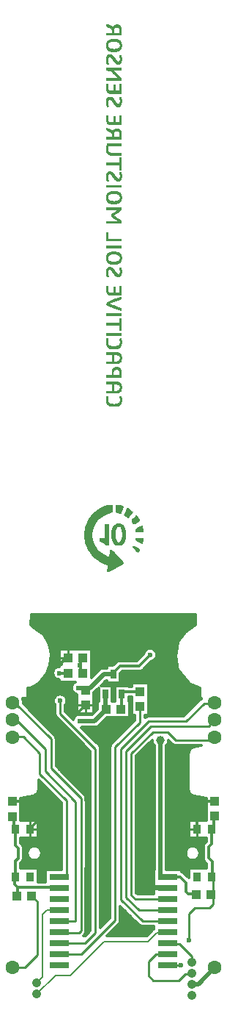
<source format=gbr>
G04 DipTrace 3.2.0.1*
G04 Bottom.gbr*
%MOMM*%
G04 #@! TF.FileFunction,Copper,L2,Bot*
G04 #@! TF.Part,Single*
%ADD12C,0.0762*%
G04 #@! TA.AperFunction,CopperBalancing*
%ADD10C,0.25*%
%ADD15C,0.3*%
G04 #@! TA.AperFunction,Conductor*
%ADD16C,0.2*%
%ADD17C,0.5*%
G04 #@! TA.AperFunction,ViaPad*
%ADD18C,0.6*%
%ADD19C,0.8*%
%ADD20C,1.0*%
%ADD23R,1.0X1.1*%
%ADD24R,1.1X1.0*%
G04 #@! TA.AperFunction,ComponentPad*
%ADD28C,1.6*%
%ADD30R,0.65X1.05*%
G04 #@! TA.AperFunction,ComponentPad*
%ADD33C,1.05*%
%ADD35R,0.95X1.1*%
%ADD36R,2.3X0.8*%
%FSLAX35Y35*%
G04*
G71*
G90*
G75*
G01*
G04 Bottom*
%LPD*%
X-630000Y-66000D2*
D15*
Y-55240D1*
X-1111587D1*
X-1144330Y-22497D1*
Y48170D1*
X-1135000Y57500D1*
Y612500D2*
Y424123D1*
X-1103970Y393093D1*
Y276183D1*
X-1133947Y246207D1*
Y58553D1*
X-1135000Y57500D1*
X-1114417Y-158057D2*
X-1111587Y-55240D1*
X-1135000Y612500D2*
X-1152800D1*
Y744233D1*
X-1167770Y759203D1*
X-630000Y61000D2*
D10*
X-544493D1*
Y939873D1*
X-852513Y1247893D1*
Y1484983D1*
X-1043420Y1675890D1*
X-1164110D1*
X-1170000Y1670000D1*
X-630000Y-320000D2*
D16*
X-770010D1*
X-820950Y-370940D1*
Y-1090450D1*
X-888500Y-1158000D1*
X-1170000Y-980000D2*
D10*
X-1028877D1*
X-884173Y-835297D1*
Y-218300D1*
X-944417Y-158057D1*
X-630000Y-447000D2*
X-443163D1*
X-439310Y-443147D1*
Y928100D1*
X-788633Y1277423D1*
Y1532550D1*
X-1134653Y1878570D1*
X-1178570D1*
X-1170000Y1870000D1*
Y2070000D2*
X-1140813D1*
X-722487Y1651673D1*
Y1312807D1*
X-376427Y966747D1*
Y-560240D1*
X-400003Y-583817D1*
X-620183D1*
X-630000Y-574000D1*
X541110Y1637957D2*
D17*
Y61000D1*
D15*
X630000D1*
X772947D1*
X842017Y-8070D1*
Y-107167D1*
X866790Y-131940D1*
X943407D1*
X956237Y-144770D1*
X-94800Y2167190D2*
D17*
Y2003773D1*
D15*
X-82850Y1991823D1*
X-389470Y1857737D2*
D17*
X-216937D1*
X-82850Y1991823D1*
X437037Y-53657D2*
D18*
X630000D1*
Y-66000D1*
X902457Y-1171640D2*
D17*
X978360D1*
X1170000Y-980000D1*
X-1167770Y929203D2*
D15*
X-904230D1*
X-867863D1*
Y719043D1*
X-974407Y612500D1*
X-965000D1*
X-1167770Y929203D2*
X-818237D1*
Y919237D1*
X-627000Y728000D1*
X1168487Y933620D2*
X965000D1*
Y854680D1*
Y612500D1*
X1168487Y933620D2*
X943353D1*
X898423Y888690D1*
X684743Y675010D1*
X-818237Y953430D2*
Y929203D1*
X-904230Y943193D2*
Y929203D1*
X956633Y934717D2*
X965000Y933620D1*
X956633Y854680D2*
X965000D1*
X891487Y895630D2*
X898423Y888690D1*
X-493657Y1967340D2*
X-401010D1*
X-325463Y2042887D1*
X-613610Y2520370D2*
X-546803Y2587177D1*
X-528043D1*
X-613610Y2520370D2*
X-675593D1*
X-737360Y2458603D1*
Y2085750D1*
X-740173Y2082937D1*
X445587Y2243290D2*
D17*
X826183D1*
Y2241677D1*
X123483Y2285413D2*
D15*
X163623Y2325553D1*
X414690D1*
X445587Y2294657D1*
Y2243290D1*
X777297Y-958840D2*
D10*
X630000D1*
Y-955000D1*
X870913Y-665097D2*
Y-362853D1*
X942870Y-290897D1*
X1110570D1*
X1151487Y-249980D1*
Y-120543D1*
Y41013D1*
X1135000Y57500D1*
X1126237Y-144770D2*
D15*
Y-126900D1*
X1145130D1*
X1151487Y-120543D1*
X1135000Y612500D2*
Y442570D1*
X1098767Y406337D1*
Y277960D1*
X1139307Y237420D1*
Y61807D1*
X1135000Y57500D1*
X1168487Y763620D2*
X1160133D1*
Y637633D1*
X1135000Y612500D1*
X630000Y-574000D2*
D16*
Y-586070D1*
X496797D1*
X395297Y-687570D1*
X-108597D1*
X-496990Y-1075963D1*
X-672463D1*
X-885000Y-1288500D1*
X630000Y-193000D2*
D10*
X251790D1*
X205887Y-147097D1*
Y1480867D1*
X455020Y1730000D1*
X625357D1*
X722727Y1632630D1*
X1132630D1*
X1170000Y1670000D1*
X630000Y-320000D2*
X292087D1*
X146037Y-173950D1*
Y1508697D1*
X435023Y1797683D1*
X1097683D1*
X1170000Y1870000D1*
X630000Y-447000D2*
X335360D1*
X86190Y-197830D1*
Y1535983D1*
X404967Y1854760D1*
X838647D1*
X1046190Y2062303D1*
X1162303D1*
X1170000Y2070000D1*
X-630000Y-701000D2*
X-327327D1*
X-208457Y-582130D1*
Y1535387D1*
X-616647Y1943577D1*
Y2090403D1*
X-630000Y-828000D2*
X-370567D1*
X20103Y-437330D1*
Y1557297D1*
X302897Y1840090D1*
Y2025533D1*
X306373Y2029010D1*
X902457Y-917640D2*
Y-855603D1*
X760337Y-713483D1*
X642483D1*
X630000Y-701000D1*
Y-828000D2*
X492080D1*
X404403Y-915677D1*
Y-1074733D1*
X458550Y-1128880D1*
X756363D1*
X830813Y-1054430D1*
X892667D1*
X902457Y-1044640D1*
X-406730Y2239073D2*
D17*
X-272427D1*
X-114310Y2397190D1*
X200D1*
X-406730Y2239073D2*
D15*
X-351650D1*
X-325463Y2212887D1*
X200Y2397190D2*
Y2415720D1*
X75490Y2491010D1*
X296433D1*
X424367Y2618943D1*
X95200Y2167190D2*
Y1999873D1*
X87150Y1991823D1*
X306373Y2199010D2*
Y2195310D1*
X123320D1*
X95200Y2167190D1*
X-625987Y2410363D2*
X-532147D1*
X-526863Y2405080D1*
X-386520Y2498620D2*
X-382080Y2494180D1*
Y2430297D1*
X-356863Y2405080D1*
X-358043Y2587177D2*
X-384233D1*
Y2500907D1*
X-386520Y2498620D1*
D18*
X-406730Y2239073D3*
X424367Y2618943D3*
D19*
X-493657Y1967340D3*
D18*
X-625987Y2410363D3*
X-386520Y2498620D3*
D20*
X541110Y1637957D3*
D19*
X-301837Y1072930D3*
D18*
X-613610Y2520370D3*
X-627000Y728000D3*
X684743Y675010D3*
D20*
X437037Y-53657D3*
D18*
X870913Y-665097D3*
X777297Y-958840D3*
X-731300Y1866477D3*
X-731163Y1974830D3*
X-740173Y2082937D3*
X-846027Y2085187D3*
X-645143Y1783977D3*
X-96040Y1483847D3*
X-91537Y1407270D3*
Y1332947D3*
X-305497Y1497360D3*
X-303243Y1418533D3*
X-304820Y1339480D3*
X307107Y1443307D3*
X309360Y1366730D3*
X307107Y1287903D3*
X-816190Y1051710D3*
X-679167Y492267D3*
X-726100Y949337D3*
X-818237Y953430D3*
X-904230Y943193D3*
X-295553Y812297D3*
X-674353Y234557D3*
X-295553Y545230D3*
X-298277Y417143D3*
X-292827Y291787D3*
X-102063Y757793D3*
X-107513Y616083D3*
Y488000D3*
X-115690Y368090D3*
X-110240Y226383D3*
X306713Y997610D3*
Y891327D3*
Y779593D3*
X303987Y338113D3*
Y586107D3*
X298537Y468923D3*
X103937Y-342277D3*
X161467Y-409960D3*
X-301447Y-568060D3*
X5330Y-576093D3*
X399413Y-576303D3*
X324133Y-574393D3*
X956633Y934717D3*
Y854680D3*
X891487Y895630D3*
X677923Y186420D3*
Y453213D3*
Y567127D3*
X680923Y1085730D3*
X-616647Y2090403D3*
X826183Y2241677D3*
X-922343Y3032363D3*
X633193Y2577303D3*
X-813550Y3029367D3*
X-709427Y3028207D3*
X445587Y2243290D3*
X920493Y3034410D3*
X818120Y3032363D3*
X703460Y3034410D3*
X123483Y2285413D3*
X449130Y2170470D3*
X-389470Y1857737D3*
X-949667Y3051587D2*
D15*
X947457D1*
X-950077Y3021920D2*
X947340D1*
X-950487Y2992253D2*
X947163D1*
X-946093Y2962587D2*
X942887D1*
X-912577Y2932920D2*
X900230D1*
X-868280Y2903253D2*
X857633D1*
X-823983Y2873587D2*
X819137D1*
X-800313Y2843920D2*
X797400D1*
X-782500Y2814253D2*
X775720D1*
X-764687Y2784587D2*
X753980D1*
X-746873Y2754920D2*
X740857D1*
X-738437Y2725253D2*
X735640D1*
X-732637Y2695587D2*
X730427D1*
X-726837Y2665920D2*
X-632230D1*
X-253867D2*
X361343D1*
X487343D2*
X725210D1*
X-721037Y2636253D2*
X-632230D1*
X-253867D2*
X347163D1*
X501583D2*
X719997D1*
X-720157Y2606587D2*
X-632230D1*
X-253867D2*
X322437D1*
X502577D2*
X714780D1*
X-722733Y2576920D2*
X-632230D1*
X-253867D2*
X292790D1*
X490917D2*
X720230D1*
X-725313Y2547253D2*
X-632230D1*
X-253867D2*
X48337D1*
X453183D2*
X725857D1*
X-727890Y2517587D2*
X-632230D1*
X-253867D2*
X12537D1*
X412577D2*
X731423D1*
X-734337Y2487920D2*
X-631060D1*
X-252637D2*
X-81507D1*
X382870D2*
X737047D1*
X-746583Y2458253D2*
X-688247D1*
X-252637D2*
X-153930D1*
X353223D2*
X742673D1*
X-758887Y2428587D2*
X-702953D1*
X-252637D2*
X-186623D1*
X102617D2*
X754567D1*
X-774180Y2398920D2*
X-704300D1*
X-252637D2*
X-216273D1*
X81877D2*
X779703D1*
X-796737Y2369253D2*
X-693167D1*
X81877D2*
X804840D1*
X-819357Y2339587D2*
X-657190D1*
X81877D2*
X829977D1*
X-846720Y2309920D2*
X-631060D1*
X-97890D2*
X-81460D1*
X81877D2*
X855053D1*
X-885097Y2280253D2*
X-473850D1*
X-127540D2*
X207183D1*
X405547D2*
X895543D1*
X-927987Y2250587D2*
X-485043D1*
X-13107D2*
X13473D1*
X405547D2*
X961343D1*
X-986700Y2220920D2*
X-483753D1*
X-13107D2*
X13473D1*
X405547D2*
X999370D1*
X-986230Y2191253D2*
X-469047D1*
X-216543D2*
X-176487D1*
X-13107D2*
X13473D1*
X405547D2*
X999197D1*
X-985763Y2161587D2*
X-646820D1*
X-586447D2*
X-424690D1*
X-226270D2*
X-176487D1*
X-13107D2*
X13473D1*
X405547D2*
X998960D1*
X-985293Y2131920D2*
X-683560D1*
X-549767D2*
X-424690D1*
X-226270D2*
X-176487D1*
X-13107D2*
X13473D1*
X176913D2*
X207183D1*
X405547D2*
X998727D1*
X-1045000Y2102253D2*
X-694927D1*
X-538400D2*
X-424690D1*
X-226270D2*
X-176487D1*
X-13107D2*
X13473D1*
X176913D2*
X207183D1*
X405547D2*
X1000133D1*
X-1040840Y2072587D2*
X-693753D1*
X-539570D2*
X-424690D1*
X-226270D2*
X-187037D1*
X191327D2*
X207183D1*
X405547D2*
X970483D1*
X-1027713Y2042920D2*
X-679223D1*
X-554043D2*
X-424690D1*
X-226270D2*
X-187037D1*
X191327D2*
X207183D1*
X405547D2*
X940777D1*
X-998067Y2013253D2*
X-678343D1*
X-554923D2*
X-424690D1*
X-226270D2*
X-187037D1*
X191327D2*
X207183D1*
X405547D2*
X911130D1*
X-968360Y1983587D2*
X-678343D1*
X-554923D2*
X-424690D1*
X-226270D2*
X-194770D1*
X191327D2*
X207183D1*
X405547D2*
X881480D1*
X-938710Y1953920D2*
X-678343D1*
X-540977D2*
X-424690D1*
X191327D2*
X207183D1*
X405547D2*
X851773D1*
X-909063Y1924253D2*
X-675063D1*
X-511327D2*
X-429673D1*
X191327D2*
X241167D1*
X364590D2*
X822127D1*
X-879413Y1894587D2*
X-653677D1*
X-481620D2*
X-459143D1*
X-76387D2*
X241167D1*
X-849707Y1864920D2*
X-624027D1*
X-106037D2*
X241167D1*
X-820060Y1835253D2*
X-594320D1*
X-135743D2*
X212047D1*
X-790410Y1805587D2*
X-564673D1*
X-165450D2*
X182400D1*
X-760703Y1775920D2*
X-535023D1*
X-362970D2*
X152690D1*
X-731053Y1746253D2*
X-505317D1*
X-333320D2*
X123043D1*
X-701407Y1716587D2*
X-475667D1*
X-303613D2*
X93393D1*
X-672520Y1686920D2*
X-446020D1*
X-273963D2*
X63687D1*
X-661037Y1657253D2*
X-416313D1*
X-244317D2*
X34040D1*
X-660800Y1627587D2*
X-386663D1*
X-214667D2*
X4390D1*
X-660800Y1597920D2*
X-357017D1*
X-184960D2*
X-25257D1*
X408947D2*
X450640D1*
X631600D2*
X671423D1*
X-660800Y1568253D2*
X-327367D1*
X-156837D2*
X-40550D1*
X379297D2*
X466930D1*
X615313D2*
X983610D1*
X-660800Y1538587D2*
X-297660D1*
X-146817D2*
X-41607D1*
X349650D2*
X466930D1*
X615313D2*
X892203D1*
X-660800Y1508920D2*
X-270180D1*
X-146757D2*
X-41607D1*
X319940D2*
X466930D1*
X615313D2*
X869703D1*
X-660800Y1479253D2*
X-270180D1*
X-146757D2*
X-41607D1*
X290293D2*
X466930D1*
X615313D2*
X862497D1*
X-660800Y1449587D2*
X-270180D1*
X-146757D2*
X-41607D1*
X267560D2*
X466930D1*
X615313D2*
X862027D1*
X-660800Y1419920D2*
X-270180D1*
X-146757D2*
X-41607D1*
X267560D2*
X466930D1*
X615313D2*
X862027D1*
X-660800Y1390253D2*
X-270180D1*
X-146757D2*
X-41607D1*
X267560D2*
X466930D1*
X615313D2*
X862027D1*
X-660800Y1360587D2*
X-270180D1*
X-146757D2*
X-41607D1*
X267560D2*
X466930D1*
X615313D2*
X862027D1*
X-654590Y1330920D2*
X-270180D1*
X-146757D2*
X-41607D1*
X267560D2*
X466930D1*
X615313D2*
X862027D1*
X-624940Y1301253D2*
X-270180D1*
X-146757D2*
X-41607D1*
X267560D2*
X466930D1*
X615313D2*
X862027D1*
X-595233Y1271587D2*
X-270180D1*
X-146757D2*
X-41607D1*
X267560D2*
X466930D1*
X615313D2*
X862027D1*
X-565587Y1241920D2*
X-270180D1*
X-146757D2*
X-41607D1*
X267560D2*
X466930D1*
X615313D2*
X862027D1*
X-535937Y1212253D2*
X-270180D1*
X-146757D2*
X-41607D1*
X267560D2*
X466930D1*
X615313D2*
X862027D1*
X-506230Y1182587D2*
X-270180D1*
X-146757D2*
X-41607D1*
X267560D2*
X466930D1*
X615313D2*
X862027D1*
X-862013Y1152920D2*
X-843577D1*
X-476583D2*
X-270180D1*
X-146757D2*
X-41607D1*
X267560D2*
X466930D1*
X615313D2*
X862027D1*
X-862013Y1123253D2*
X-813870D1*
X-446933D2*
X-270180D1*
X-146757D2*
X-41607D1*
X267560D2*
X466930D1*
X615313D2*
X862027D1*
X-862013Y1093587D2*
X-784223D1*
X-417227D2*
X-270180D1*
X-146757D2*
X-41607D1*
X267560D2*
X466930D1*
X615313D2*
X862027D1*
X-863710Y1063920D2*
X-754573D1*
X-387577D2*
X-270180D1*
X-146757D2*
X-41607D1*
X267560D2*
X466930D1*
X615313D2*
X863727D1*
X-873613Y1034253D2*
X-724867D1*
X-357930D2*
X-270180D1*
X-146757D2*
X-41607D1*
X267560D2*
X466930D1*
X615313D2*
X873570D1*
X-904787Y1004587D2*
X-695220D1*
X-328573D2*
X-270180D1*
X-146757D2*
X-41607D1*
X267560D2*
X466930D1*
X615313D2*
X900230D1*
X-1020390Y974920D2*
X-665570D1*
X-315273D2*
X-270180D1*
X-146757D2*
X-41607D1*
X267560D2*
X466930D1*
X615313D2*
X1020347D1*
X-1068553Y945253D2*
X-635863D1*
X-314747D2*
X-270180D1*
X-146757D2*
X-41607D1*
X267560D2*
X466930D1*
X615313D2*
X1069273D1*
X-1068553Y915587D2*
X-606213D1*
X-314747D2*
X-270180D1*
X-146757D2*
X-41607D1*
X267560D2*
X466930D1*
X615313D2*
X1069273D1*
X-1068553Y885920D2*
X-606213D1*
X-314747D2*
X-270180D1*
X-146757D2*
X-41607D1*
X267560D2*
X466930D1*
X615313D2*
X1069273D1*
X-1068553Y856253D2*
X-606213D1*
X-314747D2*
X-270180D1*
X-146757D2*
X-41607D1*
X267560D2*
X466930D1*
X615313D2*
X1069273D1*
X-1068553Y826587D2*
X-606213D1*
X-314747D2*
X-270180D1*
X-146757D2*
X-41607D1*
X267560D2*
X466930D1*
X615313D2*
X1069273D1*
X-1068553Y796920D2*
X-606213D1*
X-314747D2*
X-270180D1*
X-146757D2*
X-41607D1*
X267560D2*
X466930D1*
X615313D2*
X1069273D1*
X-1068553Y767253D2*
X-606213D1*
X-314747D2*
X-270180D1*
X-146757D2*
X-41607D1*
X267560D2*
X466930D1*
X615313D2*
X1069273D1*
X-1068553Y737587D2*
X-606213D1*
X-314747D2*
X-270180D1*
X-146757D2*
X-41607D1*
X267560D2*
X466930D1*
X615313D2*
X1069273D1*
X-868280Y707920D2*
X-606213D1*
X-314747D2*
X-270180D1*
X-146757D2*
X-41607D1*
X267560D2*
X466930D1*
X615313D2*
X868297D1*
X-868280Y678253D2*
X-606213D1*
X-314747D2*
X-270180D1*
X-146757D2*
X-41607D1*
X267560D2*
X466930D1*
X615313D2*
X868297D1*
X-868280Y648587D2*
X-606213D1*
X-314747D2*
X-270180D1*
X-146757D2*
X-41607D1*
X267560D2*
X466930D1*
X615313D2*
X868297D1*
X-868280Y618920D2*
X-606213D1*
X-314747D2*
X-270180D1*
X-146757D2*
X-41607D1*
X267560D2*
X466930D1*
X615313D2*
X868297D1*
X-868280Y589253D2*
X-606213D1*
X-314747D2*
X-270180D1*
X-146757D2*
X-41607D1*
X267560D2*
X466930D1*
X615313D2*
X868297D1*
X-868280Y559587D2*
X-606213D1*
X-314747D2*
X-270180D1*
X-146757D2*
X-41607D1*
X267560D2*
X466930D1*
X615313D2*
X868297D1*
X-868280Y529920D2*
X-606213D1*
X-314747D2*
X-270180D1*
X-146757D2*
X-41607D1*
X267560D2*
X466930D1*
X615313D2*
X868297D1*
X-1070780Y500253D2*
X-606213D1*
X-314747D2*
X-270180D1*
X-146757D2*
X-41607D1*
X267560D2*
X466930D1*
X615313D2*
X1070797D1*
X-1070780Y470587D2*
X-606213D1*
X-314747D2*
X-270180D1*
X-146757D2*
X-41607D1*
X267560D2*
X466930D1*
X615313D2*
X1070797D1*
X-1062227Y440920D2*
X-606213D1*
X-314747D2*
X-270180D1*
X-146757D2*
X-41607D1*
X267560D2*
X466930D1*
X615313D2*
X1045250D1*
X-1042540Y411253D2*
X-945883D1*
X-884100D2*
X-606213D1*
X-314747D2*
X-270180D1*
X-146757D2*
X-41607D1*
X267560D2*
X466930D1*
X615313D2*
X884117D1*
X945900D2*
X1034763D1*
X-1039787Y381587D2*
X-984497D1*
X-845487D2*
X-606213D1*
X-314747D2*
X-270180D1*
X-146757D2*
X-41607D1*
X267560D2*
X466930D1*
X615313D2*
X845503D1*
X984513D2*
X1034587D1*
X-1039787Y351920D2*
X-997447D1*
X-832597D2*
X-606213D1*
X-314747D2*
X-270180D1*
X-146757D2*
X-41607D1*
X267560D2*
X466930D1*
X615313D2*
X832553D1*
X997403D2*
X1034587D1*
X-1039787Y322253D2*
X-998207D1*
X-831837D2*
X-606213D1*
X-314747D2*
X-270180D1*
X-146757D2*
X-41607D1*
X267560D2*
X466930D1*
X615313D2*
X831793D1*
X998163D2*
X1034587D1*
X-1039787Y292587D2*
X-987250D1*
X-842733D2*
X-606213D1*
X-314747D2*
X-270180D1*
X-146757D2*
X-41607D1*
X267560D2*
X466930D1*
X615313D2*
X842750D1*
X987267D2*
X1034587D1*
X-1041250Y262920D2*
X-955373D1*
X-874610D2*
X-606213D1*
X-314747D2*
X-270180D1*
X-146757D2*
X-41607D1*
X267560D2*
X466930D1*
X615313D2*
X874627D1*
X955390D2*
X1036460D1*
X-1057363Y233253D2*
X-606213D1*
X-314747D2*
X-270180D1*
X-146757D2*
X-41607D1*
X267560D2*
X466930D1*
X615313D2*
X1053923D1*
X-1069727Y203587D2*
X-606213D1*
X-314747D2*
X-270180D1*
X-146757D2*
X-41607D1*
X267560D2*
X466930D1*
X615313D2*
X1075133D1*
X-1069727Y173920D2*
X-606213D1*
X-314747D2*
X-270180D1*
X-146757D2*
X-41607D1*
X267560D2*
X466930D1*
X615313D2*
X1075133D1*
X-868280Y144253D2*
X-794183D1*
X-314747D2*
X-270180D1*
X-146757D2*
X-41607D1*
X267560D2*
X465817D1*
X794200D2*
X868297D1*
X-868280Y114587D2*
X-794183D1*
X-314747D2*
X-270180D1*
X-146757D2*
X-41607D1*
X267560D2*
X465817D1*
X805507D2*
X868297D1*
X-868280Y84920D2*
X-794183D1*
X-314747D2*
X-270180D1*
X-146757D2*
X-41607D1*
X267560D2*
X465817D1*
X838553D2*
X868297D1*
X-868280Y55253D2*
X-794183D1*
X-314747D2*
X-270180D1*
X-146757D2*
X-41607D1*
X267560D2*
X465817D1*
X-868280Y25587D2*
X-794183D1*
X-314747D2*
X-270180D1*
X-146757D2*
X-41607D1*
X267560D2*
X465817D1*
X-314747Y-4080D2*
X-270180D1*
X-146757D2*
X-41607D1*
X267560D2*
X465817D1*
X-314747Y-33747D2*
X-270180D1*
X-146757D2*
X-41607D1*
X267560D2*
X465817D1*
X-314747Y-63413D2*
X-270180D1*
X-146757D2*
X-41607D1*
X267560D2*
X465817D1*
X-314747Y-93080D2*
X-270180D1*
X-146757D2*
X-41607D1*
X267560D2*
X465817D1*
X-314747Y-122747D2*
X-270180D1*
X-146757D2*
X-41607D1*
X267560D2*
X465817D1*
X-314747Y-152413D2*
X-270180D1*
X-146757D2*
X-41607D1*
X-314747Y-182080D2*
X-270180D1*
X-146757D2*
X-41607D1*
X-314747Y-211747D2*
X-270180D1*
X-146757D2*
X-41607D1*
X-314747Y-241413D2*
X-270180D1*
X-146757D2*
X-41607D1*
X-314747Y-271080D2*
X-270180D1*
X-146757D2*
X-41607D1*
X-314747Y-300747D2*
X-270180D1*
X-146757D2*
X-41607D1*
X81817D2*
X103120D1*
X-314747Y-330413D2*
X-270180D1*
X-146757D2*
X-41607D1*
X81817D2*
X132770D1*
X-314747Y-360080D2*
X-270180D1*
X-146757D2*
X-41607D1*
X81817D2*
X162417D1*
X-314747Y-389747D2*
X-270180D1*
X-146757D2*
X-41607D1*
X81817D2*
X192067D1*
X-314747Y-419413D2*
X-270180D1*
X-146757D2*
X-47993D1*
X81817D2*
X221773D1*
X-314747Y-449080D2*
X-270180D1*
X-146757D2*
X-77640D1*
X80643D2*
X251423D1*
X-314747Y-478747D2*
X-270180D1*
X-146757D2*
X-107347D1*
X64707D2*
X281070D1*
X-314747Y-508413D2*
X-270180D1*
X35060D2*
X465817D1*
X-314747Y-538080D2*
X-270180D1*
X5350D2*
X464527D1*
X-315213Y-567747D2*
X-280083D1*
X-24297D2*
X432653D1*
X-327987Y-597413D2*
X-309723D1*
X-53947D2*
X402947D1*
X-229263Y2111683D2*
Y1946100D1*
X-184047Y1991320D1*
X-184050Y2088023D1*
X-173443D1*
X-173500Y2237297D1*
X-226203Y2184920D1*
X-229263Y2179087D1*
X-229323Y2111687D1*
X-233680Y1941687D2*
X-421663D1*
Y2164363D1*
X-430277Y2166603D1*
X-441323Y2171180D1*
X-451520Y2177427D1*
X-460610Y2185193D1*
X-468377Y2194283D1*
X-474623Y2204480D1*
X-479200Y2215527D1*
X-481993Y2227153D1*
X-482930Y2239073D1*
X-481993Y2250993D1*
X-479200Y2262620D1*
X-474623Y2273667D1*
X-468377Y2283863D1*
X-460610Y2292953D1*
X-451520Y2300720D1*
X-441323Y2306967D1*
X-437187Y2308877D1*
X-628063Y2308880D1*
Y2334133D1*
X-637907Y2335100D1*
X-649533Y2337893D1*
X-660580Y2342470D1*
X-670777Y2348717D1*
X-679867Y2356483D1*
X-687633Y2365573D1*
X-693880Y2375770D1*
X-698457Y2386817D1*
X-701250Y2398443D1*
X-702187Y2410363D1*
X-701250Y2422283D1*
X-698457Y2433910D1*
X-693880Y2444957D1*
X-687633Y2455153D1*
X-679867Y2464243D1*
X-670777Y2472010D1*
X-660580Y2478257D1*
X-649533Y2482833D1*
X-637907Y2485627D1*
X-628067Y2486483D1*
X-628063Y2490963D1*
X-629243Y2490977D1*
Y2683377D1*
X-256843D1*
Y2501293D1*
X-255663Y2501280D1*
Y2356493D1*
X-160550Y2451330D1*
X-151513Y2457897D1*
X-141557Y2462970D1*
X-130930Y2466423D1*
X-119897Y2468170D1*
X-78510Y2468390D1*
X-78500Y2495890D1*
X-6137D1*
X35743Y2537547D1*
X43513Y2543193D1*
X52070Y2547553D1*
X61203Y2550520D1*
X70687Y2552023D1*
X150490Y2552210D1*
X271133D1*
X348990Y2630117D1*
X351897Y2642490D1*
X356473Y2653537D1*
X362720Y2663733D1*
X370487Y2672823D1*
X379577Y2680590D1*
X389773Y2686837D1*
X400820Y2691413D1*
X412447Y2694207D1*
X424367Y2695143D1*
X436287Y2694207D1*
X447913Y2691413D1*
X458960Y2686837D1*
X469157Y2680590D1*
X478247Y2672823D1*
X486013Y2663733D1*
X492260Y2653537D1*
X496837Y2642490D1*
X499630Y2630863D1*
X500567Y2618943D1*
X499630Y2607023D1*
X496837Y2595397D1*
X492260Y2584350D1*
X486013Y2574153D1*
X478247Y2565063D1*
X469157Y2557297D1*
X458960Y2551050D1*
X447913Y2546473D1*
X435567Y2543597D1*
X336180Y2444473D1*
X328410Y2438827D1*
X319853Y2434467D1*
X310720Y2431500D1*
X301237Y2429997D1*
X221433Y2429810D1*
X100790D1*
X78867Y2407837D1*
X78900Y2298490D1*
X-78500D1*
Y2325970D1*
X-85177Y2325630D1*
X-144880Y2265927D1*
X-16100Y2265890D1*
Y2088057D1*
X16477Y2088023D1*
X16500Y2265890D1*
X173900D1*
Y2256457D1*
X210213Y2256510D1*
X210173Y2300210D1*
X402573D1*
Y1927810D1*
X361617D1*
X361597Y1894460D1*
X370463Y1902250D1*
X378317Y1907063D1*
X386827Y1910587D1*
X395783Y1912737D1*
X404967Y1913460D1*
X814360D1*
X1008067Y2106940D1*
X1015533Y2112363D1*
X1016590Y2113797D1*
X1011960Y2114567D1*
X1007797Y2116727D1*
X1004503Y2120070D1*
X1002403Y2124267D1*
X1001703Y2128910D1*
X1002483Y2233380D1*
X874093Y2291643D1*
X871513Y2294047D1*
X750300Y2437653D1*
X748717Y2442070D1*
X717947Y2606570D1*
X725970Y2653233D1*
X746910Y2770083D1*
X748643Y2773153D1*
X826637Y2879363D1*
X865390Y2906563D1*
X950077Y2965513D1*
X950630Y3081277D1*
X-952273Y3080710D1*
X-953840Y2967663D1*
X-931543Y2943627D1*
X-817573Y2866900D1*
X-815417Y2864110D1*
X-746127Y2748157D1*
X-736853Y2701727D1*
X-721770Y2623057D1*
X-732600Y2499860D1*
X-750517Y2456033D1*
X-770807Y2407427D1*
X-837833Y2319340D1*
X-875187Y2290247D1*
X-924147Y2252827D1*
X-969443Y2239047D1*
X-989927Y2232903D1*
X-988423Y2128150D1*
X-989863Y2123683D1*
X-992613Y2119883D1*
X-996407Y2117117D1*
X-1000867Y2115657D1*
X-1052257Y2115367D1*
X-1047287Y2099460D1*
X-1045353Y2089743D1*
X-1044190Y2079900D1*
X-1043800Y2070000D1*
X-1044583Y2056753D1*
X-677850Y1689797D1*
X-672437Y1682343D1*
X-668253Y1674137D1*
X-665410Y1665377D1*
X-663967Y1656280D1*
X-663787Y1576673D1*
Y1337083D1*
X-331790Y1004870D1*
X-326377Y997417D1*
X-322193Y989210D1*
X-319350Y980450D1*
X-317907Y971353D1*
X-317727Y891747D1*
X-317907Y-564847D1*
X-319350Y-573943D1*
X-322193Y-582703D1*
X-326377Y-590910D1*
X-331790Y-598363D1*
X-349580Y-616477D1*
X-325850Y-616507D1*
X-267120Y-557777D1*
X-267157Y1511013D1*
X-661283Y1905453D1*
X-666697Y1912907D1*
X-670880Y1921113D1*
X-673727Y1929873D1*
X-675167Y1938970D1*
X-675347Y2018577D1*
Y2041840D1*
X-681617Y2050590D1*
X-687047Y2061243D1*
X-690740Y2072613D1*
X-692613Y2084423D1*
Y2096383D1*
X-690740Y2108193D1*
X-687047Y2119563D1*
X-681617Y2130217D1*
X-674590Y2139890D1*
X-666133Y2148347D1*
X-656460Y2155373D1*
X-645807Y2160803D1*
X-634437Y2164497D1*
X-622627Y2166370D1*
X-610667D1*
X-598857Y2164497D1*
X-587487Y2160803D1*
X-576833Y2155373D1*
X-567160Y2148347D1*
X-558703Y2139890D1*
X-551677Y2130217D1*
X-546247Y2119563D1*
X-542553Y2108193D1*
X-540680Y2096383D1*
Y2084423D1*
X-542553Y2072613D1*
X-546247Y2061243D1*
X-551677Y2050590D1*
X-557937Y2041887D1*
X-557947Y1967883D1*
X-463977Y1873923D1*
X-459870Y1886897D1*
X-454440Y1897550D1*
X-447413Y1907223D1*
X-438957Y1915680D1*
X-429283Y1922707D1*
X-418630Y1928137D1*
X-407260Y1931830D1*
X-395450Y1933703D1*
X-383490D1*
X-371680Y1931830D1*
X-362480Y1928937D1*
X-246070Y1929297D1*
X-224857Y1950510D1*
X1072287Y713690D2*
Y965837D1*
X931980Y992123D1*
X906787Y1001803D1*
X886480Y1018803D1*
X883157Y1022793D1*
X869977Y1046340D1*
X865227Y1072393D1*
X865000Y1105000D1*
X865223Y1477587D1*
X870143Y1504123D1*
X883157Y1527207D1*
X886110Y1530873D1*
X907210Y1548447D1*
X931960Y1557870D1*
X963977Y1564050D1*
X1017150Y1573923D1*
X718120Y1574110D1*
X709023Y1575550D1*
X700263Y1578397D1*
X692057Y1582580D1*
X684603Y1587993D1*
X637260Y1635083D1*
X636127Y1622907D1*
X632600Y1608230D1*
X626823Y1594283D1*
X618937Y1581413D1*
X612317Y1573377D1*
X612310Y147157D1*
X791200Y147200D1*
Y119367D1*
X800730Y115530D1*
X808920Y110513D1*
X816223Y104277D1*
X871283Y49213D1*
X871300Y158700D1*
X1078157D1*
X1078107Y212100D1*
X1052230Y238213D1*
X1046583Y245983D1*
X1042223Y254540D1*
X1039257Y263673D1*
X1037753Y273157D1*
X1037567Y352960D1*
X1037757Y411140D1*
X1039257Y420623D1*
X1042223Y429757D1*
X1046583Y438313D1*
X1052230Y446083D1*
X1073763Y467883D1*
X1073800Y511300D1*
X871300D1*
Y713700D1*
X1072297D1*
X-1071570Y965960D2*
Y713743D1*
X-871300Y713700D1*
Y511300D1*
X-1073820D1*
X-1073800Y449433D1*
X-1057433Y432840D1*
X-1051787Y425070D1*
X-1047427Y416513D1*
X-1044460Y407380D1*
X-1042960Y397897D1*
X-1042770Y318093D1*
X-1042960Y271380D1*
X-1044460Y261897D1*
X-1047427Y252763D1*
X-1051787Y244207D1*
X-1057433Y236437D1*
X-1072750Y220850D1*
X-1072747Y158727D1*
X-871300Y158700D1*
Y5947D1*
X-791253Y5960D1*
X-791200Y147200D1*
X-603173D1*
X-603193Y915590D1*
X-864963Y1177327D1*
X-865223Y1072413D1*
X-869977Y1046340D1*
X-875953Y1035367D1*
X-885203Y1020020D1*
X-887893Y1017743D1*
X-922883Y994960D1*
X-934480Y991430D1*
X-1071533Y965977D1*
X173900Y2134113D2*
Y2088057D1*
X188350Y2088023D1*
Y1895623D1*
X-78387D1*
X-170697Y1803597D1*
X-179733Y1797030D1*
X-189690Y1791957D1*
X-200317Y1788503D1*
X-211350Y1786757D1*
X-276937Y1786537D1*
X-362307D1*
X-373353Y1783310D1*
X-163820Y1573510D1*
X-158407Y1566057D1*
X-154223Y1557850D1*
X-151377Y1549090D1*
X-149937Y1539993D1*
X-149757Y1460387D1*
Y-524127D1*
X-38563Y-412983D1*
X-38417Y1561903D1*
X-36977Y1571000D1*
X-34130Y1579760D1*
X-29947Y1587967D1*
X-24533Y1595420D1*
X31630Y1651837D1*
X244217Y1864423D1*
X244197Y1927803D1*
X210173Y1927810D1*
Y2134080D1*
X173893Y2134110D1*
X469903Y1573377D2*
X463283Y1581413D1*
X455397Y1594283D1*
X449620Y1608230D1*
X446093Y1622907D1*
X444950Y1636923D1*
X264550Y1456513D1*
X264587Y-122787D1*
X276107Y-134303D1*
X468800Y-134200D1*
Y147200D1*
X469913D1*
X469910Y1573247D1*
X995950Y328630D2*
X993957Y316043D1*
X990020Y303927D1*
X984233Y292573D1*
X976743Y282263D1*
X967737Y273257D1*
X957427Y265767D1*
X946073Y259980D1*
X933957Y256043D1*
X921370Y254050D1*
X908630D1*
X896043Y256043D1*
X883927Y259980D1*
X872573Y265767D1*
X862263Y273257D1*
X853257Y282263D1*
X845767Y292573D1*
X839980Y303927D1*
X836043Y316043D1*
X834050Y328630D1*
Y341370D1*
X836043Y353957D1*
X839980Y366073D1*
X845767Y377427D1*
X853257Y387737D1*
X862263Y396743D1*
X872573Y404233D1*
X883927Y410020D1*
X896043Y413957D1*
X908630Y415950D1*
X921370D1*
X933957Y413957D1*
X946073Y410020D1*
X957427Y404233D1*
X967737Y396743D1*
X976743Y387737D1*
X984233Y377427D1*
X990020Y366073D1*
X993957Y353957D1*
X995950Y341370D1*
Y328630D1*
X-834050D2*
X-836043Y316043D1*
X-839980Y303927D1*
X-845767Y292573D1*
X-853257Y282263D1*
X-862263Y273257D1*
X-872573Y265767D1*
X-883927Y259980D1*
X-896043Y256043D1*
X-908630Y254050D1*
X-921370D1*
X-933957Y256043D1*
X-946073Y259980D1*
X-957427Y265767D1*
X-967737Y273257D1*
X-976743Y282263D1*
X-984233Y292573D1*
X-990020Y303927D1*
X-993957Y316043D1*
X-995950Y328630D1*
Y341370D1*
X-993957Y353957D1*
X-990020Y366073D1*
X-984233Y377427D1*
X-976743Y387737D1*
X-967737Y396743D1*
X-957427Y404233D1*
X-946073Y410020D1*
X-933957Y413957D1*
X-921370Y415950D1*
X-908630D1*
X-896043Y413957D1*
X-883927Y410020D1*
X-872573Y404233D1*
X-862263Y396743D1*
X-853257Y387737D1*
X-845767Y377427D1*
X-839980Y366073D1*
X-836043Y353957D1*
X-834050Y341370D1*
Y328630D1*
X468830Y-533200D2*
X468800Y-505720D1*
X330753Y-505520D1*
X321657Y-504077D1*
X312897Y-501233D1*
X304690Y-497050D1*
X297237Y-491637D1*
X240820Y-435473D1*
X78780Y-273433D1*
X78623Y-441937D1*
X77183Y-451033D1*
X74337Y-459793D1*
X70153Y-468000D1*
X64740Y-475453D1*
X8577Y-531870D1*
X-76400Y-616847D1*
X385947Y-617457D1*
X460297Y-543337D1*
X467447Y-538143D1*
X-325463Y2042887D2*
D10*
Y1941747D1*
X-421603Y2042887D2*
X-229323D1*
X-528043Y2683317D2*
Y2587177D1*
X-629183D2*
X-528043D1*
X1072347Y933620D2*
X1168487D1*
X-1167770Y929203D2*
X-1071627D1*
X965000Y713640D2*
Y511360D1*
X871360Y612500D2*
X965000D1*
X-965000Y713640D2*
Y511360D1*
Y612500D2*
X-871360D1*
X468860Y-66000D2*
X630000D1*
D23*
X-325463Y2042887D3*
Y2212887D3*
D24*
X-358043Y2587177D3*
X-528043D3*
D23*
X1168487Y763620D3*
Y933620D3*
X-1167770Y929203D3*
Y759203D3*
D28*
X-1170000Y1670000D3*
Y1870000D3*
Y2070000D3*
X1170000Y1670000D3*
Y1870000D3*
Y2070000D3*
X-1170000Y-980000D3*
X1170000D3*
D30*
X95200Y2167190D3*
X-94800D3*
X200Y2397190D3*
D24*
X87150Y1991823D3*
X-82850D3*
D23*
X306373Y2199010D3*
Y2029010D3*
D24*
X1126237Y-144770D3*
X956237D3*
X-944417Y-158057D3*
X-1114417D3*
X-526863Y2405080D3*
X-356863D3*
D33*
X902457Y-1171640D3*
Y-1044640D3*
Y-1298640D3*
Y-917640D3*
X-888500Y-1158000D3*
D35*
X965000Y612500D3*
X1135000D3*
X965000Y57500D3*
X1135000D3*
X-1135000Y612500D3*
X-965000D3*
X-1135000Y57500D3*
X-965000D3*
D36*
X630000Y61000D3*
X-630000D3*
Y-66000D3*
Y-193000D3*
Y-320000D3*
Y-447000D3*
Y-574000D3*
Y-701000D3*
Y-828000D3*
Y-955000D3*
X630000Y-66000D3*
Y-193000D3*
Y-320000D3*
Y-447000D3*
Y-574000D3*
Y-701000D3*
Y-828000D3*
Y-955000D3*
D33*
X-885000Y-1288500D3*
X-81160Y9882810D2*
D12*
X-73540D1*
X-81160Y9879000D2*
X-64029D1*
X21710D2*
X48380D1*
X-81160Y9875190D2*
X-54330D1*
X14383D2*
X56995D1*
X-81145Y9871380D2*
X-45031D1*
X8399D2*
X63994D1*
X-80967Y9867570D2*
X-36653D1*
X3615D2*
X69133D1*
X-80520Y9863760D2*
X-29616D1*
X-215D2*
X72761D1*
X-78131Y9859950D2*
X-24080D1*
X-3456D2*
X75461D1*
X-71975Y9856140D2*
X-19284D1*
X-6944D2*
X77689D1*
X-64086Y9852330D2*
X-14207D1*
X-11362D2*
X27781D1*
X43516D2*
X79588D1*
X-55321Y9848520D2*
X17420D1*
X52224D2*
X81044D1*
X-46651Y9844710D2*
X10283D1*
X58510D2*
X81931D1*
X-38879Y9840900D2*
X5678D1*
X63196D2*
X82502D1*
X-32531Y9837090D2*
X2676D1*
X65262D2*
X83180D1*
X-27757Y9833280D2*
X758D1*
X66595D2*
X84171D1*
X-24420Y9829470D2*
X-295D1*
X67660D2*
X85178D1*
X-22150Y9825660D2*
X-798D1*
X68822D2*
X85853D1*
X-20501Y9821850D2*
X-1014D1*
X69897D2*
X86210D1*
X-19036Y9818040D2*
X-1100D1*
X70598D2*
X86373D1*
X-17823Y9814230D2*
X-1133D1*
X70965D2*
X86440D1*
X-17065Y9810420D2*
X-1144D1*
X71131D2*
X86466D1*
X-16677Y9806610D2*
X-1148D1*
X71199D2*
X86475D1*
X-16503Y9802800D2*
X-1149D1*
X71225D2*
X86478D1*
X-16432Y9798990D2*
X-1150D1*
X71235D2*
X86479D1*
X-16405Y9795180D2*
X-1150D1*
X71238D2*
X86480D1*
X-16395Y9791370D2*
X-1150D1*
X71239D2*
X86480D1*
X-16392Y9787560D2*
X-1150D1*
X71240D2*
X86480D1*
X-81160Y9783750D2*
X86480D1*
X-81160Y9779940D2*
X86480D1*
X-81160Y9776130D2*
X86480D1*
X-81160Y9772320D2*
X86480D1*
X-81160Y9768510D2*
X86480D1*
X-81160Y9764700D2*
X86480D1*
X-81160Y9760890D2*
X86480D1*
X-20200Y9715170D2*
X21710D1*
X-34239Y9711360D2*
X35764D1*
X-45638Y9707550D2*
X47297D1*
X-54094Y9703740D2*
X56224D1*
X-60300Y9699930D2*
X63208D1*
X-65183Y9696120D2*
X68598D1*
X-69310Y9692310D2*
X72595D1*
X-72793Y9688500D2*
X75822D1*
X-75621Y9684690D2*
X-34531D1*
X36186D2*
X78692D1*
X-77976Y9680880D2*
X-43742D1*
X45871D2*
X81177D1*
X-80067Y9677070D2*
X-51076D1*
X53998D2*
X83247D1*
X-81915Y9673260D2*
X-56657D1*
X60190D2*
X84791D1*
X-83353Y9669450D2*
X-60856D1*
X64493D2*
X85717D1*
X-84220Y9665640D2*
X-63979D1*
X67420D2*
X86303D1*
X-84654Y9661830D2*
X-66325D1*
X69342D2*
X86987D1*
X-84846Y9658020D2*
X-67978D1*
X70530D2*
X87980D1*
X-84924Y9654210D2*
X-68930D1*
X71520D2*
X88987D1*
X-84954Y9650400D2*
X-69397D1*
X72635D2*
X89663D1*
X-84964Y9646590D2*
X-69600D1*
X73565D2*
X90020D1*
X-84968Y9642780D2*
X-69682D1*
X73776D2*
X90183D1*
X-84969Y9638970D2*
X-69698D1*
X73229D2*
X90235D1*
X-84970Y9635160D2*
X-69575D1*
X72403D2*
X90127D1*
X-84970Y9631350D2*
X-69079D1*
X71672D2*
X89651D1*
X-84955Y9627540D2*
X-68019D1*
X70845D2*
X88741D1*
X-84821Y9623730D2*
X-66408D1*
X69631D2*
X87751D1*
X-84321Y9619920D2*
X-64197D1*
X67942D2*
X86953D1*
X-83274Y9616110D2*
X-61290D1*
X65542D2*
X86099D1*
X-81797Y9612300D2*
X-57568D1*
X61813D2*
X84891D1*
X-80086Y9608490D2*
X-51872D1*
X55609D2*
X83347D1*
X-78255Y9604680D2*
X-41157D1*
X44670D2*
X81595D1*
X-76353Y9600870D2*
X-21727D1*
X26156D2*
X79622D1*
X-74188Y9597060D2*
X7084D1*
X-571D2*
X77230D1*
X-71289Y9593250D2*
X74151D1*
X-67274Y9589440D2*
X70260D1*
X-62254Y9585630D2*
X65417D1*
X-56134Y9581820D2*
X59296D1*
X-48350Y9578010D2*
X51193D1*
X-38638Y9574200D2*
X40845D1*
X-27820Y9570390D2*
X29330D1*
X-58300Y9536100D2*
X-31630D1*
X-63869Y9532290D2*
X-25916D1*
X-68758Y9528480D2*
X-20538D1*
X71240D2*
X86480D1*
X-72973Y9524670D2*
X-15395D1*
X71240D2*
X86480D1*
X-76409Y9520860D2*
X-10848D1*
X71240D2*
X86495D1*
X-78906Y9517050D2*
X-7187D1*
X71240D2*
X86629D1*
X-80715Y9513240D2*
X-3978D1*
X71240D2*
X87114D1*
X-82263Y9509430D2*
X-53596D1*
X-43809D2*
X-791D1*
X71255D2*
X88027D1*
X-83513Y9505620D2*
X-59131D1*
X-37771D2*
X2252D1*
X71389D2*
X89004D1*
X-84286Y9501810D2*
X-63155D1*
X-32685D2*
X5000D1*
X71874D2*
X89668D1*
X-84680Y9498000D2*
X-65972D1*
X-28256D2*
X7642D1*
X72787D2*
X90022D1*
X-84856Y9494190D2*
X-67839D1*
X-24193D2*
X10280D1*
X73764D2*
X90183D1*
X-84928Y9490380D2*
X-68878D1*
X-20410D2*
X12801D1*
X74413D2*
X90250D1*
X-84955Y9486570D2*
X-69378D1*
X-17046D2*
X15336D1*
X74633D2*
X90276D1*
X-84965Y9482760D2*
X-69594D1*
X-14149D2*
X17928D1*
X74309D2*
X90270D1*
X-84968Y9478950D2*
X-69680D1*
X-11445D2*
X20446D1*
X73463D2*
X90140D1*
X-84969Y9475140D2*
X-69713D1*
X-8783D2*
X23108D1*
X72497D2*
X89655D1*
X-84970Y9471330D2*
X-69724D1*
X-6254D2*
X26183D1*
X71708D2*
X88743D1*
X-84970Y9467520D2*
X-69728D1*
X-3716D2*
X29628D1*
X70843D2*
X87766D1*
X-84970Y9463710D2*
X-69714D1*
X-1123D2*
X33445D1*
X69442D2*
X87087D1*
X-84955Y9459900D2*
X-69581D1*
X1396D2*
X38109D1*
X67481D2*
X86600D1*
X-84821Y9456090D2*
X-69096D1*
X4058D2*
X44603D1*
X62064D2*
X85938D1*
X-84336Y9452280D2*
X-68183D1*
X7133D2*
X53444D1*
X54084D2*
X84824D1*
X-83423Y9448470D2*
X-67191D1*
X10563D2*
X83321D1*
X-82446Y9444660D2*
X-66393D1*
X14202D2*
X81571D1*
X-81767Y9440850D2*
X-65551D1*
X17957D2*
X79469D1*
X-81268Y9437040D2*
X-64445D1*
X21885D2*
X76607D1*
X-80518Y9433230D2*
X-63242D1*
X26274D2*
X72721D1*
X-79146Y9429420D2*
X-62110D1*
X31383D2*
X68234D1*
X-77350Y9425610D2*
X-73540D1*
X36950D2*
X63620D1*
X-81160Y9379890D2*
X86480D1*
X-81160Y9376080D2*
X86480D1*
X-81160Y9372270D2*
X86480D1*
X-81160Y9368460D2*
X86480D1*
X-81160Y9364650D2*
X86480D1*
X-81160Y9360840D2*
X86480D1*
X-81160Y9357030D2*
X86480D1*
X-59763Y9353220D2*
X-11991D1*
X-45010Y9349410D2*
X-7237D1*
X-35663Y9345600D2*
X-2440D1*
X-29397Y9341790D2*
X2037D1*
X-24593Y9337980D2*
X6201D1*
X-20406Y9334170D2*
X10173D1*
X-16460Y9330360D2*
X14050D1*
X-12603Y9326550D2*
X17886D1*
X-8778Y9322740D2*
X21705D1*
X-4962Y9318930D2*
X25518D1*
X-1151Y9315120D2*
X29329D1*
X2660Y9311310D2*
X33140D1*
X6485Y9307500D2*
X36950D1*
X10429Y9303690D2*
X40775D1*
X14724Y9299880D2*
X44719D1*
X19447Y9296070D2*
X49014D1*
X24234Y9292260D2*
X53737D1*
X28708Y9288450D2*
X58524D1*
X32872Y9284640D2*
X62998D1*
X36843Y9280830D2*
X67162D1*
X40720Y9277020D2*
X71133D1*
X44556Y9273210D2*
X74995D1*
X48375Y9269400D2*
X78682D1*
X-81160Y9265590D2*
X81867D1*
X-81160Y9261780D2*
X84133D1*
X-81160Y9257970D2*
X85421D1*
X-81160Y9254160D2*
X86043D1*
X-81160Y9250350D2*
X86312D1*
X-81160Y9246540D2*
X86422D1*
X-81160Y9242730D2*
X86480D1*
X-81160Y9193200D2*
X-65920D1*
X71240D2*
X86480D1*
X-81160Y9189390D2*
X-65920D1*
X71240D2*
X86480D1*
X-81160Y9185580D2*
X-65920D1*
X-1150D2*
X14090D1*
X71240D2*
X86480D1*
X-81160Y9181770D2*
X-65920D1*
X-1150D2*
X14090D1*
X71240D2*
X86480D1*
X-81160Y9177960D2*
X-65920D1*
X-1150D2*
X14090D1*
X71240D2*
X86480D1*
X-81160Y9174150D2*
X-65920D1*
X-1150D2*
X14090D1*
X71240D2*
X86480D1*
X-81160Y9170340D2*
X-65920D1*
X-1150D2*
X14090D1*
X71240D2*
X86480D1*
X-81160Y9166530D2*
X-65920D1*
X-1150D2*
X14090D1*
X71240D2*
X86480D1*
X-81160Y9162720D2*
X-65920D1*
X-1150D2*
X14090D1*
X71240D2*
X86480D1*
X-81160Y9158910D2*
X-65920D1*
X-1150D2*
X14090D1*
X71240D2*
X86480D1*
X-81160Y9155100D2*
X-65920D1*
X-1150D2*
X14090D1*
X71240D2*
X86480D1*
X-81160Y9151290D2*
X-65920D1*
X-1150D2*
X14090D1*
X71240D2*
X86480D1*
X-81160Y9147480D2*
X-65920D1*
X-1150D2*
X14090D1*
X71240D2*
X86480D1*
X-81160Y9143670D2*
X-65920D1*
X-1150D2*
X14090D1*
X71240D2*
X86480D1*
X-81160Y9139860D2*
X-65905D1*
X-1150D2*
X14090D1*
X71240D2*
X86480D1*
X-81160Y9136050D2*
X-65756D1*
X-1150D2*
X14090D1*
X71240D2*
X86480D1*
X-81160Y9132240D2*
X-65122D1*
X-1150D2*
X14090D1*
X71240D2*
X86480D1*
X-81145Y9128430D2*
X-63575D1*
X-1150D2*
X14090D1*
X71240D2*
X86480D1*
X-81011Y9124620D2*
X-61055D1*
X-1150D2*
X14090D1*
X71240D2*
X86480D1*
X-80511Y9120810D2*
X-57897D1*
X-1150D2*
X14090D1*
X71240D2*
X86480D1*
X-79464Y9117000D2*
X86480D1*
X-77987Y9113190D2*
X86480D1*
X-76246Y9109380D2*
X86480D1*
X-74103Y9105570D2*
X86480D1*
X-71486Y9101760D2*
X86480D1*
X-65325Y9097950D2*
X86480D1*
X-56803Y9094140D2*
X86480D1*
X-46870Y9090330D2*
X86480D1*
X-58300Y9048420D2*
X-31630D1*
X-63869Y9044610D2*
X-25916D1*
X-68758Y9040800D2*
X-20538D1*
X71240D2*
X86480D1*
X-72973Y9036990D2*
X-15395D1*
X71240D2*
X86480D1*
X-76409Y9033180D2*
X-10848D1*
X71240D2*
X86495D1*
X-78906Y9029370D2*
X-7187D1*
X71240D2*
X86629D1*
X-80715Y9025560D2*
X-3978D1*
X71240D2*
X87114D1*
X-82263Y9021750D2*
X-53596D1*
X-43809D2*
X-791D1*
X71255D2*
X88027D1*
X-83513Y9017940D2*
X-59131D1*
X-37771D2*
X2252D1*
X71389D2*
X89004D1*
X-84286Y9014130D2*
X-63155D1*
X-32685D2*
X5000D1*
X71874D2*
X89668D1*
X-84680Y9010320D2*
X-65972D1*
X-28256D2*
X7642D1*
X72787D2*
X90022D1*
X-84856Y9006510D2*
X-67839D1*
X-24193D2*
X10280D1*
X73764D2*
X90183D1*
X-84928Y9002700D2*
X-68878D1*
X-20410D2*
X12801D1*
X74413D2*
X90250D1*
X-84955Y8998890D2*
X-69378D1*
X-17046D2*
X15336D1*
X74633D2*
X90276D1*
X-84965Y8995080D2*
X-69594D1*
X-14149D2*
X17928D1*
X74309D2*
X90270D1*
X-84968Y8991270D2*
X-69680D1*
X-11445D2*
X20446D1*
X73463D2*
X90140D1*
X-84969Y8987460D2*
X-69713D1*
X-8783D2*
X23108D1*
X72497D2*
X89655D1*
X-84970Y8983650D2*
X-69724D1*
X-6254D2*
X26183D1*
X71708D2*
X88743D1*
X-84970Y8979840D2*
X-69728D1*
X-3716D2*
X29628D1*
X70843D2*
X87766D1*
X-84970Y8976030D2*
X-69714D1*
X-1123D2*
X33445D1*
X69442D2*
X87087D1*
X-84955Y8972220D2*
X-69581D1*
X1396D2*
X38109D1*
X67481D2*
X86600D1*
X-84821Y8968410D2*
X-69096D1*
X4058D2*
X44603D1*
X62064D2*
X85938D1*
X-84336Y8964600D2*
X-68183D1*
X7133D2*
X53444D1*
X54084D2*
X84824D1*
X-83423Y8960790D2*
X-67191D1*
X10563D2*
X83321D1*
X-82446Y8956980D2*
X-66393D1*
X14202D2*
X81571D1*
X-81767Y8953170D2*
X-65551D1*
X17957D2*
X79469D1*
X-81268Y8949360D2*
X-64445D1*
X21885D2*
X76607D1*
X-80518Y8945550D2*
X-63242D1*
X26274D2*
X72721D1*
X-79146Y8941740D2*
X-62110D1*
X31383D2*
X68234D1*
X-77350Y8937930D2*
X-73540D1*
X36950D2*
X63620D1*
X-81160Y8831250D2*
X-65920D1*
X71240D2*
X86480D1*
X-81160Y8827440D2*
X-65920D1*
X71240D2*
X86480D1*
X-81160Y8823630D2*
X-65920D1*
X-1150D2*
X14090D1*
X71240D2*
X86480D1*
X-81160Y8819820D2*
X-65920D1*
X-1150D2*
X14090D1*
X71240D2*
X86480D1*
X-81160Y8816010D2*
X-65920D1*
X-1150D2*
X14090D1*
X71240D2*
X86480D1*
X-81160Y8812200D2*
X-65920D1*
X-1150D2*
X14090D1*
X71240D2*
X86480D1*
X-81160Y8808390D2*
X-65920D1*
X-1150D2*
X14090D1*
X71240D2*
X86480D1*
X-81160Y8804580D2*
X-65920D1*
X-1150D2*
X14090D1*
X71240D2*
X86480D1*
X-81160Y8800770D2*
X-65920D1*
X-1150D2*
X14090D1*
X71240D2*
X86480D1*
X-81160Y8796960D2*
X-65920D1*
X-1150D2*
X14090D1*
X71240D2*
X86480D1*
X-81160Y8793150D2*
X-65920D1*
X-1150D2*
X14090D1*
X71240D2*
X86480D1*
X-81160Y8789340D2*
X-65920D1*
X-1150D2*
X14090D1*
X71240D2*
X86480D1*
X-81160Y8785530D2*
X-65920D1*
X-1150D2*
X14090D1*
X71240D2*
X86480D1*
X-81160Y8781720D2*
X-65920D1*
X-1150D2*
X14090D1*
X71240D2*
X86480D1*
X-81160Y8777910D2*
X-65905D1*
X-1150D2*
X14090D1*
X71240D2*
X86480D1*
X-81160Y8774100D2*
X-65756D1*
X-1150D2*
X14090D1*
X71240D2*
X86480D1*
X-81160Y8770290D2*
X-65122D1*
X-1150D2*
X14090D1*
X71240D2*
X86480D1*
X-81145Y8766480D2*
X-63575D1*
X-1150D2*
X14090D1*
X71240D2*
X86480D1*
X-81011Y8762670D2*
X-61055D1*
X-1150D2*
X14090D1*
X71240D2*
X86480D1*
X-80511Y8758860D2*
X-57897D1*
X-1150D2*
X14090D1*
X71240D2*
X86480D1*
X-79464Y8755050D2*
X86480D1*
X-77987Y8751240D2*
X86480D1*
X-76246Y8747430D2*
X86480D1*
X-74103Y8743620D2*
X86480D1*
X-71486Y8739810D2*
X86480D1*
X-65325Y8736000D2*
X86480D1*
X-56803Y8732190D2*
X86480D1*
X-46870Y8728380D2*
X86480D1*
X-81160Y8686470D2*
X-73540D1*
X-81160Y8682660D2*
X-64029D1*
X21710D2*
X48380D1*
X-81160Y8678850D2*
X-54330D1*
X14383D2*
X56995D1*
X-81145Y8675040D2*
X-45031D1*
X8399D2*
X63994D1*
X-80967Y8671230D2*
X-36653D1*
X3615D2*
X69133D1*
X-80520Y8667420D2*
X-29616D1*
X-215D2*
X72761D1*
X-78131Y8663610D2*
X-24080D1*
X-3456D2*
X75461D1*
X-71975Y8659800D2*
X-19284D1*
X-6944D2*
X77689D1*
X-64086Y8655990D2*
X-14207D1*
X-11362D2*
X27781D1*
X43516D2*
X79588D1*
X-55321Y8652180D2*
X17420D1*
X52224D2*
X81044D1*
X-46651Y8648370D2*
X10283D1*
X58510D2*
X81931D1*
X-38879Y8644560D2*
X5678D1*
X63196D2*
X82502D1*
X-32531Y8640750D2*
X2676D1*
X65262D2*
X83180D1*
X-27757Y8636940D2*
X758D1*
X66595D2*
X84171D1*
X-24420Y8633130D2*
X-295D1*
X67660D2*
X85178D1*
X-22150Y8629320D2*
X-798D1*
X68822D2*
X85853D1*
X-20501Y8625510D2*
X-1014D1*
X69897D2*
X86210D1*
X-19036Y8621700D2*
X-1100D1*
X70598D2*
X86373D1*
X-17823Y8617890D2*
X-1133D1*
X70965D2*
X86440D1*
X-17065Y8614080D2*
X-1144D1*
X71131D2*
X86466D1*
X-16677Y8610270D2*
X-1148D1*
X71199D2*
X86475D1*
X-16503Y8606460D2*
X-1149D1*
X71225D2*
X86478D1*
X-16432Y8602650D2*
X-1150D1*
X71235D2*
X86479D1*
X-16405Y8598840D2*
X-1150D1*
X71238D2*
X86480D1*
X-16395Y8595030D2*
X-1150D1*
X71239D2*
X86480D1*
X-16392Y8591220D2*
X-1150D1*
X71240D2*
X86480D1*
X-81160Y8587410D2*
X86480D1*
X-81160Y8583600D2*
X86480D1*
X-81160Y8579790D2*
X86480D1*
X-81160Y8575980D2*
X86480D1*
X-81160Y8572170D2*
X86480D1*
X-81160Y8568360D2*
X86480D1*
X-81160Y8564550D2*
X86480D1*
X-73540Y8511210D2*
X86480D1*
X-75444Y8507400D2*
X86480D1*
X-77026Y8503590D2*
X86480D1*
X-78493Y8499780D2*
X86480D1*
X-79731Y8495970D2*
X86480D1*
X-80629Y8492160D2*
X86480D1*
X-81505Y8488350D2*
X86480D1*
X-82593Y8484540D2*
X86480D1*
X-83641Y8480730D2*
X-66509D1*
X-84333Y8476920D2*
X-67453D1*
X-84696Y8473110D2*
X-68440D1*
X-84861Y8469300D2*
X-69107D1*
X-84929Y8465490D2*
X-69461D1*
X-84956Y8461680D2*
X-69623D1*
X-84965Y8457870D2*
X-69690D1*
X-84968Y8454060D2*
X-69716D1*
X-84969Y8450250D2*
X-69725D1*
X-84970Y8446440D2*
X-69728D1*
X-84970Y8442630D2*
X-69729D1*
X-84970Y8438820D2*
X-69715D1*
X-84970Y8435010D2*
X-69581D1*
X-84955Y8431200D2*
X-69081D1*
X-84821Y8427390D2*
X-68019D1*
X-84336Y8423580D2*
X-66393D1*
X-83408Y8419770D2*
X-64018D1*
X-82297Y8415960D2*
X-60358D1*
X-81133Y8412150D2*
X-54828D1*
X-79718Y8408340D2*
X-47167D1*
X-77945Y8404530D2*
X-37845D1*
X-75667Y8400720D2*
X86480D1*
X-72749Y8396910D2*
X86480D1*
X-69211Y8393100D2*
X86480D1*
X-64676Y8389290D2*
X86480D1*
X-58235Y8385480D2*
X86480D1*
X-49415Y8381670D2*
X86480D1*
X-39250Y8377860D2*
X86480D1*
X71240Y8347380D2*
X86480D1*
X71240Y8343570D2*
X86480D1*
X71240Y8339760D2*
X86480D1*
X71240Y8335950D2*
X86480D1*
X71240Y8332140D2*
X86480D1*
X71240Y8328330D2*
X86480D1*
X71240Y8324520D2*
X86480D1*
X71240Y8320710D2*
X86480D1*
X71240Y8316900D2*
X86480D1*
X71240Y8313090D2*
X86480D1*
X71240Y8309280D2*
X86480D1*
X71240Y8305470D2*
X86480D1*
X71240Y8301660D2*
X86480D1*
X71240Y8297850D2*
X86480D1*
X71240Y8294040D2*
X86480D1*
X-81160Y8290230D2*
X86480D1*
X-81160Y8286420D2*
X86480D1*
X-81160Y8282610D2*
X86480D1*
X-81160Y8278800D2*
X86480D1*
X-81160Y8274990D2*
X86480D1*
X-81160Y8271180D2*
X86480D1*
X-81160Y8267370D2*
X86480D1*
X71240Y8263560D2*
X86480D1*
X71240Y8259750D2*
X86480D1*
X71240Y8255940D2*
X86480D1*
X71240Y8252130D2*
X86480D1*
X71240Y8248320D2*
X86480D1*
X71240Y8244510D2*
X86480D1*
X71240Y8240700D2*
X86480D1*
X71240Y8236890D2*
X86480D1*
X71240Y8233080D2*
X86480D1*
X71240Y8229270D2*
X86480D1*
X71240Y8225460D2*
X86480D1*
X71240Y8221650D2*
X86480D1*
X71240Y8217840D2*
X86480D1*
X71240Y8214030D2*
X86480D1*
X71240Y8210220D2*
X86480D1*
X-58300Y8187360D2*
X-31630D1*
X-63869Y8183550D2*
X-25916D1*
X-68758Y8179740D2*
X-20538D1*
X71240D2*
X86480D1*
X-72973Y8175930D2*
X-15395D1*
X71240D2*
X86480D1*
X-76409Y8172120D2*
X-10848D1*
X71240D2*
X86495D1*
X-78906Y8168310D2*
X-7187D1*
X71240D2*
X86629D1*
X-80715Y8164500D2*
X-3978D1*
X71240D2*
X87114D1*
X-82263Y8160690D2*
X-53596D1*
X-43809D2*
X-791D1*
X71255D2*
X88027D1*
X-83513Y8156880D2*
X-59131D1*
X-37771D2*
X2252D1*
X71389D2*
X89004D1*
X-84286Y8153070D2*
X-63155D1*
X-32685D2*
X5000D1*
X71874D2*
X89668D1*
X-84680Y8149260D2*
X-65972D1*
X-28256D2*
X7642D1*
X72787D2*
X90022D1*
X-84856Y8145450D2*
X-67839D1*
X-24193D2*
X10280D1*
X73764D2*
X90183D1*
X-84928Y8141640D2*
X-68878D1*
X-20410D2*
X12801D1*
X74413D2*
X90250D1*
X-84955Y8137830D2*
X-69378D1*
X-17046D2*
X15336D1*
X74633D2*
X90276D1*
X-84965Y8134020D2*
X-69594D1*
X-14149D2*
X17928D1*
X74309D2*
X90270D1*
X-84968Y8130210D2*
X-69680D1*
X-11445D2*
X20446D1*
X73463D2*
X90140D1*
X-84969Y8126400D2*
X-69713D1*
X-8783D2*
X23108D1*
X72497D2*
X89655D1*
X-84970Y8122590D2*
X-69724D1*
X-6254D2*
X26183D1*
X71708D2*
X88743D1*
X-84970Y8118780D2*
X-69728D1*
X-3716D2*
X29628D1*
X70843D2*
X87766D1*
X-84970Y8114970D2*
X-69714D1*
X-1123D2*
X33445D1*
X69442D2*
X87087D1*
X-84955Y8111160D2*
X-69581D1*
X1396D2*
X38109D1*
X67481D2*
X86600D1*
X-84821Y8107350D2*
X-69096D1*
X4058D2*
X44603D1*
X62064D2*
X85938D1*
X-84336Y8103540D2*
X-68183D1*
X7133D2*
X53444D1*
X54084D2*
X84824D1*
X-83423Y8099730D2*
X-67191D1*
X10563D2*
X83321D1*
X-82446Y8095920D2*
X-66393D1*
X14202D2*
X81571D1*
X-81767Y8092110D2*
X-65551D1*
X17957D2*
X79469D1*
X-81268Y8088300D2*
X-64445D1*
X21885D2*
X76607D1*
X-80518Y8084490D2*
X-63242D1*
X26274D2*
X72721D1*
X-79146Y8080680D2*
X-62110D1*
X31383D2*
X68234D1*
X-77350Y8076870D2*
X-73540D1*
X36950D2*
X63620D1*
X-81160Y8031150D2*
X86480D1*
X-81160Y8027340D2*
X86480D1*
X-81160Y8023530D2*
X86480D1*
X-81160Y8019720D2*
X86480D1*
X-81160Y8015910D2*
X86480D1*
X-81160Y8012100D2*
X86480D1*
X-81160Y8008290D2*
X86480D1*
X-20200Y7962570D2*
X21710D1*
X-34239Y7958760D2*
X35764D1*
X-45638Y7954950D2*
X47297D1*
X-54094Y7951140D2*
X56224D1*
X-60300Y7947330D2*
X63208D1*
X-65183Y7943520D2*
X68598D1*
X-69310Y7939710D2*
X72595D1*
X-72793Y7935900D2*
X75822D1*
X-75621Y7932090D2*
X-34531D1*
X36186D2*
X78692D1*
X-77976Y7928280D2*
X-43742D1*
X45871D2*
X81177D1*
X-80067Y7924470D2*
X-51076D1*
X53998D2*
X83247D1*
X-81915Y7920660D2*
X-56657D1*
X60190D2*
X84791D1*
X-83353Y7916850D2*
X-60856D1*
X64493D2*
X85717D1*
X-84220Y7913040D2*
X-63979D1*
X67420D2*
X86303D1*
X-84654Y7909230D2*
X-66325D1*
X69342D2*
X86987D1*
X-84846Y7905420D2*
X-67978D1*
X70530D2*
X87980D1*
X-84924Y7901610D2*
X-68930D1*
X71520D2*
X88987D1*
X-84954Y7897800D2*
X-69397D1*
X72635D2*
X89663D1*
X-84964Y7893990D2*
X-69600D1*
X73565D2*
X90020D1*
X-84968Y7890180D2*
X-69682D1*
X73776D2*
X90183D1*
X-84969Y7886370D2*
X-69698D1*
X73229D2*
X90235D1*
X-84970Y7882560D2*
X-69575D1*
X72403D2*
X90127D1*
X-84970Y7878750D2*
X-69079D1*
X71672D2*
X89651D1*
X-84955Y7874940D2*
X-68019D1*
X70845D2*
X88741D1*
X-84821Y7871130D2*
X-66408D1*
X69631D2*
X87751D1*
X-84321Y7867320D2*
X-64197D1*
X67942D2*
X86953D1*
X-83274Y7863510D2*
X-61290D1*
X65542D2*
X86099D1*
X-81797Y7859700D2*
X-57568D1*
X61813D2*
X84891D1*
X-80086Y7855890D2*
X-51872D1*
X55609D2*
X83347D1*
X-78255Y7852080D2*
X-41157D1*
X44670D2*
X81595D1*
X-76353Y7848270D2*
X-21727D1*
X26156D2*
X79622D1*
X-74188Y7844460D2*
X7084D1*
X-571D2*
X77230D1*
X-71289Y7840650D2*
X74151D1*
X-67274Y7836840D2*
X70260D1*
X-62254Y7833030D2*
X65417D1*
X-56134Y7829220D2*
X59296D1*
X-48350Y7825410D2*
X51193D1*
X-38638Y7821600D2*
X40845D1*
X-27820Y7817790D2*
X29330D1*
X-81160Y7772070D2*
X86480D1*
X-81160Y7768260D2*
X86480D1*
X-81160Y7764450D2*
X86480D1*
X-81160Y7760640D2*
X86480D1*
X-81160Y7756830D2*
X86450D1*
X-81160Y7753020D2*
X86167D1*
X-81160Y7749210D2*
X85498D1*
X47776Y7745400D2*
X82556D1*
X42888Y7741590D2*
X78467D1*
X37591Y7737780D2*
X73546D1*
X32067Y7733970D2*
X68184D1*
X26426Y7730160D2*
X62726D1*
X20743Y7726350D2*
X57424D1*
X15035Y7722540D2*
X52276D1*
X9327Y7718730D2*
X46995D1*
X3610Y7714920D2*
X41519D1*
X-2116Y7711110D2*
X35921D1*
X-7938Y7707300D2*
X30251D1*
X-13853Y7703490D2*
X24558D1*
X-19349Y7699680D2*
X18847D1*
X-24064Y7695870D2*
X13153D1*
X-25980Y7692060D2*
X7592D1*
X-27030Y7688250D2*
X2568D1*
X-27494Y7684440D2*
X-1526D1*
X-27541Y7680630D2*
X-4960D1*
X-26966Y7676820D2*
X1212D1*
X-25767Y7673010D2*
X7195D1*
X-22411Y7669200D2*
X13046D1*
X-18094Y7665390D2*
X18815D1*
X-13055Y7661580D2*
X24556D1*
X-7636Y7657770D2*
X30276D1*
X-2034Y7653960D2*
X35997D1*
X3634Y7650150D2*
X41710D1*
X9337Y7646340D2*
X47429D1*
X15044Y7642530D2*
X53141D1*
X20760Y7638720D2*
X58859D1*
X26471Y7634910D2*
X64571D1*
X32174Y7631100D2*
X70259D1*
X37753Y7627290D2*
X75688D1*
X42981Y7623480D2*
X80272D1*
X47711Y7619670D2*
X83913D1*
X-81160Y7615860D2*
X85238D1*
X-81160Y7612050D2*
X85953D1*
X-81160Y7608240D2*
X86274D1*
X-81160Y7604430D2*
X86404D1*
X-81160Y7600620D2*
X86453D1*
X-81160Y7596810D2*
X86471D1*
X-81160Y7593000D2*
X86480D1*
X-81160Y7486320D2*
X-65920D1*
X-81160Y7482510D2*
X-65920D1*
X-81160Y7478700D2*
X-65920D1*
X-81160Y7474890D2*
X-65920D1*
X-81160Y7471080D2*
X-65920D1*
X-81160Y7467270D2*
X-65920D1*
X-81160Y7463460D2*
X-65920D1*
X-81160Y7459650D2*
X-65920D1*
X-81160Y7455840D2*
X-65920D1*
X-81160Y7452030D2*
X-65920D1*
X-81160Y7448220D2*
X-65920D1*
X-81160Y7444410D2*
X-65920D1*
X-81160Y7440600D2*
X-65920D1*
X-81160Y7436790D2*
X-65920D1*
X-81160Y7432980D2*
X-65920D1*
X-81160Y7429170D2*
X-65920D1*
X-81160Y7425360D2*
X-65920D1*
X-81160Y7421550D2*
X-65920D1*
X-81160Y7417740D2*
X-65920D1*
X-81160Y7413930D2*
X86480D1*
X-81160Y7410120D2*
X86480D1*
X-81160Y7406310D2*
X86480D1*
X-81160Y7402500D2*
X86480D1*
X-81160Y7398690D2*
X86480D1*
X-81160Y7394880D2*
X86480D1*
X-81160Y7391070D2*
X86480D1*
X-81160Y7333920D2*
X86480D1*
X-81160Y7330110D2*
X86480D1*
X-81160Y7326300D2*
X86480D1*
X-81160Y7322490D2*
X86480D1*
X-81160Y7318680D2*
X86480D1*
X-81160Y7314870D2*
X86480D1*
X-81160Y7311060D2*
X86480D1*
X-20200Y7265340D2*
X21710D1*
X-34239Y7261530D2*
X35764D1*
X-45638Y7257720D2*
X47297D1*
X-54094Y7253910D2*
X56224D1*
X-60300Y7250100D2*
X63208D1*
X-65183Y7246290D2*
X68598D1*
X-69310Y7242480D2*
X72595D1*
X-72793Y7238670D2*
X75822D1*
X-75621Y7234860D2*
X-34531D1*
X36186D2*
X78692D1*
X-77976Y7231050D2*
X-43742D1*
X45871D2*
X81177D1*
X-80067Y7227240D2*
X-51076D1*
X53998D2*
X83247D1*
X-81915Y7223430D2*
X-56657D1*
X60190D2*
X84791D1*
X-83353Y7219620D2*
X-60856D1*
X64493D2*
X85717D1*
X-84220Y7215810D2*
X-63979D1*
X67420D2*
X86303D1*
X-84654Y7212000D2*
X-66325D1*
X69342D2*
X86987D1*
X-84846Y7208190D2*
X-67978D1*
X70530D2*
X87980D1*
X-84924Y7204380D2*
X-68930D1*
X71520D2*
X88987D1*
X-84954Y7200570D2*
X-69397D1*
X72635D2*
X89663D1*
X-84964Y7196760D2*
X-69600D1*
X73565D2*
X90020D1*
X-84968Y7192950D2*
X-69682D1*
X73776D2*
X90183D1*
X-84969Y7189140D2*
X-69698D1*
X73229D2*
X90235D1*
X-84970Y7185330D2*
X-69575D1*
X72403D2*
X90127D1*
X-84970Y7181520D2*
X-69079D1*
X71672D2*
X89651D1*
X-84955Y7177710D2*
X-68019D1*
X70845D2*
X88741D1*
X-84821Y7173900D2*
X-66408D1*
X69631D2*
X87751D1*
X-84321Y7170090D2*
X-64197D1*
X67942D2*
X86953D1*
X-83274Y7166280D2*
X-61290D1*
X65542D2*
X86099D1*
X-81797Y7162470D2*
X-57568D1*
X61813D2*
X84891D1*
X-80086Y7158660D2*
X-51872D1*
X55609D2*
X83347D1*
X-78255Y7154850D2*
X-41157D1*
X44670D2*
X81595D1*
X-76353Y7151040D2*
X-21727D1*
X26156D2*
X79622D1*
X-74188Y7147230D2*
X7084D1*
X-571D2*
X77230D1*
X-71289Y7143420D2*
X74151D1*
X-67274Y7139610D2*
X70260D1*
X-62254Y7135800D2*
X65417D1*
X-56134Y7131990D2*
X59296D1*
X-48350Y7128180D2*
X51193D1*
X-38638Y7124370D2*
X40845D1*
X-27820Y7120560D2*
X29330D1*
X-58300Y7086270D2*
X-31630D1*
X-63869Y7082460D2*
X-25916D1*
X-68758Y7078650D2*
X-20538D1*
X71240D2*
X86480D1*
X-72973Y7074840D2*
X-15395D1*
X71240D2*
X86480D1*
X-76409Y7071030D2*
X-10848D1*
X71240D2*
X86495D1*
X-78906Y7067220D2*
X-7187D1*
X71240D2*
X86629D1*
X-80715Y7063410D2*
X-3978D1*
X71240D2*
X87114D1*
X-82263Y7059600D2*
X-53596D1*
X-43809D2*
X-791D1*
X71255D2*
X88027D1*
X-83513Y7055790D2*
X-59131D1*
X-37771D2*
X2252D1*
X71389D2*
X89004D1*
X-84286Y7051980D2*
X-63155D1*
X-32685D2*
X5000D1*
X71874D2*
X89668D1*
X-84680Y7048170D2*
X-65972D1*
X-28256D2*
X7642D1*
X72787D2*
X90022D1*
X-84856Y7044360D2*
X-67839D1*
X-24193D2*
X10280D1*
X73764D2*
X90183D1*
X-84928Y7040550D2*
X-68878D1*
X-20410D2*
X12801D1*
X74413D2*
X90250D1*
X-84955Y7036740D2*
X-69378D1*
X-17046D2*
X15336D1*
X74633D2*
X90276D1*
X-84965Y7032930D2*
X-69594D1*
X-14149D2*
X17928D1*
X74309D2*
X90270D1*
X-84968Y7029120D2*
X-69680D1*
X-11445D2*
X20446D1*
X73463D2*
X90140D1*
X-84969Y7025310D2*
X-69713D1*
X-8783D2*
X23108D1*
X72497D2*
X89655D1*
X-84970Y7021500D2*
X-69724D1*
X-6254D2*
X26183D1*
X71708D2*
X88743D1*
X-84970Y7017690D2*
X-69728D1*
X-3716D2*
X29628D1*
X70843D2*
X87766D1*
X-84970Y7013880D2*
X-69714D1*
X-1123D2*
X33445D1*
X69442D2*
X87087D1*
X-84955Y7010070D2*
X-69581D1*
X1396D2*
X38109D1*
X67481D2*
X86600D1*
X-84821Y7006260D2*
X-69096D1*
X4058D2*
X44603D1*
X62064D2*
X85938D1*
X-84336Y7002450D2*
X-68183D1*
X7133D2*
X53444D1*
X54084D2*
X84824D1*
X-83423Y6998640D2*
X-67191D1*
X10563D2*
X83321D1*
X-82446Y6994830D2*
X-66393D1*
X14202D2*
X81571D1*
X-81767Y6991020D2*
X-65551D1*
X17957D2*
X79469D1*
X-81268Y6987210D2*
X-64445D1*
X21885D2*
X76607D1*
X-80518Y6983400D2*
X-63242D1*
X26274D2*
X72721D1*
X-79146Y6979590D2*
X-62110D1*
X31383D2*
X68234D1*
X-77350Y6975780D2*
X-73540D1*
X36950D2*
X63620D1*
X-81160Y6869100D2*
X-65920D1*
X71240D2*
X86480D1*
X-81160Y6865290D2*
X-65920D1*
X71240D2*
X86480D1*
X-81160Y6861480D2*
X-65920D1*
X-1150D2*
X14090D1*
X71240D2*
X86480D1*
X-81160Y6857670D2*
X-65920D1*
X-1150D2*
X14090D1*
X71240D2*
X86480D1*
X-81160Y6853860D2*
X-65920D1*
X-1150D2*
X14090D1*
X71240D2*
X86480D1*
X-81160Y6850050D2*
X-65920D1*
X-1150D2*
X14090D1*
X71240D2*
X86480D1*
X-81160Y6846240D2*
X-65920D1*
X-1150D2*
X14090D1*
X71240D2*
X86480D1*
X-81160Y6842430D2*
X-65920D1*
X-1150D2*
X14090D1*
X71240D2*
X86480D1*
X-81160Y6838620D2*
X-65920D1*
X-1150D2*
X14090D1*
X71240D2*
X86480D1*
X-81160Y6834810D2*
X-65920D1*
X-1150D2*
X14090D1*
X71240D2*
X86480D1*
X-81160Y6831000D2*
X-65920D1*
X-1150D2*
X14090D1*
X71240D2*
X86480D1*
X-81160Y6827190D2*
X-65920D1*
X-1150D2*
X14090D1*
X71240D2*
X86480D1*
X-81160Y6823380D2*
X-65920D1*
X-1150D2*
X14090D1*
X71240D2*
X86480D1*
X-81160Y6819570D2*
X-65920D1*
X-1150D2*
X14090D1*
X71240D2*
X86480D1*
X-81160Y6815760D2*
X-65905D1*
X-1150D2*
X14090D1*
X71240D2*
X86480D1*
X-81160Y6811950D2*
X-65756D1*
X-1150D2*
X14090D1*
X71240D2*
X86480D1*
X-81160Y6808140D2*
X-65122D1*
X-1150D2*
X14090D1*
X71240D2*
X86480D1*
X-81145Y6804330D2*
X-63575D1*
X-1150D2*
X14090D1*
X71240D2*
X86480D1*
X-81011Y6800520D2*
X-61055D1*
X-1150D2*
X14090D1*
X71240D2*
X86480D1*
X-80511Y6796710D2*
X-57897D1*
X-1150D2*
X14090D1*
X71240D2*
X86480D1*
X-79464Y6792900D2*
X86480D1*
X-77987Y6789090D2*
X86480D1*
X-76246Y6785280D2*
X86480D1*
X-74103Y6781470D2*
X86480D1*
X-71486Y6777660D2*
X86480D1*
X-65325Y6773850D2*
X86480D1*
X-56803Y6770040D2*
X86480D1*
X-46870Y6766230D2*
X86480D1*
X75050Y6739560D2*
X86480D1*
X58800Y6735750D2*
X86480D1*
X44062Y6731940D2*
X86480D1*
X30937Y6728130D2*
X86420D1*
X19143Y6724320D2*
X86242D1*
X8407Y6720510D2*
X84337D1*
X-1556Y6716700D2*
X76780D1*
X-10843Y6712890D2*
X65697D1*
X-19549Y6709080D2*
X52545D1*
X-28121Y6705270D2*
X39262D1*
X-36857Y6701460D2*
X26751D1*
X-45536Y6697650D2*
X15197D1*
X-53837Y6693840D2*
X4550D1*
X-61657Y6690030D2*
X-5397D1*
X-68659Y6686220D2*
X-14792D1*
X-74166Y6682410D2*
X-23846D1*
X-78368Y6678600D2*
X-32845D1*
X-79816Y6674790D2*
X-41655D1*
X-80592Y6670980D2*
X-50081D1*
X-80939Y6667170D2*
X-58300D1*
X-81064Y6663360D2*
X-48172D1*
X-80938Y6659550D2*
X-37891D1*
X-80516Y6655740D2*
X-27318D1*
X-78190Y6651930D2*
X-16746D1*
X-72456Y6648120D2*
X-6412D1*
X-65113Y6644310D2*
X3838D1*
X-56619Y6640500D2*
X14092D1*
X-47415Y6636690D2*
X24232D1*
X-37700Y6632880D2*
X34386D1*
X-27675Y6629070D2*
X44598D1*
X-17626Y6625260D2*
X54691D1*
X-7506Y6621450D2*
X64527D1*
X2694Y6617640D2*
X73319D1*
X12813Y6613830D2*
X80719D1*
X22960Y6610020D2*
X84156D1*
X33169Y6606210D2*
X85396D1*
X43292Y6602400D2*
X86036D1*
X53428Y6598590D2*
X86312D1*
X63532Y6594780D2*
X86420D1*
X73258Y6590970D2*
X86460D1*
X82670Y6587160D2*
X86480D1*
X-81160Y6556680D2*
X86480D1*
X-81160Y6552870D2*
X86480D1*
X-81160Y6549060D2*
X86480D1*
X-81160Y6545250D2*
X86480D1*
X-81160Y6541440D2*
X86480D1*
X-81160Y6537630D2*
X86480D1*
X-81160Y6533820D2*
X86480D1*
X71240Y6499530D2*
X86480D1*
X71240Y6495720D2*
X86480D1*
X71240Y6491910D2*
X86480D1*
X71240Y6488100D2*
X86480D1*
X71240Y6484290D2*
X86480D1*
X71240Y6480480D2*
X86480D1*
X71240Y6476670D2*
X86480D1*
X71240Y6472860D2*
X86480D1*
X71240Y6469050D2*
X86480D1*
X71240Y6465240D2*
X86480D1*
X71240Y6461430D2*
X86480D1*
X71240Y6457620D2*
X86480D1*
X71240Y6453810D2*
X86480D1*
X71240Y6450000D2*
X86480D1*
X71240Y6446190D2*
X86480D1*
X-81160Y6442380D2*
X86480D1*
X-81160Y6438570D2*
X86480D1*
X-81160Y6434760D2*
X86480D1*
X-81160Y6430950D2*
X86480D1*
X-81160Y6427140D2*
X86480D1*
X-81160Y6423330D2*
X86480D1*
X-81160Y6419520D2*
X86480D1*
X71240Y6415710D2*
X86480D1*
X71240Y6411900D2*
X86480D1*
X71240Y6408090D2*
X86480D1*
X71240Y6404280D2*
X86480D1*
X71240Y6400470D2*
X86480D1*
X71240Y6396660D2*
X86480D1*
X71240Y6392850D2*
X86480D1*
X71240Y6389040D2*
X86480D1*
X71240Y6385230D2*
X86480D1*
X71240Y6381420D2*
X86480D1*
X71240Y6377610D2*
X86480D1*
X71240Y6373800D2*
X86480D1*
X71240Y6369990D2*
X86480D1*
X71240Y6366180D2*
X86480D1*
X71240Y6362370D2*
X86480D1*
X-81160Y6328080D2*
X86480D1*
X-81160Y6324270D2*
X86480D1*
X-81160Y6320460D2*
X86480D1*
X-81160Y6316650D2*
X86480D1*
X-81160Y6312840D2*
X86480D1*
X-81160Y6309030D2*
X86480D1*
X-81160Y6305220D2*
X86480D1*
X-81160Y6263310D2*
X-69730D1*
X82670D2*
X86480D1*
X-82462Y6259500D2*
X-68116D1*
X67430D2*
X86480D1*
X-83596Y6255690D2*
X-67130D1*
X69189D2*
X86495D1*
X-84319Y6251880D2*
X-67775D1*
X70283D2*
X86629D1*
X-84692Y6248070D2*
X-68578D1*
X70837D2*
X87114D1*
X-84860Y6244260D2*
X-69161D1*
X71097D2*
X88027D1*
X-84929Y6240450D2*
X-69481D1*
X71331D2*
X89004D1*
X-84955Y6236640D2*
X-69630D1*
X71854D2*
X89668D1*
X-84965Y6232830D2*
X-69692D1*
X72780D2*
X90022D1*
X-84968Y6229020D2*
X-69716D1*
X73761D2*
X90183D1*
X-84969Y6225210D2*
X-69725D1*
X74413D2*
X90250D1*
X-84970Y6221400D2*
X-69728D1*
X74632D2*
X90276D1*
X-84970Y6217590D2*
X-69729D1*
X74309D2*
X90270D1*
X-84970Y6213780D2*
X-69715D1*
X73463D2*
X90140D1*
X-84970Y6209970D2*
X-69581D1*
X72497D2*
X89655D1*
X-84955Y6206160D2*
X-69081D1*
X71708D2*
X88743D1*
X-84821Y6202350D2*
X-68019D1*
X70858D2*
X87766D1*
X-84336Y6198540D2*
X-66408D1*
X69636D2*
X87087D1*
X-83408Y6194730D2*
X-64197D1*
X67943D2*
X86600D1*
X-82297Y6190920D2*
X-61290D1*
X65542D2*
X85938D1*
X-81133Y6187110D2*
X-57568D1*
X61813D2*
X84824D1*
X-79718Y6183300D2*
X-51872D1*
X55609D2*
X83321D1*
X-77960Y6179490D2*
X-41157D1*
X44670D2*
X81586D1*
X-75801Y6175680D2*
X-21727D1*
X26156D2*
X79618D1*
X-73250Y6171870D2*
X7084D1*
X-571D2*
X77244D1*
X-70302Y6168060D2*
X74285D1*
X-66606Y6164250D2*
X70746D1*
X-61900Y6160440D2*
X66330D1*
X-55972Y6156630D2*
X60272D1*
X-48283Y6152820D2*
X51850D1*
X-38614Y6149010D2*
X41153D1*
X-27820Y6145200D2*
X29330D1*
X-81160Y6103290D2*
X52190D1*
X-81160Y6099480D2*
X59061D1*
X-81160Y6095670D2*
X65099D1*
X-81160Y6091860D2*
X70171D1*
X-81160Y6088050D2*
X74451D1*
X-81160Y6084240D2*
X77909D1*
X-81160Y6080430D2*
X80412D1*
X-16390Y6076620D2*
X-1150D1*
X46868D2*
X82224D1*
X-16390Y6072810D2*
X-1150D1*
X55000D2*
X83773D1*
X-16390Y6069000D2*
X-1150D1*
X60862D2*
X85038D1*
X-16390Y6065190D2*
X-1150D1*
X64848D2*
X85945D1*
X-16390Y6061380D2*
X-1150D1*
X67597D2*
X86824D1*
X-16390Y6057570D2*
X-1150D1*
X69543D2*
X87913D1*
X-16390Y6053760D2*
X-1150D1*
X71041D2*
X88961D1*
X-16390Y6049950D2*
X-1150D1*
X72442D2*
X89653D1*
X-16390Y6046140D2*
X-1150D1*
X73616D2*
X90016D1*
X-16390Y6042330D2*
X-1150D1*
X74230D2*
X90181D1*
X-16390Y6038520D2*
X-1150D1*
X74130D2*
X90235D1*
X-16390Y6034710D2*
X-1150D1*
X73376D2*
X90127D1*
X-16390Y6030900D2*
X-1150D1*
X72335D2*
X89651D1*
X-16390Y6027090D2*
X-1150D1*
X71198D2*
X88741D1*
X-16390Y6023280D2*
X-1150D1*
X69793D2*
X87751D1*
X-16390Y6019470D2*
X-1150D1*
X67994D2*
X86953D1*
X-16390Y6015660D2*
X-1150D1*
X65419D2*
X86114D1*
X-16390Y6011850D2*
X-1150D1*
X61250D2*
X85025D1*
X-16390Y6008040D2*
X-1150D1*
X54825D2*
X83833D1*
X-16390Y6004230D2*
X-1150D1*
X46347D2*
X82508D1*
X-81160Y6000420D2*
X80598D1*
X-81160Y5996610D2*
X77895D1*
X-81160Y5992800D2*
X74475D1*
X-81160Y5988990D2*
X70129D1*
X-81160Y5985180D2*
X64294D1*
X-81160Y5981370D2*
X56783D1*
X-81160Y5977560D2*
X48380D1*
X17900Y5935650D2*
X48380D1*
X9270Y5931840D2*
X56995D1*
X2152Y5928030D2*
X63994D1*
X-3353Y5924220D2*
X69133D1*
X-7527Y5920410D2*
X72761D1*
X-10658Y5916600D2*
X75461D1*
X-13135Y5912790D2*
X77689D1*
X-15273Y5908980D2*
X22634D1*
X43072D2*
X79588D1*
X-17137Y5905170D2*
X13557D1*
X51324D2*
X81044D1*
X-18580Y5901360D2*
X6709D1*
X57537D2*
X81931D1*
X-19449Y5897550D2*
X2055D1*
X61950D2*
X82502D1*
X-19884Y5893740D2*
X-1033D1*
X65240D2*
X83180D1*
X-20076Y5889930D2*
X-3007D1*
X66516D2*
X84171D1*
X-20154Y5886120D2*
X-4086D1*
X67614D2*
X85178D1*
X-20184Y5882310D2*
X-4601D1*
X68801D2*
X85853D1*
X-20194Y5878500D2*
X-4822D1*
X69889D2*
X86210D1*
X-20198Y5874690D2*
X-4909D1*
X70596D2*
X86373D1*
X-20199Y5870880D2*
X-4942D1*
X70964D2*
X86440D1*
X-20200Y5867070D2*
X-4954D1*
X71131D2*
X86466D1*
X-20200Y5863260D2*
X-4958D1*
X71199D2*
X86475D1*
X-20200Y5859450D2*
X-4959D1*
X71225D2*
X86478D1*
X-20200Y5855640D2*
X-4960D1*
X71235D2*
X86479D1*
X-20200Y5851830D2*
X-4960D1*
X71238D2*
X86480D1*
X-20200Y5848020D2*
X-4960D1*
X71239D2*
X86480D1*
X-20200Y5844210D2*
X-4960D1*
X71240D2*
X86480D1*
X-81160Y5840400D2*
X86480D1*
X-81160Y5836590D2*
X86480D1*
X-81160Y5832780D2*
X86480D1*
X-81160Y5828970D2*
X86480D1*
X-81160Y5825160D2*
X86480D1*
X-81160Y5821350D2*
X86480D1*
X-81160Y5817540D2*
X86480D1*
X-81160Y5764200D2*
X52190D1*
X-81160Y5760390D2*
X59061D1*
X-81160Y5756580D2*
X65099D1*
X-81160Y5752770D2*
X70171D1*
X-81160Y5748960D2*
X74451D1*
X-81160Y5745150D2*
X77909D1*
X-81160Y5741340D2*
X80412D1*
X-16390Y5737530D2*
X-1150D1*
X46868D2*
X82224D1*
X-16390Y5733720D2*
X-1150D1*
X55000D2*
X83773D1*
X-16390Y5729910D2*
X-1150D1*
X60862D2*
X85038D1*
X-16390Y5726100D2*
X-1150D1*
X64848D2*
X85945D1*
X-16390Y5722290D2*
X-1150D1*
X67597D2*
X86824D1*
X-16390Y5718480D2*
X-1150D1*
X69543D2*
X87913D1*
X-16390Y5714670D2*
X-1150D1*
X71041D2*
X88961D1*
X-16390Y5710860D2*
X-1150D1*
X72442D2*
X89653D1*
X-16390Y5707050D2*
X-1150D1*
X73616D2*
X90016D1*
X-16390Y5703240D2*
X-1150D1*
X74230D2*
X90181D1*
X-16390Y5699430D2*
X-1150D1*
X74130D2*
X90235D1*
X-16390Y5695620D2*
X-1150D1*
X73376D2*
X90127D1*
X-16390Y5691810D2*
X-1150D1*
X72335D2*
X89651D1*
X-16390Y5688000D2*
X-1150D1*
X71198D2*
X88741D1*
X-16390Y5684190D2*
X-1150D1*
X69793D2*
X87751D1*
X-16390Y5680380D2*
X-1150D1*
X67994D2*
X86953D1*
X-16390Y5676570D2*
X-1150D1*
X65419D2*
X86114D1*
X-16390Y5672760D2*
X-1150D1*
X61250D2*
X85025D1*
X-16390Y5668950D2*
X-1150D1*
X54825D2*
X83833D1*
X-16390Y5665140D2*
X-1150D1*
X46347D2*
X82508D1*
X-81160Y5661330D2*
X80598D1*
X-81160Y5657520D2*
X77895D1*
X-81160Y5653710D2*
X74475D1*
X-81160Y5649900D2*
X70129D1*
X-81160Y5646090D2*
X64294D1*
X-81160Y5642280D2*
X56783D1*
X-81160Y5638470D2*
X48380D1*
X-81160Y5600370D2*
X-69730D1*
X82670D2*
X86480D1*
X-82462Y5596560D2*
X-68116D1*
X67430D2*
X86480D1*
X-83596Y5592750D2*
X-67130D1*
X69189D2*
X86495D1*
X-84319Y5588940D2*
X-67775D1*
X70283D2*
X86629D1*
X-84692Y5585130D2*
X-68578D1*
X70837D2*
X87114D1*
X-84860Y5581320D2*
X-69161D1*
X71097D2*
X88027D1*
X-84929Y5577510D2*
X-69481D1*
X71331D2*
X89004D1*
X-84955Y5573700D2*
X-69630D1*
X71854D2*
X89668D1*
X-84965Y5569890D2*
X-69692D1*
X72780D2*
X90022D1*
X-84968Y5566080D2*
X-69716D1*
X73761D2*
X90183D1*
X-84969Y5562270D2*
X-69725D1*
X74413D2*
X90250D1*
X-84970Y5558460D2*
X-69728D1*
X74632D2*
X90276D1*
X-84970Y5554650D2*
X-69729D1*
X74309D2*
X90270D1*
X-84970Y5550840D2*
X-69715D1*
X73463D2*
X90140D1*
X-84970Y5547030D2*
X-69581D1*
X72497D2*
X89655D1*
X-84955Y5543220D2*
X-69081D1*
X71708D2*
X88743D1*
X-84821Y5539410D2*
X-68019D1*
X70858D2*
X87766D1*
X-84336Y5535600D2*
X-66408D1*
X69636D2*
X87087D1*
X-83408Y5531790D2*
X-64197D1*
X67943D2*
X86600D1*
X-82297Y5527980D2*
X-61290D1*
X65542D2*
X85938D1*
X-81133Y5524170D2*
X-57568D1*
X61813D2*
X84824D1*
X-79718Y5520360D2*
X-51872D1*
X55609D2*
X83321D1*
X-77960Y5516550D2*
X-41157D1*
X44670D2*
X81586D1*
X-75801Y5512740D2*
X-21727D1*
X26156D2*
X79618D1*
X-73250Y5508930D2*
X7084D1*
X-571D2*
X77244D1*
X-70302Y5505120D2*
X74285D1*
X-66610Y5501310D2*
X70764D1*
X-61972Y5497500D2*
X66558D1*
X-56541Y5493690D2*
X61526D1*
X-50680Y5489880D2*
X56000D1*
X-39923Y4349123D2*
X-17063D1*
X21037D2*
X43897D1*
X-71216Y4341503D2*
X-17063D1*
X21037D2*
X72319D1*
X-98504Y4333883D2*
X-17063D1*
X21037D2*
X94459D1*
X-121514Y4326263D2*
X-17063D1*
X21037D2*
X112477D1*
X-140674Y4318643D2*
X-17063D1*
X21037D2*
X107782D1*
X-156419Y4311023D2*
X-17063D1*
X21037D2*
X103674D1*
X150577D2*
X165817D1*
X-169913Y4303403D2*
X-17063D1*
X21037D2*
X100326D1*
X149369D2*
X176332D1*
X-182211Y4295783D2*
X-17063D1*
X21037D2*
X97499D1*
X147212D2*
X187167D1*
X-193723Y4288163D2*
X-17093D1*
X21066D2*
X94499D1*
X144268D2*
X197760D1*
X-204291Y4280543D2*
X-17510D1*
X21483D2*
X91176D1*
X141079D2*
X206782D1*
X-213669Y4272923D2*
X-18581D1*
X22555D2*
X87859D1*
X138149D2*
X213917D1*
X-222167Y4265303D2*
X-24966D1*
X29051D2*
X85117D1*
X135496D2*
X216088D1*
X-230175Y4257683D2*
X-41679D1*
X46322D2*
X83314D1*
X132538D2*
X214445D1*
X-237951Y4250063D2*
X-61965D1*
X66757D2*
X81997D1*
X129013D2*
X209266D1*
X-245601Y4242443D2*
X-82337D1*
X124806D2*
X202956D1*
X-252975Y4234823D2*
X-100403D1*
X120097D2*
X195923D1*
X-259631Y4227203D2*
X-116111D1*
X130323D2*
X188539D1*
X257257D2*
X264877D1*
X-265399Y4219583D2*
X-130077D1*
X140230D2*
X181008D1*
X249637D2*
X269862D1*
X-270798Y4211963D2*
X-142090D1*
X149412D2*
X173421D1*
X242017D2*
X274946D1*
X-276088Y4204343D2*
X-152188D1*
X158197D2*
X165817D1*
X234426D2*
X280151D1*
X-280909Y4196723D2*
X-161003D1*
X227074D2*
X285169D1*
X-285281Y4189103D2*
X-169139D1*
X220455D2*
X290172D1*
X-289583Y4181483D2*
X-176965D1*
X214988D2*
X294729D1*
X-294194Y4173863D2*
X-184632D1*
X210888D2*
X298241D1*
X-298904Y4166243D2*
X-192012D1*
X207923D2*
X298434D1*
X-302851Y4158623D2*
X-198640D1*
X209615D2*
X287757D1*
X-306048Y4151003D2*
X-204170D1*
X212744D2*
X274056D1*
X-309231Y4143383D2*
X-208837D1*
X216085D2*
X258330D1*
X-312635Y4135763D2*
X-213035D1*
X43897D2*
X74377D1*
X219157D2*
X242017D1*
X-316011Y4128143D2*
X-216994D1*
X-100883D2*
X-62783D1*
X26927D2*
X87829D1*
X-319012Y4120523D2*
X-220869D1*
X-100883D2*
X-62783D1*
X13669D2*
X98899D1*
X-321661Y4112903D2*
X-224694D1*
X-100883D2*
X-62783D1*
X4483D2*
X106977D1*
X-324336Y4105283D2*
X-228488D1*
X-100883D2*
X-62783D1*
X-1910D2*
X112879D1*
X325837D2*
D3*
X-326667Y4097663D2*
X-232056D1*
X-100883D2*
X-62783D1*
X-6813D2*
X117583D1*
X306849D2*
X333457D1*
X-328179Y4090043D2*
X-235140D1*
X-100883D2*
X-62783D1*
X-10822D2*
X36597D1*
X83204D2*
X121517D1*
X289039D2*
X333486D1*
X-329212Y4082423D2*
X-237823D1*
X-100883D2*
X-62783D1*
X-14071D2*
X30221D1*
X85361D2*
X124738D1*
X273402D2*
X333754D1*
X-330527Y4074803D2*
X-240509D1*
X-100883D2*
X-62783D1*
X-16812D2*
X25428D1*
X88305D2*
X127470D1*
X260157D2*
X334725D1*
X-332493Y4067183D2*
X-242875D1*
X-100883D2*
X-62783D1*
X-19519D2*
X21885D1*
X91465D2*
X130174D1*
X254022D2*
X336550D1*
X-334501Y4059563D2*
X-244626D1*
X-100883D2*
X-62783D1*
X-21862D2*
X18817D1*
X94127D2*
X132515D1*
X252139D2*
X338504D1*
X-335850Y4051943D2*
X-246363D1*
X-100883D2*
X-62783D1*
X-23348D2*
X16326D1*
X95779D2*
X134001D1*
X253426D2*
X339839D1*
X-336563Y4044323D2*
X-248532D1*
X-100883D2*
X-62783D1*
X-24114D2*
X14783D1*
X96620D2*
X134767D1*
X255313D2*
X340586D1*
X-336889Y4036703D2*
X-250627D1*
X-100883D2*
X-62783D1*
X-24459D2*
X13997D1*
X96994D2*
X135112D1*
X257257D2*
X341077D1*
X-337023Y4029083D2*
X-252010D1*
X-100883D2*
X-62783D1*
X-24600D2*
X13645D1*
X97147D2*
X135253D1*
X-337075Y4021463D2*
X-252736D1*
X-100883D2*
X-62783D1*
X-24654D2*
X13502D1*
X97205D2*
X135307D1*
X-337093Y4013843D2*
X-253066D1*
X-100883D2*
X-62783D1*
X-24673D2*
X13447D1*
X97226D2*
X135326D1*
X-337100Y4006223D2*
X-253202D1*
X-100883D2*
X-62783D1*
X-24680D2*
X13427D1*
X97233D2*
X135333D1*
X-337102Y3998603D2*
X-253254D1*
X-100883D2*
X-62783D1*
X-24682D2*
X13420D1*
X97235D2*
X135336D1*
X-337103Y3990983D2*
X-253244D1*
X-100883D2*
X-62783D1*
X-24683D2*
X13448D1*
X97236D2*
X135336D1*
X-337103Y3983363D2*
X-252982D1*
X-100883D2*
X-62783D1*
X-24653D2*
X13715D1*
X97207D2*
X135337D1*
X-337103Y3975743D2*
X-252013D1*
X-100883D2*
X-62783D1*
X-24386D2*
X14686D1*
X96939D2*
X135307D1*
X-337074Y3968123D2*
X-250189D1*
X-100883D2*
X-62783D1*
X-23415D2*
X16540D1*
X95938D2*
X135039D1*
X257257D2*
X341077D1*
X-336806Y3960503D2*
X-248206D1*
X-161843D2*
X-62783D1*
X-21560D2*
X18792D1*
X93845D2*
X134068D1*
X255001D2*
X340786D1*
X-335835Y3952883D2*
X-246609D1*
X-161843D2*
X-62783D1*
X-19338D2*
X21389D1*
X90861D2*
X132213D1*
X253266D2*
X339810D1*
X-334010Y3945263D2*
X-244931D1*
X-161843D2*
X-62783D1*
X-17008D2*
X25189D1*
X87125D2*
X129992D1*
X255807D2*
X337983D1*
X-332056Y3937643D2*
X-242753D1*
X-161843D2*
X-62783D1*
X-14209D2*
X30553D1*
X82089D2*
X127662D1*
X265460D2*
X336000D1*
X-330697Y3930023D2*
X-240398D1*
X-161843D2*
X-62783D1*
X-10931D2*
X37008D1*
X75098D2*
X124832D1*
X278696D2*
X334380D1*
X-329723Y3922403D2*
X-238017D1*
X-137578D2*
X-62783D1*
X-7316D2*
X43897D1*
X66757D2*
X121287D1*
X294068D2*
X332494D1*
X-328428Y3914783D2*
X-235199D1*
X-119226D2*
X-62783D1*
X-3038D2*
X116671D1*
X309942D2*
X329553D1*
X-326440Y3907163D2*
X-231914D1*
X-105162D2*
X-62783D1*
X2994D2*
X110285D1*
X325837D2*
D3*
X-324167Y3899543D2*
X-228357D1*
X-98621D2*
X-62783D1*
X11949D2*
X101213D1*
X-321818Y3891923D2*
X-224643D1*
X-93263D2*
X-62783D1*
X23530D2*
X88795D1*
X-319012Y3884303D2*
X-220849D1*
X36277D2*
X74377D1*
X-315732Y3876683D2*
X-216810D1*
X-312176Y3869063D2*
X-212278D1*
X219157D2*
X234397D1*
X-308463Y3861443D2*
X-207342D1*
X223259D2*
X255409D1*
X-304699Y3853823D2*
X-202409D1*
X228691D2*
X273504D1*
X-300898Y3846203D2*
X-197125D1*
X235203D2*
X288628D1*
X-297069Y3838583D2*
X-190989D1*
X242332D2*
X295897D1*
X-293017Y3830963D2*
X-184134D1*
X-39923D2*
X-24683D1*
X249753D2*
X297539D1*
X-288480Y3823343D2*
X-176859D1*
X-39953D2*
X-17063D1*
X257298D2*
X295328D1*
X-283543Y3815723D2*
X-169350D1*
X-40221D2*
X-9473D1*
X264891D2*
X291512D1*
X-278639Y3808103D2*
X-161486D1*
X-41192D2*
X-2091D1*
X272501D2*
X286162D1*
X-273623Y3800483D2*
X-152617D1*
X-43017D2*
X4826D1*
X280117D2*
D3*
X-268458Y3792863D2*
X-141910D1*
X-44971D2*
X11592D1*
X-263428Y3785243D2*
X-129245D1*
X-46300D2*
X19083D1*
X-258106Y3777623D2*
X-115251D1*
X-47008D2*
X27298D1*
X-251956Y3770003D2*
X-100568D1*
X-47344D2*
X35302D1*
X-245097Y3762383D2*
X-85643D1*
X-47543D2*
X42573D1*
X-237790Y3754763D2*
X49290D1*
X-230042Y3747143D2*
X56131D1*
X-221475Y3739523D2*
X63286D1*
X-211782Y3731903D2*
X70441D1*
X-201214Y3724283D2*
X77248D1*
X-190145Y3716663D2*
X83728D1*
X-178596Y3709043D2*
X90456D1*
X-166201Y3701423D2*
X97294D1*
X-152366Y3693803D2*
X103357D1*
X-136517Y3686183D2*
X107611D1*
X-118172Y3678563D2*
X110487D1*
X-98515Y3670943D2*
X103291D1*
X-79960Y3663323D2*
X92992D1*
X-62783Y3655703D2*
X80222D1*
X-66301Y3648083D2*
X66067D1*
X-68489Y3640463D2*
X51263D1*
X-69627Y3632843D2*
X36187D1*
X-70386Y3625223D2*
X21006D1*
X-71556Y3617603D2*
X5787D1*
X-73457Y3609983D2*
X-9447D1*
X-75457Y3602363D2*
X-24684D1*
X-76911Y3594743D2*
X-39924D1*
X-78023Y3587123D2*
X-55163D1*
X-81160Y9882810D2*
Y9879000D1*
Y9875190D1*
X-81145Y9871380D1*
X-80967Y9867570D1*
X-80520Y9863760D1*
X-78131Y9859950D1*
X-71975Y9856140D1*
X-64086Y9852330D1*
X-55321Y9848520D1*
X-46651Y9844710D1*
X-38879Y9840900D1*
X-32531Y9837090D1*
X-27757Y9833280D1*
X-24420Y9829470D1*
X-22150Y9825660D1*
X-20501Y9821850D1*
X-19036Y9818040D1*
X-17823Y9814230D1*
X-17065Y9810420D1*
X-16677Y9806610D1*
X-16503Y9802800D1*
X-16432Y9798990D1*
X-16405Y9795180D1*
X-16395Y9791370D1*
X-16392Y9787560D1*
X-16390Y9783750D1*
X-73540Y9882810D2*
X-64029Y9879000D1*
X-54330Y9875190D1*
X-45031Y9871380D1*
X-36653Y9867570D1*
X-29616Y9863760D1*
X-24080Y9859950D1*
X-19284Y9856140D1*
X-14207Y9852330D1*
X-8770Y9848520D1*
X21710Y9879000D2*
X14383Y9875190D1*
X8399Y9871380D1*
X3615Y9867570D1*
X-215Y9863760D1*
X-3456Y9859950D1*
X-6944Y9856140D1*
X-11362Y9852330D1*
X-16390Y9848520D1*
X48380Y9879000D2*
X56995Y9875190D1*
X63994Y9871380D1*
X69133Y9867570D1*
X72761Y9863760D1*
X75461Y9859950D1*
X77689Y9856140D1*
X79588Y9852330D1*
X81044Y9848520D1*
X81931Y9844710D1*
X82502Y9840900D1*
X83180Y9837090D1*
X84171Y9833280D1*
X85178Y9829470D1*
X85853Y9825660D1*
X86210Y9821850D1*
X86373Y9818040D1*
X86440Y9814230D1*
X86466Y9810420D1*
X86475Y9806610D1*
X86478Y9802800D1*
X86479Y9798990D1*
X86480Y9795180D1*
Y9791370D1*
Y9787560D1*
Y9783750D1*
Y9779940D1*
Y9776130D1*
Y9772320D1*
Y9768510D1*
Y9764700D1*
Y9760890D1*
X40760Y9856140D2*
X27781Y9852330D1*
X17420Y9848520D1*
X10283Y9844710D1*
X5678Y9840900D1*
X2676Y9837090D1*
X758Y9833280D1*
X-295Y9829470D1*
X-798Y9825660D1*
X-1014Y9821850D1*
X-1100Y9818040D1*
X-1133Y9814230D1*
X-1144Y9810420D1*
X-1148Y9806610D1*
X-1149Y9802800D1*
X-1150Y9798990D1*
Y9795180D1*
Y9791370D1*
Y9787560D1*
Y9783750D1*
X33140Y9856140D2*
X43516Y9852330D1*
X52224Y9848520D1*
X58510Y9844710D1*
X63196Y9840900D1*
X65262Y9837090D1*
X66595Y9833280D1*
X67660Y9829470D1*
X68822Y9825660D1*
X69897Y9821850D1*
X70598Y9818040D1*
X70965Y9814230D1*
X71131Y9810420D1*
X71199Y9806610D1*
X71225Y9802800D1*
X71235Y9798990D1*
X71238Y9795180D1*
X71239Y9791370D1*
X71240Y9787560D1*
Y9783750D1*
X-81160D2*
Y9779940D1*
Y9776130D1*
Y9772320D1*
Y9768510D1*
Y9764700D1*
Y9760890D1*
X-20200Y9715170D2*
X-34239Y9711360D1*
X-45638Y9707550D1*
X-54094Y9703740D1*
X-60300Y9699930D1*
X-65183Y9696120D1*
X-69310Y9692310D1*
X-72793Y9688500D1*
X-75621Y9684690D1*
X-77976Y9680880D1*
X-80067Y9677070D1*
X-81915Y9673260D1*
X-83353Y9669450D1*
X-84220Y9665640D1*
X-84654Y9661830D1*
X-84846Y9658020D1*
X-84924Y9654210D1*
X-84954Y9650400D1*
X-84964Y9646590D1*
X-84968Y9642780D1*
X-84969Y9638970D1*
X-84970Y9635160D1*
Y9631350D1*
X-84955Y9627540D1*
X-84821Y9623730D1*
X-84321Y9619920D1*
X-83274Y9616110D1*
X-81797Y9612300D1*
X-80086Y9608490D1*
X-78255Y9604680D1*
X-76353Y9600870D1*
X-74188Y9597060D1*
X-71289Y9593250D1*
X-67274Y9589440D1*
X-62254Y9585630D1*
X-56134Y9581820D1*
X-48350Y9578010D1*
X-38638Y9574200D1*
X-27820Y9570390D1*
X21710Y9715170D2*
X35764Y9711360D1*
X47297Y9707550D1*
X56224Y9703740D1*
X63208Y9699930D1*
X68598Y9696120D1*
X72595Y9692310D1*
X75822Y9688500D1*
X78692Y9684690D1*
X81177Y9680880D1*
X83247Y9677070D1*
X84791Y9673260D1*
X85717Y9669450D1*
X86303Y9665640D1*
X86987Y9661830D1*
X87980Y9658020D1*
X88987Y9654210D1*
X89663Y9650400D1*
X90020Y9646590D1*
X90183Y9642780D1*
X90235Y9638970D1*
X90127Y9635160D1*
X89651Y9631350D1*
X88741Y9627540D1*
X87751Y9623730D1*
X86953Y9619920D1*
X86099Y9616110D1*
X84891Y9612300D1*
X83347Y9608490D1*
X81595Y9604680D1*
X79622Y9600870D1*
X77230Y9597060D1*
X74151Y9593250D1*
X70260Y9589440D1*
X65417Y9585630D1*
X59296Y9581820D1*
X51193Y9578010D1*
X40845Y9574200D1*
X29330Y9570390D1*
X-24010Y9688500D2*
X-34531Y9684690D1*
X-43742Y9680880D1*
X-51076Y9677070D1*
X-56657Y9673260D1*
X-60856Y9669450D1*
X-63979Y9665640D1*
X-66325Y9661830D1*
X-67978Y9658020D1*
X-68930Y9654210D1*
X-69397Y9650400D1*
X-69600Y9646590D1*
X-69682Y9642780D1*
X-69698Y9638970D1*
X-69575Y9635160D1*
X-69079Y9631350D1*
X-68019Y9627540D1*
X-66408Y9623730D1*
X-64197Y9619920D1*
X-61290Y9616110D1*
X-57568Y9612300D1*
X-51872Y9608490D1*
X-41157Y9604680D1*
X-21727Y9600870D1*
X7084Y9597060D1*
X40760Y9593250D1*
X25520Y9688500D2*
X36186Y9684690D1*
X45871Y9680880D1*
X53998Y9677070D1*
X60190Y9673260D1*
X64493Y9669450D1*
X67420Y9665640D1*
X69342Y9661830D1*
X70530Y9658020D1*
X71520Y9654210D1*
X72635Y9650400D1*
X73565Y9646590D1*
X73776Y9642780D1*
X73229Y9638970D1*
X72403Y9635160D1*
X71672Y9631350D1*
X70845Y9627540D1*
X69631Y9623730D1*
X67942Y9619920D1*
X65542Y9616110D1*
X61813Y9612300D1*
X55609Y9608490D1*
X44670Y9604680D1*
X26156Y9600870D1*
X-571Y9597060D1*
X-31630Y9593250D1*
X-58300Y9536100D2*
X-63869Y9532290D1*
X-68758Y9528480D1*
X-72973Y9524670D1*
X-76409Y9520860D1*
X-78906Y9517050D1*
X-80715Y9513240D1*
X-82263Y9509430D1*
X-83513Y9505620D1*
X-84286Y9501810D1*
X-84680Y9498000D1*
X-84856Y9494190D1*
X-84928Y9490380D1*
X-84955Y9486570D1*
X-84965Y9482760D1*
X-84968Y9478950D1*
X-84969Y9475140D1*
X-84970Y9471330D1*
Y9467520D1*
Y9463710D1*
X-84955Y9459900D1*
X-84821Y9456090D1*
X-84336Y9452280D1*
X-83423Y9448470D1*
X-82446Y9444660D1*
X-81767Y9440850D1*
X-81268Y9437040D1*
X-80518Y9433230D1*
X-79146Y9429420D1*
X-77350Y9425610D1*
X-31630Y9536100D2*
X-25916Y9532290D1*
X-20538Y9528480D1*
X-15395Y9524670D1*
X-10848Y9520860D1*
X-7187Y9517050D1*
X-3978Y9513240D1*
X-791Y9509430D1*
X2252Y9505620D1*
X5000Y9501810D1*
X7642Y9498000D1*
X10280Y9494190D1*
X12801Y9490380D1*
X15336Y9486570D1*
X17928Y9482760D1*
X20446Y9478950D1*
X23108Y9475140D1*
X26183Y9471330D1*
X29628Y9467520D1*
X33445Y9463710D1*
X38109Y9459900D1*
X44603Y9456090D1*
X53444Y9452280D1*
X63620Y9448470D1*
X71240Y9528480D2*
Y9524670D1*
Y9520860D1*
Y9517050D1*
Y9513240D1*
X71255Y9509430D1*
X71389Y9505620D1*
X71874Y9501810D1*
X72787Y9498000D1*
X73764Y9494190D1*
X74413Y9490380D1*
X74633Y9486570D1*
X74309Y9482760D1*
X73463Y9478950D1*
X72497Y9475140D1*
X71708Y9471330D1*
X70843Y9467520D1*
X69442Y9463710D1*
X67481Y9459900D1*
X62064Y9456090D1*
X54084Y9452280D1*
X44570Y9448470D1*
X86480Y9528480D2*
Y9524670D1*
X86495Y9520860D1*
X86629Y9517050D1*
X87114Y9513240D1*
X88027Y9509430D1*
X89004Y9505620D1*
X89668Y9501810D1*
X90022Y9498000D1*
X90183Y9494190D1*
X90250Y9490380D1*
X90276Y9486570D1*
X90270Y9482760D1*
X90140Y9478950D1*
X89655Y9475140D1*
X88743Y9471330D1*
X87766Y9467520D1*
X87087Y9463710D1*
X86600Y9459900D1*
X85938Y9456090D1*
X84824Y9452280D1*
X83321Y9448470D1*
X81571Y9444660D1*
X79469Y9440850D1*
X76607Y9437040D1*
X72721Y9433230D1*
X68234Y9429420D1*
X63620Y9425610D1*
X-46870Y9513240D2*
X-53596Y9509430D1*
X-59131Y9505620D1*
X-63155Y9501810D1*
X-65972Y9498000D1*
X-67839Y9494190D1*
X-68878Y9490380D1*
X-69378Y9486570D1*
X-69594Y9482760D1*
X-69680Y9478950D1*
X-69713Y9475140D1*
X-69724Y9471330D1*
X-69728Y9467520D1*
X-69714Y9463710D1*
X-69581Y9459900D1*
X-69096Y9456090D1*
X-68183Y9452280D1*
X-67191Y9448470D1*
X-66393Y9444660D1*
X-65551Y9440850D1*
X-64445Y9437040D1*
X-63242Y9433230D1*
X-62110Y9429420D1*
X-73540Y9425610D1*
X-50680Y9513240D2*
X-43809Y9509430D1*
X-37771Y9505620D1*
X-32685Y9501810D1*
X-28256Y9498000D1*
X-24193Y9494190D1*
X-20410Y9490380D1*
X-17046Y9486570D1*
X-14149Y9482760D1*
X-11445Y9478950D1*
X-8783Y9475140D1*
X-6254Y9471330D1*
X-3716Y9467520D1*
X-1123Y9463710D1*
X1396Y9459900D1*
X4058Y9456090D1*
X7133Y9452280D1*
X10563Y9448470D1*
X14202Y9444660D1*
X17957Y9440850D1*
X21885Y9437040D1*
X26274Y9433230D1*
X31383Y9429420D1*
X36950Y9425610D1*
X-81160Y9379890D2*
Y9376080D1*
Y9372270D1*
Y9368460D1*
Y9364650D1*
Y9360840D1*
Y9357030D1*
X-59763Y9353220D1*
X-45010Y9349410D1*
X-35663Y9345600D1*
X-29397Y9341790D1*
X-24593Y9337980D1*
X-20406Y9334170D1*
X-16460Y9330360D1*
X-12603Y9326550D1*
X-8778Y9322740D1*
X-4962Y9318930D1*
X-1151Y9315120D1*
X2660Y9311310D1*
X6485Y9307500D1*
X10429Y9303690D1*
X14724Y9299880D1*
X19447Y9296070D1*
X24234Y9292260D1*
X28708Y9288450D1*
X32872Y9284640D1*
X36843Y9280830D1*
X40720Y9277020D1*
X44556Y9273210D1*
X48375Y9269400D1*
X52190Y9265590D1*
X86480Y9379890D2*
Y9376080D1*
Y9372270D1*
Y9368460D1*
Y9364650D1*
Y9360840D1*
Y9357030D1*
X-16390D2*
X-11991Y9353220D1*
X-7237Y9349410D1*
X-2440Y9345600D1*
X2037Y9341790D1*
X6201Y9337980D1*
X10173Y9334170D1*
X14050Y9330360D1*
X17886Y9326550D1*
X21705Y9322740D1*
X25518Y9318930D1*
X29329Y9315120D1*
X33140Y9311310D1*
X36950Y9307500D1*
X40775Y9303690D1*
X44719Y9299880D1*
X49014Y9296070D1*
X53737Y9292260D1*
X58524Y9288450D1*
X62998Y9284640D1*
X67162Y9280830D1*
X71133Y9277020D1*
X74995Y9273210D1*
X78682Y9269400D1*
X81867Y9265590D1*
X84133Y9261780D1*
X85421Y9257970D1*
X86043Y9254160D1*
X86312Y9250350D1*
X86422Y9246540D1*
X86480Y9242730D1*
X-81160Y9265590D2*
Y9261780D1*
Y9257970D1*
Y9254160D1*
Y9250350D1*
Y9246540D1*
Y9242730D1*
Y9193200D2*
Y9189390D1*
Y9185580D1*
Y9181770D1*
Y9177960D1*
Y9174150D1*
Y9170340D1*
Y9166530D1*
Y9162720D1*
Y9158910D1*
Y9155100D1*
Y9151290D1*
Y9147480D1*
Y9143670D1*
Y9139860D1*
Y9136050D1*
Y9132240D1*
X-81145Y9128430D1*
X-81011Y9124620D1*
X-80511Y9120810D1*
X-79464Y9117000D1*
X-77987Y9113190D1*
X-76246Y9109380D1*
X-74103Y9105570D1*
X-71486Y9101760D1*
X-65325Y9097950D1*
X-56803Y9094140D1*
X-46870Y9090330D1*
X-65920Y9193200D2*
Y9189390D1*
Y9185580D1*
Y9181770D1*
Y9177960D1*
Y9174150D1*
Y9170340D1*
Y9166530D1*
Y9162720D1*
Y9158910D1*
Y9155100D1*
Y9151290D1*
Y9147480D1*
Y9143670D1*
X-65905Y9139860D1*
X-65756Y9136050D1*
X-65122Y9132240D1*
X-63575Y9128430D1*
X-61055Y9124620D1*
X-57897Y9120810D1*
X-54490Y9117000D1*
X71240Y9193200D2*
Y9189390D1*
Y9185580D1*
Y9181770D1*
Y9177960D1*
Y9174150D1*
Y9170340D1*
Y9166530D1*
Y9162720D1*
Y9158910D1*
Y9155100D1*
Y9151290D1*
Y9147480D1*
Y9143670D1*
Y9139860D1*
Y9136050D1*
Y9132240D1*
Y9128430D1*
Y9124620D1*
Y9120810D1*
Y9117000D1*
X86480Y9193200D2*
Y9189390D1*
Y9185580D1*
Y9181770D1*
Y9177960D1*
Y9174150D1*
Y9170340D1*
Y9166530D1*
Y9162720D1*
Y9158910D1*
Y9155100D1*
Y9151290D1*
Y9147480D1*
Y9143670D1*
Y9139860D1*
Y9136050D1*
Y9132240D1*
Y9128430D1*
Y9124620D1*
Y9120810D1*
Y9117000D1*
Y9113190D1*
Y9109380D1*
Y9105570D1*
Y9101760D1*
Y9097950D1*
Y9094140D1*
Y9090330D1*
X-1150Y9185580D2*
Y9181770D1*
Y9177960D1*
Y9174150D1*
Y9170340D1*
Y9166530D1*
Y9162720D1*
Y9158910D1*
Y9155100D1*
Y9151290D1*
Y9147480D1*
Y9143670D1*
Y9139860D1*
Y9136050D1*
Y9132240D1*
Y9128430D1*
Y9124620D1*
Y9120810D1*
Y9117000D1*
X14090Y9185580D2*
Y9181770D1*
Y9177960D1*
Y9174150D1*
Y9170340D1*
Y9166530D1*
Y9162720D1*
Y9158910D1*
Y9155100D1*
Y9151290D1*
Y9147480D1*
Y9143670D1*
Y9139860D1*
Y9136050D1*
Y9132240D1*
Y9128430D1*
Y9124620D1*
Y9120810D1*
Y9117000D1*
X-58300Y9048420D2*
X-63869Y9044610D1*
X-68758Y9040800D1*
X-72973Y9036990D1*
X-76409Y9033180D1*
X-78906Y9029370D1*
X-80715Y9025560D1*
X-82263Y9021750D1*
X-83513Y9017940D1*
X-84286Y9014130D1*
X-84680Y9010320D1*
X-84856Y9006510D1*
X-84928Y9002700D1*
X-84955Y8998890D1*
X-84965Y8995080D1*
X-84968Y8991270D1*
X-84969Y8987460D1*
X-84970Y8983650D1*
Y8979840D1*
Y8976030D1*
X-84955Y8972220D1*
X-84821Y8968410D1*
X-84336Y8964600D1*
X-83423Y8960790D1*
X-82446Y8956980D1*
X-81767Y8953170D1*
X-81268Y8949360D1*
X-80518Y8945550D1*
X-79146Y8941740D1*
X-77350Y8937930D1*
X-31630Y9048420D2*
X-25916Y9044610D1*
X-20538Y9040800D1*
X-15395Y9036990D1*
X-10848Y9033180D1*
X-7187Y9029370D1*
X-3978Y9025560D1*
X-791Y9021750D1*
X2252Y9017940D1*
X5000Y9014130D1*
X7642Y9010320D1*
X10280Y9006510D1*
X12801Y9002700D1*
X15336Y8998890D1*
X17928Y8995080D1*
X20446Y8991270D1*
X23108Y8987460D1*
X26183Y8983650D1*
X29628Y8979840D1*
X33445Y8976030D1*
X38109Y8972220D1*
X44603Y8968410D1*
X53444Y8964600D1*
X63620Y8960790D1*
X71240Y9040800D2*
Y9036990D1*
Y9033180D1*
Y9029370D1*
Y9025560D1*
X71255Y9021750D1*
X71389Y9017940D1*
X71874Y9014130D1*
X72787Y9010320D1*
X73764Y9006510D1*
X74413Y9002700D1*
X74633Y8998890D1*
X74309Y8995080D1*
X73463Y8991270D1*
X72497Y8987460D1*
X71708Y8983650D1*
X70843Y8979840D1*
X69442Y8976030D1*
X67481Y8972220D1*
X62064Y8968410D1*
X54084Y8964600D1*
X44570Y8960790D1*
X86480Y9040800D2*
Y9036990D1*
X86495Y9033180D1*
X86629Y9029370D1*
X87114Y9025560D1*
X88027Y9021750D1*
X89004Y9017940D1*
X89668Y9014130D1*
X90022Y9010320D1*
X90183Y9006510D1*
X90250Y9002700D1*
X90276Y8998890D1*
X90270Y8995080D1*
X90140Y8991270D1*
X89655Y8987460D1*
X88743Y8983650D1*
X87766Y8979840D1*
X87087Y8976030D1*
X86600Y8972220D1*
X85938Y8968410D1*
X84824Y8964600D1*
X83321Y8960790D1*
X81571Y8956980D1*
X79469Y8953170D1*
X76607Y8949360D1*
X72721Y8945550D1*
X68234Y8941740D1*
X63620Y8937930D1*
X-46870Y9025560D2*
X-53596Y9021750D1*
X-59131Y9017940D1*
X-63155Y9014130D1*
X-65972Y9010320D1*
X-67839Y9006510D1*
X-68878Y9002700D1*
X-69378Y8998890D1*
X-69594Y8995080D1*
X-69680Y8991270D1*
X-69713Y8987460D1*
X-69724Y8983650D1*
X-69728Y8979840D1*
X-69714Y8976030D1*
X-69581Y8972220D1*
X-69096Y8968410D1*
X-68183Y8964600D1*
X-67191Y8960790D1*
X-66393Y8956980D1*
X-65551Y8953170D1*
X-64445Y8949360D1*
X-63242Y8945550D1*
X-62110Y8941740D1*
X-73540Y8937930D1*
X-50680Y9025560D2*
X-43809Y9021750D1*
X-37771Y9017940D1*
X-32685Y9014130D1*
X-28256Y9010320D1*
X-24193Y9006510D1*
X-20410Y9002700D1*
X-17046Y8998890D1*
X-14149Y8995080D1*
X-11445Y8991270D1*
X-8783Y8987460D1*
X-6254Y8983650D1*
X-3716Y8979840D1*
X-1123Y8976030D1*
X1396Y8972220D1*
X4058Y8968410D1*
X7133Y8964600D1*
X10563Y8960790D1*
X14202Y8956980D1*
X17957Y8953170D1*
X21885Y8949360D1*
X26274Y8945550D1*
X31383Y8941740D1*
X36950Y8937930D1*
X-81160Y8831250D2*
Y8827440D1*
Y8823630D1*
Y8819820D1*
Y8816010D1*
Y8812200D1*
Y8808390D1*
Y8804580D1*
Y8800770D1*
Y8796960D1*
Y8793150D1*
Y8789340D1*
Y8785530D1*
Y8781720D1*
Y8777910D1*
Y8774100D1*
Y8770290D1*
X-81145Y8766480D1*
X-81011Y8762670D1*
X-80511Y8758860D1*
X-79464Y8755050D1*
X-77987Y8751240D1*
X-76246Y8747430D1*
X-74103Y8743620D1*
X-71486Y8739810D1*
X-65325Y8736000D1*
X-56803Y8732190D1*
X-46870Y8728380D1*
X-65920Y8831250D2*
Y8827440D1*
Y8823630D1*
Y8819820D1*
Y8816010D1*
Y8812200D1*
Y8808390D1*
Y8804580D1*
Y8800770D1*
Y8796960D1*
Y8793150D1*
Y8789340D1*
Y8785530D1*
Y8781720D1*
X-65905Y8777910D1*
X-65756Y8774100D1*
X-65122Y8770290D1*
X-63575Y8766480D1*
X-61055Y8762670D1*
X-57897Y8758860D1*
X-54490Y8755050D1*
X71240Y8831250D2*
Y8827440D1*
Y8823630D1*
Y8819820D1*
Y8816010D1*
Y8812200D1*
Y8808390D1*
Y8804580D1*
Y8800770D1*
Y8796960D1*
Y8793150D1*
Y8789340D1*
Y8785530D1*
Y8781720D1*
Y8777910D1*
Y8774100D1*
Y8770290D1*
Y8766480D1*
Y8762670D1*
Y8758860D1*
Y8755050D1*
X86480Y8831250D2*
Y8827440D1*
Y8823630D1*
Y8819820D1*
Y8816010D1*
Y8812200D1*
Y8808390D1*
Y8804580D1*
Y8800770D1*
Y8796960D1*
Y8793150D1*
Y8789340D1*
Y8785530D1*
Y8781720D1*
Y8777910D1*
Y8774100D1*
Y8770290D1*
Y8766480D1*
Y8762670D1*
Y8758860D1*
Y8755050D1*
Y8751240D1*
Y8747430D1*
Y8743620D1*
Y8739810D1*
Y8736000D1*
Y8732190D1*
Y8728380D1*
X-1150Y8823630D2*
Y8819820D1*
Y8816010D1*
Y8812200D1*
Y8808390D1*
Y8804580D1*
Y8800770D1*
Y8796960D1*
Y8793150D1*
Y8789340D1*
Y8785530D1*
Y8781720D1*
Y8777910D1*
Y8774100D1*
Y8770290D1*
Y8766480D1*
Y8762670D1*
Y8758860D1*
Y8755050D1*
X14090Y8823630D2*
Y8819820D1*
Y8816010D1*
Y8812200D1*
Y8808390D1*
Y8804580D1*
Y8800770D1*
Y8796960D1*
Y8793150D1*
Y8789340D1*
Y8785530D1*
Y8781720D1*
Y8777910D1*
Y8774100D1*
Y8770290D1*
Y8766480D1*
Y8762670D1*
Y8758860D1*
Y8755050D1*
X-81160Y8686470D2*
Y8682660D1*
Y8678850D1*
X-81145Y8675040D1*
X-80967Y8671230D1*
X-80520Y8667420D1*
X-78131Y8663610D1*
X-71975Y8659800D1*
X-64086Y8655990D1*
X-55321Y8652180D1*
X-46651Y8648370D1*
X-38879Y8644560D1*
X-32531Y8640750D1*
X-27757Y8636940D1*
X-24420Y8633130D1*
X-22150Y8629320D1*
X-20501Y8625510D1*
X-19036Y8621700D1*
X-17823Y8617890D1*
X-17065Y8614080D1*
X-16677Y8610270D1*
X-16503Y8606460D1*
X-16432Y8602650D1*
X-16405Y8598840D1*
X-16395Y8595030D1*
X-16392Y8591220D1*
X-16390Y8587410D1*
X-73540Y8686470D2*
X-64029Y8682660D1*
X-54330Y8678850D1*
X-45031Y8675040D1*
X-36653Y8671230D1*
X-29616Y8667420D1*
X-24080Y8663610D1*
X-19284Y8659800D1*
X-14207Y8655990D1*
X-8770Y8652180D1*
X21710Y8682660D2*
X14383Y8678850D1*
X8399Y8675040D1*
X3615Y8671230D1*
X-215Y8667420D1*
X-3456Y8663610D1*
X-6944Y8659800D1*
X-11362Y8655990D1*
X-16390Y8652180D1*
X48380Y8682660D2*
X56995Y8678850D1*
X63994Y8675040D1*
X69133Y8671230D1*
X72761Y8667420D1*
X75461Y8663610D1*
X77689Y8659800D1*
X79588Y8655990D1*
X81044Y8652180D1*
X81931Y8648370D1*
X82502Y8644560D1*
X83180Y8640750D1*
X84171Y8636940D1*
X85178Y8633130D1*
X85853Y8629320D1*
X86210Y8625510D1*
X86373Y8621700D1*
X86440Y8617890D1*
X86466Y8614080D1*
X86475Y8610270D1*
X86478Y8606460D1*
X86479Y8602650D1*
X86480Y8598840D1*
Y8595030D1*
Y8591220D1*
Y8587410D1*
Y8583600D1*
Y8579790D1*
Y8575980D1*
Y8572170D1*
Y8568360D1*
Y8564550D1*
X40760Y8659800D2*
X27781Y8655990D1*
X17420Y8652180D1*
X10283Y8648370D1*
X5678Y8644560D1*
X2676Y8640750D1*
X758Y8636940D1*
X-295Y8633130D1*
X-798Y8629320D1*
X-1014Y8625510D1*
X-1100Y8621700D1*
X-1133Y8617890D1*
X-1144Y8614080D1*
X-1148Y8610270D1*
X-1149Y8606460D1*
X-1150Y8602650D1*
Y8598840D1*
Y8595030D1*
Y8591220D1*
Y8587410D1*
X33140Y8659800D2*
X43516Y8655990D1*
X52224Y8652180D1*
X58510Y8648370D1*
X63196Y8644560D1*
X65262Y8640750D1*
X66595Y8636940D1*
X67660Y8633130D1*
X68822Y8629320D1*
X69897Y8625510D1*
X70598Y8621700D1*
X70965Y8617890D1*
X71131Y8614080D1*
X71199Y8610270D1*
X71225Y8606460D1*
X71235Y8602650D1*
X71238Y8598840D1*
X71239Y8595030D1*
X71240Y8591220D1*
Y8587410D1*
X-81160D2*
Y8583600D1*
Y8579790D1*
Y8575980D1*
Y8572170D1*
Y8568360D1*
Y8564550D1*
X-73540Y8511210D2*
X-75444Y8507400D1*
X-77026Y8503590D1*
X-78493Y8499780D1*
X-79731Y8495970D1*
X-80629Y8492160D1*
X-81505Y8488350D1*
X-82593Y8484540D1*
X-83641Y8480730D1*
X-84333Y8476920D1*
X-84696Y8473110D1*
X-84861Y8469300D1*
X-84929Y8465490D1*
X-84956Y8461680D1*
X-84965Y8457870D1*
X-84968Y8454060D1*
X-84969Y8450250D1*
X-84970Y8446440D1*
Y8442630D1*
Y8438820D1*
Y8435010D1*
X-84955Y8431200D1*
X-84821Y8427390D1*
X-84336Y8423580D1*
X-83408Y8419770D1*
X-82297Y8415960D1*
X-81133Y8412150D1*
X-79718Y8408340D1*
X-77945Y8404530D1*
X-75667Y8400720D1*
X-72749Y8396910D1*
X-69211Y8393100D1*
X-64676Y8389290D1*
X-58235Y8385480D1*
X-49415Y8381670D1*
X-39250Y8377860D1*
X86480Y8511210D2*
Y8507400D1*
Y8503590D1*
Y8499780D1*
Y8495970D1*
Y8492160D1*
Y8488350D1*
Y8484540D1*
X-65920D2*
X-66509Y8480730D1*
X-67453Y8476920D1*
X-68440Y8473110D1*
X-69107Y8469300D1*
X-69461Y8465490D1*
X-69623Y8461680D1*
X-69690Y8457870D1*
X-69716Y8454060D1*
X-69725Y8450250D1*
X-69728Y8446440D1*
X-69729Y8442630D1*
X-69715Y8438820D1*
X-69581Y8435010D1*
X-69081Y8431200D1*
X-68019Y8427390D1*
X-66393Y8423580D1*
X-64018Y8419770D1*
X-60358Y8415960D1*
X-54828Y8412150D1*
X-47167Y8408340D1*
X-37845Y8404530D1*
X-27820Y8400720D1*
X86480D2*
Y8396910D1*
Y8393100D1*
Y8389290D1*
Y8385480D1*
Y8381670D1*
Y8377860D1*
X71240Y8347380D2*
Y8343570D1*
Y8339760D1*
Y8335950D1*
Y8332140D1*
Y8328330D1*
Y8324520D1*
Y8320710D1*
Y8316900D1*
Y8313090D1*
Y8309280D1*
Y8305470D1*
Y8301660D1*
Y8297850D1*
Y8294040D1*
Y8290230D1*
X86480Y8347380D2*
Y8343570D1*
Y8339760D1*
Y8335950D1*
Y8332140D1*
Y8328330D1*
Y8324520D1*
Y8320710D1*
Y8316900D1*
Y8313090D1*
Y8309280D1*
Y8305470D1*
Y8301660D1*
Y8297850D1*
Y8294040D1*
Y8290230D1*
Y8286420D1*
Y8282610D1*
Y8278800D1*
Y8274990D1*
Y8271180D1*
Y8267370D1*
Y8263560D1*
Y8259750D1*
Y8255940D1*
Y8252130D1*
Y8248320D1*
Y8244510D1*
Y8240700D1*
Y8236890D1*
Y8233080D1*
Y8229270D1*
Y8225460D1*
Y8221650D1*
Y8217840D1*
Y8214030D1*
Y8210220D1*
X-81160Y8290230D2*
Y8286420D1*
Y8282610D1*
Y8278800D1*
Y8274990D1*
Y8271180D1*
Y8267370D1*
X71240D2*
Y8263560D1*
Y8259750D1*
Y8255940D1*
Y8252130D1*
Y8248320D1*
Y8244510D1*
Y8240700D1*
Y8236890D1*
Y8233080D1*
Y8229270D1*
Y8225460D1*
Y8221650D1*
Y8217840D1*
Y8214030D1*
Y8210220D1*
X-58300Y8187360D2*
X-63869Y8183550D1*
X-68758Y8179740D1*
X-72973Y8175930D1*
X-76409Y8172120D1*
X-78906Y8168310D1*
X-80715Y8164500D1*
X-82263Y8160690D1*
X-83513Y8156880D1*
X-84286Y8153070D1*
X-84680Y8149260D1*
X-84856Y8145450D1*
X-84928Y8141640D1*
X-84955Y8137830D1*
X-84965Y8134020D1*
X-84968Y8130210D1*
X-84969Y8126400D1*
X-84970Y8122590D1*
Y8118780D1*
Y8114970D1*
X-84955Y8111160D1*
X-84821Y8107350D1*
X-84336Y8103540D1*
X-83423Y8099730D1*
X-82446Y8095920D1*
X-81767Y8092110D1*
X-81268Y8088300D1*
X-80518Y8084490D1*
X-79146Y8080680D1*
X-77350Y8076870D1*
X-31630Y8187360D2*
X-25916Y8183550D1*
X-20538Y8179740D1*
X-15395Y8175930D1*
X-10848Y8172120D1*
X-7187Y8168310D1*
X-3978Y8164500D1*
X-791Y8160690D1*
X2252Y8156880D1*
X5000Y8153070D1*
X7642Y8149260D1*
X10280Y8145450D1*
X12801Y8141640D1*
X15336Y8137830D1*
X17928Y8134020D1*
X20446Y8130210D1*
X23108Y8126400D1*
X26183Y8122590D1*
X29628Y8118780D1*
X33445Y8114970D1*
X38109Y8111160D1*
X44603Y8107350D1*
X53444Y8103540D1*
X63620Y8099730D1*
X71240Y8179740D2*
Y8175930D1*
Y8172120D1*
Y8168310D1*
Y8164500D1*
X71255Y8160690D1*
X71389Y8156880D1*
X71874Y8153070D1*
X72787Y8149260D1*
X73764Y8145450D1*
X74413Y8141640D1*
X74633Y8137830D1*
X74309Y8134020D1*
X73463Y8130210D1*
X72497Y8126400D1*
X71708Y8122590D1*
X70843Y8118780D1*
X69442Y8114970D1*
X67481Y8111160D1*
X62064Y8107350D1*
X54084Y8103540D1*
X44570Y8099730D1*
X86480Y8179740D2*
Y8175930D1*
X86495Y8172120D1*
X86629Y8168310D1*
X87114Y8164500D1*
X88027Y8160690D1*
X89004Y8156880D1*
X89668Y8153070D1*
X90022Y8149260D1*
X90183Y8145450D1*
X90250Y8141640D1*
X90276Y8137830D1*
X90270Y8134020D1*
X90140Y8130210D1*
X89655Y8126400D1*
X88743Y8122590D1*
X87766Y8118780D1*
X87087Y8114970D1*
X86600Y8111160D1*
X85938Y8107350D1*
X84824Y8103540D1*
X83321Y8099730D1*
X81571Y8095920D1*
X79469Y8092110D1*
X76607Y8088300D1*
X72721Y8084490D1*
X68234Y8080680D1*
X63620Y8076870D1*
X-46870Y8164500D2*
X-53596Y8160690D1*
X-59131Y8156880D1*
X-63155Y8153070D1*
X-65972Y8149260D1*
X-67839Y8145450D1*
X-68878Y8141640D1*
X-69378Y8137830D1*
X-69594Y8134020D1*
X-69680Y8130210D1*
X-69713Y8126400D1*
X-69724Y8122590D1*
X-69728Y8118780D1*
X-69714Y8114970D1*
X-69581Y8111160D1*
X-69096Y8107350D1*
X-68183Y8103540D1*
X-67191Y8099730D1*
X-66393Y8095920D1*
X-65551Y8092110D1*
X-64445Y8088300D1*
X-63242Y8084490D1*
X-62110Y8080680D1*
X-73540Y8076870D1*
X-50680Y8164500D2*
X-43809Y8160690D1*
X-37771Y8156880D1*
X-32685Y8153070D1*
X-28256Y8149260D1*
X-24193Y8145450D1*
X-20410Y8141640D1*
X-17046Y8137830D1*
X-14149Y8134020D1*
X-11445Y8130210D1*
X-8783Y8126400D1*
X-6254Y8122590D1*
X-3716Y8118780D1*
X-1123Y8114970D1*
X1396Y8111160D1*
X4058Y8107350D1*
X7133Y8103540D1*
X10563Y8099730D1*
X14202Y8095920D1*
X17957Y8092110D1*
X21885Y8088300D1*
X26274Y8084490D1*
X31383Y8080680D1*
X36950Y8076870D1*
X-81160Y8031150D2*
Y8027340D1*
Y8023530D1*
Y8019720D1*
Y8015910D1*
Y8012100D1*
Y8008290D1*
X86480Y8031150D2*
Y8027340D1*
Y8023530D1*
Y8019720D1*
Y8015910D1*
Y8012100D1*
Y8008290D1*
X-20200Y7962570D2*
X-34239Y7958760D1*
X-45638Y7954950D1*
X-54094Y7951140D1*
X-60300Y7947330D1*
X-65183Y7943520D1*
X-69310Y7939710D1*
X-72793Y7935900D1*
X-75621Y7932090D1*
X-77976Y7928280D1*
X-80067Y7924470D1*
X-81915Y7920660D1*
X-83353Y7916850D1*
X-84220Y7913040D1*
X-84654Y7909230D1*
X-84846Y7905420D1*
X-84924Y7901610D1*
X-84954Y7897800D1*
X-84964Y7893990D1*
X-84968Y7890180D1*
X-84969Y7886370D1*
X-84970Y7882560D1*
Y7878750D1*
X-84955Y7874940D1*
X-84821Y7871130D1*
X-84321Y7867320D1*
X-83274Y7863510D1*
X-81797Y7859700D1*
X-80086Y7855890D1*
X-78255Y7852080D1*
X-76353Y7848270D1*
X-74188Y7844460D1*
X-71289Y7840650D1*
X-67274Y7836840D1*
X-62254Y7833030D1*
X-56134Y7829220D1*
X-48350Y7825410D1*
X-38638Y7821600D1*
X-27820Y7817790D1*
X21710Y7962570D2*
X35764Y7958760D1*
X47297Y7954950D1*
X56224Y7951140D1*
X63208Y7947330D1*
X68598Y7943520D1*
X72595Y7939710D1*
X75822Y7935900D1*
X78692Y7932090D1*
X81177Y7928280D1*
X83247Y7924470D1*
X84791Y7920660D1*
X85717Y7916850D1*
X86303Y7913040D1*
X86987Y7909230D1*
X87980Y7905420D1*
X88987Y7901610D1*
X89663Y7897800D1*
X90020Y7893990D1*
X90183Y7890180D1*
X90235Y7886370D1*
X90127Y7882560D1*
X89651Y7878750D1*
X88741Y7874940D1*
X87751Y7871130D1*
X86953Y7867320D1*
X86099Y7863510D1*
X84891Y7859700D1*
X83347Y7855890D1*
X81595Y7852080D1*
X79622Y7848270D1*
X77230Y7844460D1*
X74151Y7840650D1*
X70260Y7836840D1*
X65417Y7833030D1*
X59296Y7829220D1*
X51193Y7825410D1*
X40845Y7821600D1*
X29330Y7817790D1*
X-24010Y7935900D2*
X-34531Y7932090D1*
X-43742Y7928280D1*
X-51076Y7924470D1*
X-56657Y7920660D1*
X-60856Y7916850D1*
X-63979Y7913040D1*
X-66325Y7909230D1*
X-67978Y7905420D1*
X-68930Y7901610D1*
X-69397Y7897800D1*
X-69600Y7893990D1*
X-69682Y7890180D1*
X-69698Y7886370D1*
X-69575Y7882560D1*
X-69079Y7878750D1*
X-68019Y7874940D1*
X-66408Y7871130D1*
X-64197Y7867320D1*
X-61290Y7863510D1*
X-57568Y7859700D1*
X-51872Y7855890D1*
X-41157Y7852080D1*
X-21727Y7848270D1*
X7084Y7844460D1*
X40760Y7840650D1*
X25520Y7935900D2*
X36186Y7932090D1*
X45871Y7928280D1*
X53998Y7924470D1*
X60190Y7920660D1*
X64493Y7916850D1*
X67420Y7913040D1*
X69342Y7909230D1*
X70530Y7905420D1*
X71520Y7901610D1*
X72635Y7897800D1*
X73565Y7893990D1*
X73776Y7890180D1*
X73229Y7886370D1*
X72403Y7882560D1*
X71672Y7878750D1*
X70845Y7874940D1*
X69631Y7871130D1*
X67942Y7867320D1*
X65542Y7863510D1*
X61813Y7859700D1*
X55609Y7855890D1*
X44670Y7852080D1*
X26156Y7848270D1*
X-571Y7844460D1*
X-31630Y7840650D1*
X-81160Y7772070D2*
Y7768260D1*
Y7764450D1*
Y7760640D1*
Y7756830D1*
Y7753020D1*
Y7749210D1*
X86480Y7772070D2*
Y7768260D1*
Y7764450D1*
Y7760640D1*
X86450Y7756830D1*
X86167Y7753020D1*
X85498Y7749210D1*
X82556Y7745400D1*
X78467Y7741590D1*
X73546Y7737780D1*
X68184Y7733970D1*
X62726Y7730160D1*
X57424Y7726350D1*
X52276Y7722540D1*
X46995Y7718730D1*
X41519Y7714920D1*
X35921Y7711110D1*
X30251Y7707300D1*
X24558Y7703490D1*
X18847Y7699680D1*
X13153Y7695870D1*
X7592Y7692060D1*
X2568Y7688250D1*
X-1526Y7684440D1*
X-4960Y7680630D1*
X1212Y7676820D1*
X7195Y7673010D1*
X13046Y7669200D1*
X18815Y7665390D1*
X24556Y7661580D1*
X30276Y7657770D1*
X35997Y7653960D1*
X41710Y7650150D1*
X47429Y7646340D1*
X53141Y7642530D1*
X58859Y7638720D1*
X64571Y7634910D1*
X70259Y7631100D1*
X75688Y7627290D1*
X80272Y7623480D1*
X83913Y7619670D1*
X85238Y7615860D1*
X85953Y7612050D1*
X86274Y7608240D1*
X86404Y7604430D1*
X86453Y7600620D1*
X86471Y7596810D1*
X86480Y7593000D1*
X52190Y7749210D2*
X47776Y7745400D1*
X42888Y7741590D1*
X37591Y7737780D1*
X32067Y7733970D1*
X26426Y7730160D1*
X20743Y7726350D1*
X15035Y7722540D1*
X9327Y7718730D1*
X3610Y7714920D1*
X-2116Y7711110D1*
X-7938Y7707300D1*
X-13853Y7703490D1*
X-19349Y7699680D1*
X-24064Y7695870D1*
X-25980Y7692060D1*
X-27030Y7688250D1*
X-27494Y7684440D1*
X-27541Y7680630D1*
X-26966Y7676820D1*
X-25767Y7673010D1*
X-22411Y7669200D1*
X-18094Y7665390D1*
X-13055Y7661580D1*
X-7636Y7657770D1*
X-2034Y7653960D1*
X3634Y7650150D1*
X9337Y7646340D1*
X15044Y7642530D1*
X20760Y7638720D1*
X26471Y7634910D1*
X32174Y7631100D1*
X37753Y7627290D1*
X42981Y7623480D1*
X47711Y7619670D1*
X52190Y7615860D1*
X-81160D2*
Y7612050D1*
Y7608240D1*
Y7604430D1*
Y7600620D1*
Y7596810D1*
Y7593000D1*
Y7486320D2*
Y7482510D1*
Y7478700D1*
Y7474890D1*
Y7471080D1*
Y7467270D1*
Y7463460D1*
Y7459650D1*
Y7455840D1*
Y7452030D1*
Y7448220D1*
Y7444410D1*
Y7440600D1*
Y7436790D1*
Y7432980D1*
Y7429170D1*
Y7425360D1*
Y7421550D1*
Y7417740D1*
Y7413930D1*
Y7410120D1*
Y7406310D1*
Y7402500D1*
Y7398690D1*
Y7394880D1*
Y7391070D1*
X-65920Y7486320D2*
Y7482510D1*
Y7478700D1*
Y7474890D1*
Y7471080D1*
Y7467270D1*
Y7463460D1*
Y7459650D1*
Y7455840D1*
Y7452030D1*
Y7448220D1*
Y7444410D1*
Y7440600D1*
Y7436790D1*
Y7432980D1*
Y7429170D1*
Y7425360D1*
Y7421550D1*
Y7417740D1*
Y7413930D1*
X86480D2*
Y7410120D1*
Y7406310D1*
Y7402500D1*
Y7398690D1*
Y7394880D1*
Y7391070D1*
X-81160Y7333920D2*
Y7330110D1*
Y7326300D1*
Y7322490D1*
Y7318680D1*
Y7314870D1*
Y7311060D1*
X86480Y7333920D2*
Y7330110D1*
Y7326300D1*
Y7322490D1*
Y7318680D1*
Y7314870D1*
Y7311060D1*
X-20200Y7265340D2*
X-34239Y7261530D1*
X-45638Y7257720D1*
X-54094Y7253910D1*
X-60300Y7250100D1*
X-65183Y7246290D1*
X-69310Y7242480D1*
X-72793Y7238670D1*
X-75621Y7234860D1*
X-77976Y7231050D1*
X-80067Y7227240D1*
X-81915Y7223430D1*
X-83353Y7219620D1*
X-84220Y7215810D1*
X-84654Y7212000D1*
X-84846Y7208190D1*
X-84924Y7204380D1*
X-84954Y7200570D1*
X-84964Y7196760D1*
X-84968Y7192950D1*
X-84969Y7189140D1*
X-84970Y7185330D1*
Y7181520D1*
X-84955Y7177710D1*
X-84821Y7173900D1*
X-84321Y7170090D1*
X-83274Y7166280D1*
X-81797Y7162470D1*
X-80086Y7158660D1*
X-78255Y7154850D1*
X-76353Y7151040D1*
X-74188Y7147230D1*
X-71289Y7143420D1*
X-67274Y7139610D1*
X-62254Y7135800D1*
X-56134Y7131990D1*
X-48350Y7128180D1*
X-38638Y7124370D1*
X-27820Y7120560D1*
X21710Y7265340D2*
X35764Y7261530D1*
X47297Y7257720D1*
X56224Y7253910D1*
X63208Y7250100D1*
X68598Y7246290D1*
X72595Y7242480D1*
X75822Y7238670D1*
X78692Y7234860D1*
X81177Y7231050D1*
X83247Y7227240D1*
X84791Y7223430D1*
X85717Y7219620D1*
X86303Y7215810D1*
X86987Y7212000D1*
X87980Y7208190D1*
X88987Y7204380D1*
X89663Y7200570D1*
X90020Y7196760D1*
X90183Y7192950D1*
X90235Y7189140D1*
X90127Y7185330D1*
X89651Y7181520D1*
X88741Y7177710D1*
X87751Y7173900D1*
X86953Y7170090D1*
X86099Y7166280D1*
X84891Y7162470D1*
X83347Y7158660D1*
X81595Y7154850D1*
X79622Y7151040D1*
X77230Y7147230D1*
X74151Y7143420D1*
X70260Y7139610D1*
X65417Y7135800D1*
X59296Y7131990D1*
X51193Y7128180D1*
X40845Y7124370D1*
X29330Y7120560D1*
X-24010Y7238670D2*
X-34531Y7234860D1*
X-43742Y7231050D1*
X-51076Y7227240D1*
X-56657Y7223430D1*
X-60856Y7219620D1*
X-63979Y7215810D1*
X-66325Y7212000D1*
X-67978Y7208190D1*
X-68930Y7204380D1*
X-69397Y7200570D1*
X-69600Y7196760D1*
X-69682Y7192950D1*
X-69698Y7189140D1*
X-69575Y7185330D1*
X-69079Y7181520D1*
X-68019Y7177710D1*
X-66408Y7173900D1*
X-64197Y7170090D1*
X-61290Y7166280D1*
X-57568Y7162470D1*
X-51872Y7158660D1*
X-41157Y7154850D1*
X-21727Y7151040D1*
X7084Y7147230D1*
X40760Y7143420D1*
X25520Y7238670D2*
X36186Y7234860D1*
X45871Y7231050D1*
X53998Y7227240D1*
X60190Y7223430D1*
X64493Y7219620D1*
X67420Y7215810D1*
X69342Y7212000D1*
X70530Y7208190D1*
X71520Y7204380D1*
X72635Y7200570D1*
X73565Y7196760D1*
X73776Y7192950D1*
X73229Y7189140D1*
X72403Y7185330D1*
X71672Y7181520D1*
X70845Y7177710D1*
X69631Y7173900D1*
X67942Y7170090D1*
X65542Y7166280D1*
X61813Y7162470D1*
X55609Y7158660D1*
X44670Y7154850D1*
X26156Y7151040D1*
X-571Y7147230D1*
X-31630Y7143420D1*
X-58300Y7086270D2*
X-63869Y7082460D1*
X-68758Y7078650D1*
X-72973Y7074840D1*
X-76409Y7071030D1*
X-78906Y7067220D1*
X-80715Y7063410D1*
X-82263Y7059600D1*
X-83513Y7055790D1*
X-84286Y7051980D1*
X-84680Y7048170D1*
X-84856Y7044360D1*
X-84928Y7040550D1*
X-84955Y7036740D1*
X-84965Y7032930D1*
X-84968Y7029120D1*
X-84969Y7025310D1*
X-84970Y7021500D1*
Y7017690D1*
Y7013880D1*
X-84955Y7010070D1*
X-84821Y7006260D1*
X-84336Y7002450D1*
X-83423Y6998640D1*
X-82446Y6994830D1*
X-81767Y6991020D1*
X-81268Y6987210D1*
X-80518Y6983400D1*
X-79146Y6979590D1*
X-77350Y6975780D1*
X-31630Y7086270D2*
X-25916Y7082460D1*
X-20538Y7078650D1*
X-15395Y7074840D1*
X-10848Y7071030D1*
X-7187Y7067220D1*
X-3978Y7063410D1*
X-791Y7059600D1*
X2252Y7055790D1*
X5000Y7051980D1*
X7642Y7048170D1*
X10280Y7044360D1*
X12801Y7040550D1*
X15336Y7036740D1*
X17928Y7032930D1*
X20446Y7029120D1*
X23108Y7025310D1*
X26183Y7021500D1*
X29628Y7017690D1*
X33445Y7013880D1*
X38109Y7010070D1*
X44603Y7006260D1*
X53444Y7002450D1*
X63620Y6998640D1*
X71240Y7078650D2*
Y7074840D1*
Y7071030D1*
Y7067220D1*
Y7063410D1*
X71255Y7059600D1*
X71389Y7055790D1*
X71874Y7051980D1*
X72787Y7048170D1*
X73764Y7044360D1*
X74413Y7040550D1*
X74633Y7036740D1*
X74309Y7032930D1*
X73463Y7029120D1*
X72497Y7025310D1*
X71708Y7021500D1*
X70843Y7017690D1*
X69442Y7013880D1*
X67481Y7010070D1*
X62064Y7006260D1*
X54084Y7002450D1*
X44570Y6998640D1*
X86480Y7078650D2*
Y7074840D1*
X86495Y7071030D1*
X86629Y7067220D1*
X87114Y7063410D1*
X88027Y7059600D1*
X89004Y7055790D1*
X89668Y7051980D1*
X90022Y7048170D1*
X90183Y7044360D1*
X90250Y7040550D1*
X90276Y7036740D1*
X90270Y7032930D1*
X90140Y7029120D1*
X89655Y7025310D1*
X88743Y7021500D1*
X87766Y7017690D1*
X87087Y7013880D1*
X86600Y7010070D1*
X85938Y7006260D1*
X84824Y7002450D1*
X83321Y6998640D1*
X81571Y6994830D1*
X79469Y6991020D1*
X76607Y6987210D1*
X72721Y6983400D1*
X68234Y6979590D1*
X63620Y6975780D1*
X-46870Y7063410D2*
X-53596Y7059600D1*
X-59131Y7055790D1*
X-63155Y7051980D1*
X-65972Y7048170D1*
X-67839Y7044360D1*
X-68878Y7040550D1*
X-69378Y7036740D1*
X-69594Y7032930D1*
X-69680Y7029120D1*
X-69713Y7025310D1*
X-69724Y7021500D1*
X-69728Y7017690D1*
X-69714Y7013880D1*
X-69581Y7010070D1*
X-69096Y7006260D1*
X-68183Y7002450D1*
X-67191Y6998640D1*
X-66393Y6994830D1*
X-65551Y6991020D1*
X-64445Y6987210D1*
X-63242Y6983400D1*
X-62110Y6979590D1*
X-73540Y6975780D1*
X-50680Y7063410D2*
X-43809Y7059600D1*
X-37771Y7055790D1*
X-32685Y7051980D1*
X-28256Y7048170D1*
X-24193Y7044360D1*
X-20410Y7040550D1*
X-17046Y7036740D1*
X-14149Y7032930D1*
X-11445Y7029120D1*
X-8783Y7025310D1*
X-6254Y7021500D1*
X-3716Y7017690D1*
X-1123Y7013880D1*
X1396Y7010070D1*
X4058Y7006260D1*
X7133Y7002450D1*
X10563Y6998640D1*
X14202Y6994830D1*
X17957Y6991020D1*
X21885Y6987210D1*
X26274Y6983400D1*
X31383Y6979590D1*
X36950Y6975780D1*
X-81160Y6869100D2*
Y6865290D1*
Y6861480D1*
Y6857670D1*
Y6853860D1*
Y6850050D1*
Y6846240D1*
Y6842430D1*
Y6838620D1*
Y6834810D1*
Y6831000D1*
Y6827190D1*
Y6823380D1*
Y6819570D1*
Y6815760D1*
Y6811950D1*
Y6808140D1*
X-81145Y6804330D1*
X-81011Y6800520D1*
X-80511Y6796710D1*
X-79464Y6792900D1*
X-77987Y6789090D1*
X-76246Y6785280D1*
X-74103Y6781470D1*
X-71486Y6777660D1*
X-65325Y6773850D1*
X-56803Y6770040D1*
X-46870Y6766230D1*
X-65920Y6869100D2*
Y6865290D1*
Y6861480D1*
Y6857670D1*
Y6853860D1*
Y6850050D1*
Y6846240D1*
Y6842430D1*
Y6838620D1*
Y6834810D1*
Y6831000D1*
Y6827190D1*
Y6823380D1*
Y6819570D1*
X-65905Y6815760D1*
X-65756Y6811950D1*
X-65122Y6808140D1*
X-63575Y6804330D1*
X-61055Y6800520D1*
X-57897Y6796710D1*
X-54490Y6792900D1*
X71240Y6869100D2*
Y6865290D1*
Y6861480D1*
Y6857670D1*
Y6853860D1*
Y6850050D1*
Y6846240D1*
Y6842430D1*
Y6838620D1*
Y6834810D1*
Y6831000D1*
Y6827190D1*
Y6823380D1*
Y6819570D1*
Y6815760D1*
Y6811950D1*
Y6808140D1*
Y6804330D1*
Y6800520D1*
Y6796710D1*
Y6792900D1*
X86480Y6869100D2*
Y6865290D1*
Y6861480D1*
Y6857670D1*
Y6853860D1*
Y6850050D1*
Y6846240D1*
Y6842430D1*
Y6838620D1*
Y6834810D1*
Y6831000D1*
Y6827190D1*
Y6823380D1*
Y6819570D1*
Y6815760D1*
Y6811950D1*
Y6808140D1*
Y6804330D1*
Y6800520D1*
Y6796710D1*
Y6792900D1*
Y6789090D1*
Y6785280D1*
Y6781470D1*
Y6777660D1*
Y6773850D1*
Y6770040D1*
Y6766230D1*
X-1150Y6861480D2*
Y6857670D1*
Y6853860D1*
Y6850050D1*
Y6846240D1*
Y6842430D1*
Y6838620D1*
Y6834810D1*
Y6831000D1*
Y6827190D1*
Y6823380D1*
Y6819570D1*
Y6815760D1*
Y6811950D1*
Y6808140D1*
Y6804330D1*
Y6800520D1*
Y6796710D1*
Y6792900D1*
X14090Y6861480D2*
Y6857670D1*
Y6853860D1*
Y6850050D1*
Y6846240D1*
Y6842430D1*
Y6838620D1*
Y6834810D1*
Y6831000D1*
Y6827190D1*
Y6823380D1*
Y6819570D1*
Y6815760D1*
Y6811950D1*
Y6808140D1*
Y6804330D1*
Y6800520D1*
Y6796710D1*
Y6792900D1*
X75050Y6739560D2*
X58800Y6735750D1*
X44062Y6731940D1*
X30937Y6728130D1*
X19143Y6724320D1*
X8407Y6720510D1*
X-1556Y6716700D1*
X-10843Y6712890D1*
X-19549Y6709080D1*
X-28121Y6705270D1*
X-36857Y6701460D1*
X-45536Y6697650D1*
X-53837Y6693840D1*
X-61657Y6690030D1*
X-68659Y6686220D1*
X-74166Y6682410D1*
X-78368Y6678600D1*
X-79816Y6674790D1*
X-80592Y6670980D1*
X-80939Y6667170D1*
X-81064Y6663360D1*
X-80938Y6659550D1*
X-80516Y6655740D1*
X-78190Y6651930D1*
X-72456Y6648120D1*
X-65113Y6644310D1*
X-56619Y6640500D1*
X-47415Y6636690D1*
X-37700Y6632880D1*
X-27675Y6629070D1*
X-17626Y6625260D1*
X-7506Y6621450D1*
X2694Y6617640D1*
X12813Y6613830D1*
X22960Y6610020D1*
X33169Y6606210D1*
X43292Y6602400D1*
X53428Y6598590D1*
X63532Y6594780D1*
X73258Y6590970D1*
X82670Y6587160D1*
X86480Y6739560D2*
Y6735750D1*
Y6731940D1*
X86420Y6728130D1*
X86242Y6724320D1*
X84337Y6720510D1*
X76780Y6716700D1*
X65697Y6712890D1*
X52545Y6709080D1*
X39262Y6705270D1*
X26751Y6701460D1*
X15197Y6697650D1*
X4550Y6693840D1*
X-5397Y6690030D1*
X-14792Y6686220D1*
X-23846Y6682410D1*
X-32845Y6678600D1*
X-41655Y6674790D1*
X-50081Y6670980D1*
X-58300Y6667170D1*
X-48172Y6663360D1*
X-37891Y6659550D1*
X-27318Y6655740D1*
X-16746Y6651930D1*
X-6412Y6648120D1*
X3838Y6644310D1*
X14092Y6640500D1*
X24232Y6636690D1*
X34386Y6632880D1*
X44598Y6629070D1*
X54691Y6625260D1*
X64527Y6621450D1*
X73319Y6617640D1*
X80719Y6613830D1*
X84156Y6610020D1*
X85396Y6606210D1*
X86036Y6602400D1*
X86312Y6598590D1*
X86420Y6594780D1*
X86460Y6590970D1*
X86480Y6587160D1*
X-81160Y6556680D2*
Y6552870D1*
Y6549060D1*
Y6545250D1*
Y6541440D1*
Y6537630D1*
Y6533820D1*
X86480Y6556680D2*
Y6552870D1*
Y6549060D1*
Y6545250D1*
Y6541440D1*
Y6537630D1*
Y6533820D1*
X71240Y6499530D2*
Y6495720D1*
Y6491910D1*
Y6488100D1*
Y6484290D1*
Y6480480D1*
Y6476670D1*
Y6472860D1*
Y6469050D1*
Y6465240D1*
Y6461430D1*
Y6457620D1*
Y6453810D1*
Y6450000D1*
Y6446190D1*
Y6442380D1*
X86480Y6499530D2*
Y6495720D1*
Y6491910D1*
Y6488100D1*
Y6484290D1*
Y6480480D1*
Y6476670D1*
Y6472860D1*
Y6469050D1*
Y6465240D1*
Y6461430D1*
Y6457620D1*
Y6453810D1*
Y6450000D1*
Y6446190D1*
Y6442380D1*
Y6438570D1*
Y6434760D1*
Y6430950D1*
Y6427140D1*
Y6423330D1*
Y6419520D1*
Y6415710D1*
Y6411900D1*
Y6408090D1*
Y6404280D1*
Y6400470D1*
Y6396660D1*
Y6392850D1*
Y6389040D1*
Y6385230D1*
Y6381420D1*
Y6377610D1*
Y6373800D1*
Y6369990D1*
Y6366180D1*
Y6362370D1*
X-81160Y6442380D2*
Y6438570D1*
Y6434760D1*
Y6430950D1*
Y6427140D1*
Y6423330D1*
Y6419520D1*
X71240D2*
Y6415710D1*
Y6411900D1*
Y6408090D1*
Y6404280D1*
Y6400470D1*
Y6396660D1*
Y6392850D1*
Y6389040D1*
Y6385230D1*
Y6381420D1*
Y6377610D1*
Y6373800D1*
Y6369990D1*
Y6366180D1*
Y6362370D1*
X-81160Y6328080D2*
Y6324270D1*
Y6320460D1*
Y6316650D1*
Y6312840D1*
Y6309030D1*
Y6305220D1*
X86480Y6328080D2*
Y6324270D1*
Y6320460D1*
Y6316650D1*
Y6312840D1*
Y6309030D1*
Y6305220D1*
X-81160Y6263310D2*
X-82462Y6259500D1*
X-83596Y6255690D1*
X-84319Y6251880D1*
X-84692Y6248070D1*
X-84860Y6244260D1*
X-84929Y6240450D1*
X-84955Y6236640D1*
X-84965Y6232830D1*
X-84968Y6229020D1*
X-84969Y6225210D1*
X-84970Y6221400D1*
Y6217590D1*
Y6213780D1*
Y6209970D1*
X-84955Y6206160D1*
X-84821Y6202350D1*
X-84336Y6198540D1*
X-83408Y6194730D1*
X-82297Y6190920D1*
X-81133Y6187110D1*
X-79718Y6183300D1*
X-77960Y6179490D1*
X-75801Y6175680D1*
X-73250Y6171870D1*
X-70302Y6168060D1*
X-66606Y6164250D1*
X-61900Y6160440D1*
X-55972Y6156630D1*
X-48283Y6152820D1*
X-38614Y6149010D1*
X-27820Y6145200D1*
X-69730Y6263310D2*
X-68116Y6259500D1*
X-67130Y6255690D1*
X-67775Y6251880D1*
X-68578Y6248070D1*
X-69161Y6244260D1*
X-69481Y6240450D1*
X-69630Y6236640D1*
X-69692Y6232830D1*
X-69716Y6229020D1*
X-69725Y6225210D1*
X-69728Y6221400D1*
X-69729Y6217590D1*
X-69715Y6213780D1*
X-69581Y6209970D1*
X-69081Y6206160D1*
X-68019Y6202350D1*
X-66408Y6198540D1*
X-64197Y6194730D1*
X-61290Y6190920D1*
X-57568Y6187110D1*
X-51872Y6183300D1*
X-41157Y6179490D1*
X-21727Y6175680D1*
X7084Y6171870D1*
X40760Y6168060D1*
X82670Y6263310D2*
X67430Y6259500D1*
X69189Y6255690D1*
X70283Y6251880D1*
X70837Y6248070D1*
X71097Y6244260D1*
X71331Y6240450D1*
X71854Y6236640D1*
X72780Y6232830D1*
X73761Y6229020D1*
X74413Y6225210D1*
X74632Y6221400D1*
X74309Y6217590D1*
X73463Y6213780D1*
X72497Y6209970D1*
X71708Y6206160D1*
X70858Y6202350D1*
X69636Y6198540D1*
X67943Y6194730D1*
X65542Y6190920D1*
X61813Y6187110D1*
X55609Y6183300D1*
X44670Y6179490D1*
X26156Y6175680D1*
X-571Y6171870D1*
X-31630Y6168060D1*
X86480Y6263310D2*
Y6259500D1*
X86495Y6255690D1*
X86629Y6251880D1*
X87114Y6248070D1*
X88027Y6244260D1*
X89004Y6240450D1*
X89668Y6236640D1*
X90022Y6232830D1*
X90183Y6229020D1*
X90250Y6225210D1*
X90276Y6221400D1*
X90270Y6217590D1*
X90140Y6213780D1*
X89655Y6209970D1*
X88743Y6206160D1*
X87766Y6202350D1*
X87087Y6198540D1*
X86600Y6194730D1*
X85938Y6190920D1*
X84824Y6187110D1*
X83321Y6183300D1*
X81586Y6179490D1*
X79618Y6175680D1*
X77244Y6171870D1*
X74285Y6168060D1*
X70746Y6164250D1*
X66330Y6160440D1*
X60272Y6156630D1*
X51850Y6152820D1*
X41153Y6149010D1*
X29330Y6145200D1*
X-81160Y6103290D2*
Y6099480D1*
Y6095670D1*
Y6091860D1*
Y6088050D1*
Y6084240D1*
Y6080430D1*
X52190Y6103290D2*
X59061Y6099480D1*
X65099Y6095670D1*
X70171Y6091860D1*
X74451Y6088050D1*
X77909Y6084240D1*
X80412Y6080430D1*
X82224Y6076620D1*
X83773Y6072810D1*
X85038Y6069000D1*
X85945Y6065190D1*
X86824Y6061380D1*
X87913Y6057570D1*
X88961Y6053760D1*
X89653Y6049950D1*
X90016Y6046140D1*
X90181Y6042330D1*
X90235Y6038520D1*
X90127Y6034710D1*
X89651Y6030900D1*
X88741Y6027090D1*
X87751Y6023280D1*
X86953Y6019470D1*
X86114Y6015660D1*
X85025Y6011850D1*
X83833Y6008040D1*
X82508Y6004230D1*
X80598Y6000420D1*
X77895Y5996610D1*
X74475Y5992800D1*
X70129Y5988990D1*
X64294Y5985180D1*
X56783Y5981370D1*
X48380Y5977560D1*
X-16390Y6080430D2*
Y6076620D1*
Y6072810D1*
Y6069000D1*
Y6065190D1*
Y6061380D1*
Y6057570D1*
Y6053760D1*
Y6049950D1*
Y6046140D1*
Y6042330D1*
Y6038520D1*
Y6034710D1*
Y6030900D1*
Y6027090D1*
Y6023280D1*
Y6019470D1*
Y6015660D1*
Y6011850D1*
Y6008040D1*
Y6004230D1*
Y6000420D1*
X-1150Y6080430D2*
Y6076620D1*
Y6072810D1*
Y6069000D1*
Y6065190D1*
Y6061380D1*
Y6057570D1*
Y6053760D1*
Y6049950D1*
Y6046140D1*
Y6042330D1*
Y6038520D1*
Y6034710D1*
Y6030900D1*
Y6027090D1*
Y6023280D1*
Y6019470D1*
Y6015660D1*
Y6011850D1*
Y6008040D1*
Y6004230D1*
Y6000420D1*
X36950Y6080430D2*
X46868Y6076620D1*
X55000Y6072810D1*
X60862Y6069000D1*
X64848Y6065190D1*
X67597Y6061380D1*
X69543Y6057570D1*
X71041Y6053760D1*
X72442Y6049950D1*
X73616Y6046140D1*
X74230Y6042330D1*
X74130Y6038520D1*
X73376Y6034710D1*
X72335Y6030900D1*
X71198Y6027090D1*
X69793Y6023280D1*
X67994Y6019470D1*
X65419Y6015660D1*
X61250Y6011850D1*
X54825Y6008040D1*
X46347Y6004230D1*
X36950Y6000420D1*
X-81160D2*
Y5996610D1*
Y5992800D1*
Y5988990D1*
Y5985180D1*
Y5981370D1*
Y5977560D1*
X17900Y5935650D2*
X9270Y5931840D1*
X2152Y5928030D1*
X-3353Y5924220D1*
X-7527Y5920410D1*
X-10658Y5916600D1*
X-13135Y5912790D1*
X-15273Y5908980D1*
X-17137Y5905170D1*
X-18580Y5901360D1*
X-19449Y5897550D1*
X-19884Y5893740D1*
X-20076Y5889930D1*
X-20154Y5886120D1*
X-20184Y5882310D1*
X-20194Y5878500D1*
X-20198Y5874690D1*
X-20199Y5870880D1*
X-20200Y5867070D1*
Y5863260D1*
Y5859450D1*
Y5855640D1*
Y5851830D1*
Y5848020D1*
Y5844210D1*
Y5840400D1*
X48380Y5935650D2*
X56995Y5931840D1*
X63994Y5928030D1*
X69133Y5924220D1*
X72761Y5920410D1*
X75461Y5916600D1*
X77689Y5912790D1*
X79588Y5908980D1*
X81044Y5905170D1*
X81931Y5901360D1*
X82502Y5897550D1*
X83180Y5893740D1*
X84171Y5889930D1*
X85178Y5886120D1*
X85853Y5882310D1*
X86210Y5878500D1*
X86373Y5874690D1*
X86440Y5870880D1*
X86466Y5867070D1*
X86475Y5863260D1*
X86478Y5859450D1*
X86479Y5855640D1*
X86480Y5851830D1*
Y5848020D1*
Y5844210D1*
Y5840400D1*
Y5836590D1*
Y5832780D1*
Y5828970D1*
Y5825160D1*
Y5821350D1*
Y5817540D1*
X33140Y5912790D2*
X22634Y5908980D1*
X13557Y5905170D1*
X6709Y5901360D1*
X2055Y5897550D1*
X-1033Y5893740D1*
X-3007Y5889930D1*
X-4086Y5886120D1*
X-4601Y5882310D1*
X-4822Y5878500D1*
X-4909Y5874690D1*
X-4942Y5870880D1*
X-4954Y5867070D1*
X-4958Y5863260D1*
X-4959Y5859450D1*
X-4960Y5855640D1*
Y5851830D1*
Y5848020D1*
Y5844210D1*
Y5840400D1*
X33140Y5912790D2*
X43072Y5908980D1*
X51324Y5905170D1*
X57537Y5901360D1*
X61950Y5897550D1*
X65240Y5893740D1*
X66516Y5889930D1*
X67614Y5886120D1*
X68801Y5882310D1*
X69889Y5878500D1*
X70596Y5874690D1*
X70964Y5870880D1*
X71131Y5867070D1*
X71199Y5863260D1*
X71225Y5859450D1*
X71235Y5855640D1*
X71238Y5851830D1*
X71239Y5848020D1*
X71240Y5844210D1*
Y5840400D1*
X-81160D2*
Y5836590D1*
Y5832780D1*
Y5828970D1*
Y5825160D1*
Y5821350D1*
Y5817540D1*
Y5764200D2*
Y5760390D1*
Y5756580D1*
Y5752770D1*
Y5748960D1*
Y5745150D1*
Y5741340D1*
X52190Y5764200D2*
X59061Y5760390D1*
X65099Y5756580D1*
X70171Y5752770D1*
X74451Y5748960D1*
X77909Y5745150D1*
X80412Y5741340D1*
X82224Y5737530D1*
X83773Y5733720D1*
X85038Y5729910D1*
X85945Y5726100D1*
X86824Y5722290D1*
X87913Y5718480D1*
X88961Y5714670D1*
X89653Y5710860D1*
X90016Y5707050D1*
X90181Y5703240D1*
X90235Y5699430D1*
X90127Y5695620D1*
X89651Y5691810D1*
X88741Y5688000D1*
X87751Y5684190D1*
X86953Y5680380D1*
X86114Y5676570D1*
X85025Y5672760D1*
X83833Y5668950D1*
X82508Y5665140D1*
X80598Y5661330D1*
X77895Y5657520D1*
X74475Y5653710D1*
X70129Y5649900D1*
X64294Y5646090D1*
X56783Y5642280D1*
X48380Y5638470D1*
X-16390Y5741340D2*
Y5737530D1*
Y5733720D1*
Y5729910D1*
Y5726100D1*
Y5722290D1*
Y5718480D1*
Y5714670D1*
Y5710860D1*
Y5707050D1*
Y5703240D1*
Y5699430D1*
Y5695620D1*
Y5691810D1*
Y5688000D1*
Y5684190D1*
Y5680380D1*
Y5676570D1*
Y5672760D1*
Y5668950D1*
Y5665140D1*
Y5661330D1*
X-1150Y5741340D2*
Y5737530D1*
Y5733720D1*
Y5729910D1*
Y5726100D1*
Y5722290D1*
Y5718480D1*
Y5714670D1*
Y5710860D1*
Y5707050D1*
Y5703240D1*
Y5699430D1*
Y5695620D1*
Y5691810D1*
Y5688000D1*
Y5684190D1*
Y5680380D1*
Y5676570D1*
Y5672760D1*
Y5668950D1*
Y5665140D1*
Y5661330D1*
X36950Y5741340D2*
X46868Y5737530D1*
X55000Y5733720D1*
X60862Y5729910D1*
X64848Y5726100D1*
X67597Y5722290D1*
X69543Y5718480D1*
X71041Y5714670D1*
X72442Y5710860D1*
X73616Y5707050D1*
X74230Y5703240D1*
X74130Y5699430D1*
X73376Y5695620D1*
X72335Y5691810D1*
X71198Y5688000D1*
X69793Y5684190D1*
X67994Y5680380D1*
X65419Y5676570D1*
X61250Y5672760D1*
X54825Y5668950D1*
X46347Y5665140D1*
X36950Y5661330D1*
X-81160D2*
Y5657520D1*
Y5653710D1*
Y5649900D1*
Y5646090D1*
Y5642280D1*
Y5638470D1*
Y5600370D2*
X-82462Y5596560D1*
X-83596Y5592750D1*
X-84319Y5588940D1*
X-84692Y5585130D1*
X-84860Y5581320D1*
X-84929Y5577510D1*
X-84955Y5573700D1*
X-84965Y5569890D1*
X-84968Y5566080D1*
X-84969Y5562270D1*
X-84970Y5558460D1*
Y5554650D1*
Y5550840D1*
Y5547030D1*
X-84955Y5543220D1*
X-84821Y5539410D1*
X-84336Y5535600D1*
X-83408Y5531790D1*
X-82297Y5527980D1*
X-81133Y5524170D1*
X-79718Y5520360D1*
X-77960Y5516550D1*
X-75801Y5512740D1*
X-73250Y5508930D1*
X-70302Y5505120D1*
X-66610Y5501310D1*
X-61972Y5497500D1*
X-56541Y5493690D1*
X-50680Y5489880D1*
X-69730Y5600370D2*
X-68116Y5596560D1*
X-67130Y5592750D1*
X-67775Y5588940D1*
X-68578Y5585130D1*
X-69161Y5581320D1*
X-69481Y5577510D1*
X-69630Y5573700D1*
X-69692Y5569890D1*
X-69716Y5566080D1*
X-69725Y5562270D1*
X-69728Y5558460D1*
X-69729Y5554650D1*
X-69715Y5550840D1*
X-69581Y5547030D1*
X-69081Y5543220D1*
X-68019Y5539410D1*
X-66408Y5535600D1*
X-64197Y5531790D1*
X-61290Y5527980D1*
X-57568Y5524170D1*
X-51872Y5520360D1*
X-41157Y5516550D1*
X-21727Y5512740D1*
X7084Y5508930D1*
X40760Y5505120D1*
X82670Y5600370D2*
X67430Y5596560D1*
X69189Y5592750D1*
X70283Y5588940D1*
X70837Y5585130D1*
X71097Y5581320D1*
X71331Y5577510D1*
X71854Y5573700D1*
X72780Y5569890D1*
X73761Y5566080D1*
X74413Y5562270D1*
X74632Y5558460D1*
X74309Y5554650D1*
X73463Y5550840D1*
X72497Y5547030D1*
X71708Y5543220D1*
X70858Y5539410D1*
X69636Y5535600D1*
X67943Y5531790D1*
X65542Y5527980D1*
X61813Y5524170D1*
X55609Y5520360D1*
X44670Y5516550D1*
X26156Y5512740D1*
X-571Y5508930D1*
X-31630Y5505120D1*
X86480Y5600370D2*
Y5596560D1*
X86495Y5592750D1*
X86629Y5588940D1*
X87114Y5585130D1*
X88027Y5581320D1*
X89004Y5577510D1*
X89668Y5573700D1*
X90022Y5569890D1*
X90183Y5566080D1*
X90250Y5562270D1*
X90276Y5558460D1*
X90270Y5554650D1*
X90140Y5550840D1*
X89655Y5547030D1*
X88743Y5543220D1*
X87766Y5539410D1*
X87087Y5535600D1*
X86600Y5531790D1*
X85938Y5527980D1*
X84824Y5524170D1*
X83321Y5520360D1*
X81586Y5516550D1*
X79618Y5512740D1*
X77244Y5508930D1*
X74285Y5505120D1*
X70764Y5501310D1*
X66558Y5497500D1*
X61526Y5493690D1*
X56000Y5489880D1*
X-39923Y4349123D2*
X-71216Y4341503D1*
X-98504Y4333883D1*
X-121514Y4326263D1*
X-140674Y4318643D1*
X-156419Y4311023D1*
X-169913Y4303403D1*
X-182211Y4295783D1*
X-193723Y4288163D1*
X-204291Y4280543D1*
X-213669Y4272923D1*
X-222167Y4265303D1*
X-230175Y4257683D1*
X-237951Y4250063D1*
X-245601Y4242443D1*
X-252975Y4234823D1*
X-259631Y4227203D1*
X-265399Y4219583D1*
X-270798Y4211963D1*
X-276088Y4204343D1*
X-280909Y4196723D1*
X-285281Y4189103D1*
X-289583Y4181483D1*
X-294194Y4173863D1*
X-298904Y4166243D1*
X-302851Y4158623D1*
X-306048Y4151003D1*
X-309231Y4143383D1*
X-312635Y4135763D1*
X-316011Y4128143D1*
X-319012Y4120523D1*
X-321661Y4112903D1*
X-324336Y4105283D1*
X-326667Y4097663D1*
X-328179Y4090043D1*
X-329212Y4082423D1*
X-330527Y4074803D1*
X-332493Y4067183D1*
X-334501Y4059563D1*
X-335850Y4051943D1*
X-336563Y4044323D1*
X-336889Y4036703D1*
X-337023Y4029083D1*
X-337075Y4021463D1*
X-337093Y4013843D1*
X-337100Y4006223D1*
X-337102Y3998603D1*
X-337103Y3990983D1*
Y3983363D1*
Y3975743D1*
X-337074Y3968123D1*
X-336806Y3960503D1*
X-335835Y3952883D1*
X-334010Y3945263D1*
X-332056Y3937643D1*
X-330697Y3930023D1*
X-329723Y3922403D1*
X-328428Y3914783D1*
X-326440Y3907163D1*
X-324167Y3899543D1*
X-321818Y3891923D1*
X-319012Y3884303D1*
X-315732Y3876683D1*
X-312176Y3869063D1*
X-308463Y3861443D1*
X-304699Y3853823D1*
X-300898Y3846203D1*
X-297069Y3838583D1*
X-293017Y3830963D1*
X-288480Y3823343D1*
X-283543Y3815723D1*
X-278639Y3808103D1*
X-273623Y3800483D1*
X-268458Y3792863D1*
X-263428Y3785243D1*
X-258106Y3777623D1*
X-251956Y3770003D1*
X-245097Y3762383D1*
X-237790Y3754763D1*
X-230042Y3747143D1*
X-221475Y3739523D1*
X-211782Y3731903D1*
X-201214Y3724283D1*
X-190145Y3716663D1*
X-178596Y3709043D1*
X-166201Y3701423D1*
X-152366Y3693803D1*
X-136517Y3686183D1*
X-118172Y3678563D1*
X-98515Y3670943D1*
X-79960Y3663323D1*
X-62783Y3655703D1*
X-66301Y3648083D1*
X-68489Y3640463D1*
X-69627Y3632843D1*
X-70386Y3625223D1*
X-71556Y3617603D1*
X-73457Y3609983D1*
X-75457Y3602363D1*
X-76911Y3594743D1*
X-78023Y3587123D1*
X-17063Y4349123D2*
Y4341503D1*
Y4333883D1*
Y4326263D1*
Y4318643D1*
Y4311023D1*
Y4303403D1*
Y4295783D1*
X-17093Y4288163D1*
X-17510Y4280543D1*
X-18581Y4272923D1*
X-24966Y4265303D1*
X-41679Y4257683D1*
X-61965Y4250063D1*
X-82337Y4242443D1*
X-100403Y4234823D1*
X-116111Y4227203D1*
X-130077Y4219583D1*
X-142090Y4211963D1*
X-152188Y4204343D1*
X-161003Y4196723D1*
X-169139Y4189103D1*
X-176965Y4181483D1*
X-184632Y4173863D1*
X-192012Y4166243D1*
X-198640Y4158623D1*
X-204170Y4151003D1*
X-208837Y4143383D1*
X-213035Y4135763D1*
X-216994Y4128143D1*
X-220869Y4120523D1*
X-224694Y4112903D1*
X-228488Y4105283D1*
X-232056Y4097663D1*
X-235140Y4090043D1*
X-237823Y4082423D1*
X-240509Y4074803D1*
X-242875Y4067183D1*
X-244626Y4059563D1*
X-246363Y4051943D1*
X-248532Y4044323D1*
X-250627Y4036703D1*
X-252010Y4029083D1*
X-252736Y4021463D1*
X-253066Y4013843D1*
X-253202Y4006223D1*
X-253254Y3998603D1*
X-253244Y3990983D1*
X-252982Y3983363D1*
X-252013Y3975743D1*
X-250189Y3968123D1*
X-248206Y3960503D1*
X-246609Y3952883D1*
X-244931Y3945263D1*
X-242753Y3937643D1*
X-240398Y3930023D1*
X-238017Y3922403D1*
X-235199Y3914783D1*
X-231914Y3907163D1*
X-228357Y3899543D1*
X-224643Y3891923D1*
X-220849Y3884303D1*
X-216810Y3876683D1*
X-212278Y3869063D1*
X-207342Y3861443D1*
X-202409Y3853823D1*
X-197125Y3846203D1*
X-190989Y3838583D1*
X-184134Y3830963D1*
X-176859Y3823343D1*
X-169350Y3815723D1*
X-161486Y3808103D1*
X-152617Y3800483D1*
X-141910Y3792863D1*
X-129245Y3785243D1*
X-115251Y3777623D1*
X-100568Y3770003D1*
X-85643Y3762383D1*
X21037Y4349123D2*
Y4341503D1*
Y4333883D1*
Y4326263D1*
Y4318643D1*
Y4311023D1*
Y4303403D1*
Y4295783D1*
X21066Y4288163D1*
X21483Y4280543D1*
X22555Y4272923D1*
X29051Y4265303D1*
X46322Y4257683D1*
X66757Y4250063D1*
X43897Y4349123D2*
X72319Y4341503D1*
X94459Y4333883D1*
X112477Y4326263D1*
X107782Y4318643D1*
X103674Y4311023D1*
X100326Y4303403D1*
X97499Y4295783D1*
X94499Y4288163D1*
X91176Y4280543D1*
X87859Y4272923D1*
X85117Y4265303D1*
X83314Y4257683D1*
X81997Y4250063D1*
X150577Y4311023D2*
X149369Y4303403D1*
X147212Y4295783D1*
X144268Y4288163D1*
X141079Y4280543D1*
X138149Y4272923D1*
X135496Y4265303D1*
X132538Y4257683D1*
X129013Y4250063D1*
X124806Y4242443D1*
X120097Y4234823D1*
X130323Y4227203D1*
X140230Y4219583D1*
X149412Y4211963D1*
X158197Y4204343D1*
X165817Y4311023D2*
X176332Y4303403D1*
X187167Y4295783D1*
X197760Y4288163D1*
X206782Y4280543D1*
X213917Y4272923D1*
X216088Y4265303D1*
X214445Y4257683D1*
X209266Y4250063D1*
X202956Y4242443D1*
X195923Y4234823D1*
X188539Y4227203D1*
X181008Y4219583D1*
X173421Y4211963D1*
X165817Y4204343D1*
X257257Y4227203D2*
X249637Y4219583D1*
X242017Y4211963D1*
X234426Y4204343D1*
X227074Y4196723D1*
X220455Y4189103D1*
X214988Y4181483D1*
X210888Y4173863D1*
X207923Y4166243D1*
X209615Y4158623D1*
X212744Y4151003D1*
X216085Y4143383D1*
X219157Y4135763D1*
X264877Y4227203D2*
X269862Y4219583D1*
X274946Y4211963D1*
X280151Y4204343D1*
X285169Y4196723D1*
X290172Y4189103D1*
X294729Y4181483D1*
X298241Y4173863D1*
X298434Y4166243D1*
X287757Y4158623D1*
X274056Y4151003D1*
X258330Y4143383D1*
X242017Y4135763D1*
X43897D2*
X26927Y4128143D1*
X13669Y4120523D1*
X4483Y4112903D1*
X-1910Y4105283D1*
X-6813Y4097663D1*
X-10822Y4090043D1*
X-14071Y4082423D1*
X-16812Y4074803D1*
X-19519Y4067183D1*
X-21862Y4059563D1*
X-23348Y4051943D1*
X-24114Y4044323D1*
X-24459Y4036703D1*
X-24600Y4029083D1*
X-24654Y4021463D1*
X-24673Y4013843D1*
X-24680Y4006223D1*
X-24682Y3998603D1*
X-24683Y3990983D1*
X-24653Y3983363D1*
X-24386Y3975743D1*
X-23415Y3968123D1*
X-21560Y3960503D1*
X-19338Y3952883D1*
X-17008Y3945263D1*
X-14209Y3937643D1*
X-10931Y3930023D1*
X-7316Y3922403D1*
X-3038Y3914783D1*
X2994Y3907163D1*
X11949Y3899543D1*
X23530Y3891923D1*
X36277Y3884303D1*
X74377Y4135763D2*
X87829Y4128143D1*
X98899Y4120523D1*
X106977Y4112903D1*
X112879Y4105283D1*
X117583Y4097663D1*
X121517Y4090043D1*
X124738Y4082423D1*
X127470Y4074803D1*
X130174Y4067183D1*
X132515Y4059563D1*
X134001Y4051943D1*
X134767Y4044323D1*
X135112Y4036703D1*
X135253Y4029083D1*
X135307Y4021463D1*
X135326Y4013843D1*
X135333Y4006223D1*
X135336Y3998603D1*
Y3990983D1*
X135337Y3983363D1*
X135307Y3975743D1*
X135039Y3968123D1*
X134068Y3960503D1*
X132213Y3952883D1*
X129992Y3945263D1*
X127662Y3937643D1*
X124832Y3930023D1*
X121287Y3922403D1*
X116671Y3914783D1*
X110285Y3907163D1*
X101213Y3899543D1*
X88795Y3891923D1*
X74377Y3884303D1*
X-100883Y4128143D2*
Y4120523D1*
Y4112903D1*
Y4105283D1*
Y4097663D1*
Y4090043D1*
Y4082423D1*
Y4074803D1*
Y4067183D1*
Y4059563D1*
Y4051943D1*
Y4044323D1*
Y4036703D1*
Y4029083D1*
Y4021463D1*
Y4013843D1*
Y4006223D1*
Y3998603D1*
Y3990983D1*
Y3983363D1*
Y3975743D1*
Y3968123D1*
Y3960503D1*
X-161843D1*
Y3952883D1*
Y3945263D1*
Y3937643D1*
Y3930023D1*
X-137578Y3922403D1*
X-119226Y3914783D1*
X-105162Y3907163D1*
X-98621Y3899543D1*
X-93263Y3891923D1*
X-62783Y4128143D2*
Y4120523D1*
Y4112903D1*
Y4105283D1*
Y4097663D1*
Y4090043D1*
Y4082423D1*
Y4074803D1*
Y4067183D1*
Y4059563D1*
Y4051943D1*
Y4044323D1*
Y4036703D1*
Y4029083D1*
Y4021463D1*
Y4013843D1*
Y4006223D1*
Y3998603D1*
Y3990983D1*
Y3983363D1*
Y3975743D1*
Y3968123D1*
Y3960503D1*
Y3952883D1*
Y3945263D1*
Y3937643D1*
Y3930023D1*
Y3922403D1*
Y3914783D1*
Y3907163D1*
Y3899543D1*
Y3891923D1*
X325837Y4105283D2*
X306849Y4097663D1*
X289039Y4090043D1*
X273402Y4082423D1*
X260157Y4074803D1*
X254022Y4067183D1*
X252139Y4059563D1*
X253426Y4051943D1*
X255313Y4044323D1*
X257257Y4036703D1*
X333457Y4097663D2*
X333486Y4090043D1*
X333754Y4082423D1*
X334725Y4074803D1*
X336550Y4067183D1*
X338504Y4059563D1*
X339839Y4051943D1*
X340586Y4044323D1*
X341077Y4036703D1*
X43897Y4097663D2*
X36597Y4090043D1*
X30221Y4082423D1*
X25428Y4074803D1*
X21885Y4067183D1*
X18817Y4059563D1*
X16326Y4051943D1*
X14783Y4044323D1*
X13997Y4036703D1*
X13645Y4029083D1*
X13502Y4021463D1*
X13447Y4013843D1*
X13427Y4006223D1*
X13420Y3998603D1*
X13448Y3990983D1*
X13715Y3983363D1*
X14686Y3975743D1*
X16540Y3968123D1*
X18792Y3960503D1*
X21389Y3952883D1*
X25189Y3945263D1*
X30553Y3937643D1*
X37008Y3930023D1*
X43897Y3922403D1*
X81997Y4097663D2*
X83204Y4090043D1*
X85361Y4082423D1*
X88305Y4074803D1*
X91465Y4067183D1*
X94127Y4059563D1*
X95779Y4051943D1*
X96620Y4044323D1*
X96994Y4036703D1*
X97147Y4029083D1*
X97205Y4021463D1*
X97226Y4013843D1*
X97233Y4006223D1*
X97235Y3998603D1*
X97236Y3990983D1*
X97207Y3983363D1*
X96939Y3975743D1*
X95938Y3968123D1*
X93845Y3960503D1*
X90861Y3952883D1*
X87125Y3945263D1*
X82089Y3937643D1*
X75098Y3930023D1*
X66757Y3922403D1*
X257257Y3968123D2*
X255001Y3960503D1*
X253266Y3952883D1*
X255807Y3945263D1*
X265460Y3937643D1*
X278696Y3930023D1*
X294068Y3922403D1*
X309942Y3914783D1*
X325837Y3907163D1*
X341077Y3968123D2*
X340786Y3960503D1*
X339810Y3952883D1*
X337983Y3945263D1*
X336000Y3937643D1*
X334380Y3930023D1*
X332494Y3922403D1*
X329553Y3914783D1*
X325837Y3907163D1*
X219157Y3869063D2*
X223259Y3861443D1*
X228691Y3853823D1*
X235203Y3846203D1*
X242332Y3838583D1*
X249753Y3830963D1*
X257298Y3823343D1*
X264891Y3815723D1*
X272501Y3808103D1*
X280117Y3800483D1*
X234397Y3869063D2*
X255409Y3861443D1*
X273504Y3853823D1*
X288628Y3846203D1*
X295897Y3838583D1*
X297539Y3830963D1*
X295328Y3823343D1*
X291512Y3815723D1*
X286162Y3808103D1*
X280117Y3800483D1*
X-39923Y3830963D2*
X-39953Y3823343D1*
X-40221Y3815723D1*
X-41192Y3808103D1*
X-43017Y3800483D1*
X-44971Y3792863D1*
X-46300Y3785243D1*
X-47008Y3777623D1*
X-47344Y3770003D1*
X-47543Y3762383D1*
X-24683Y3830963D2*
X-17063Y3823343D1*
X-9473Y3815723D1*
X-2091Y3808103D1*
X4826Y3800483D1*
X11592Y3792863D1*
X19083Y3785243D1*
X27298Y3777623D1*
X35302Y3770003D1*
X42573Y3762383D1*
X49290Y3754763D1*
X56131Y3747143D1*
X63286Y3739523D1*
X70441Y3731903D1*
X77248Y3724283D1*
X83728Y3716663D1*
X90456Y3709043D1*
X97294Y3701423D1*
X103357Y3693803D1*
X107611Y3686183D1*
X110487Y3678563D1*
X103291Y3670943D1*
X92992Y3663323D1*
X80222Y3655703D1*
X66067Y3648083D1*
X51263Y3640463D1*
X36187Y3632843D1*
X21006Y3625223D1*
X5787Y3617603D1*
X-9447Y3609983D1*
X-24684Y3602363D1*
X-39924Y3594743D1*
X-55163Y3587123D1*
M02*

</source>
